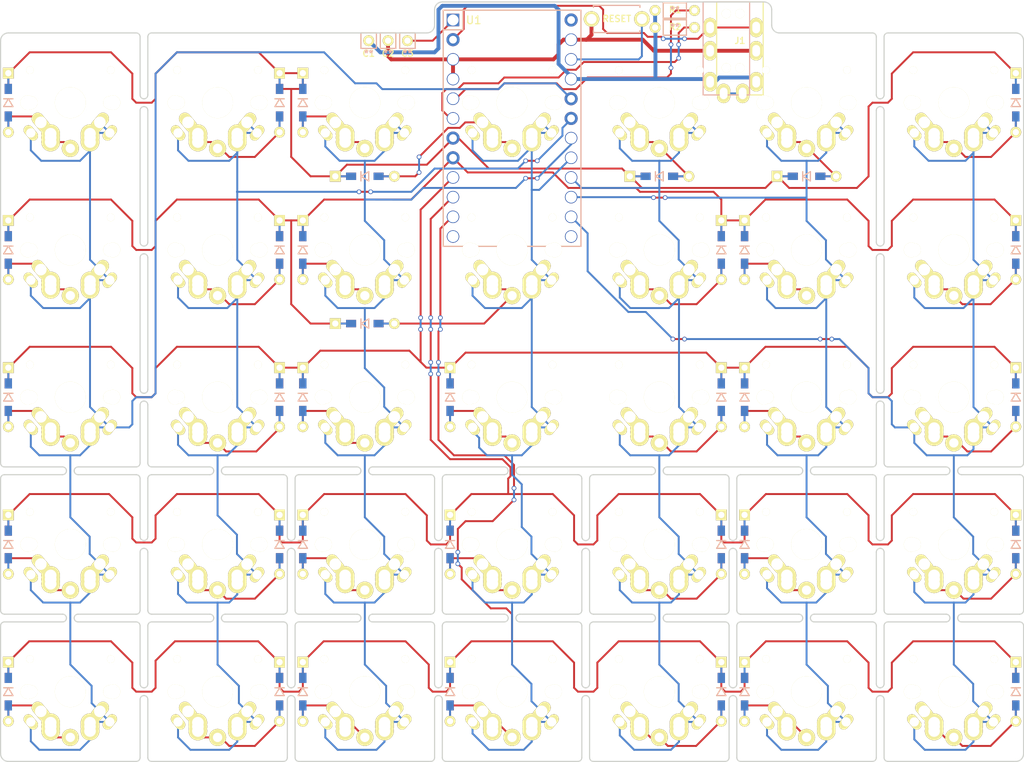
<source format=kicad_pcb>
(kicad_pcb (version 4) (host pcbnew 4.0.7)
  (layers (0 F.Cu signal) (31 B.Cu signal) (34 B.Paste user) (35 F.Paste user) (36 B.SilkS user) (37 F.SilkS user) (38 B.Mask user) (39 F.Mask user) (44 Edge.Cuts user))
  (net 0 "")
  (net 1 col0)
  (net 2 col1)
  (net 3 col2)
  (net 4 col3)
  (net 5 col4)
  (net 6 col5)
  (net 7 col6)
  (net 8 row0)
  (net 9 "Net-(D1-Pad2)")
  (net 10 "Net-(D2-Pad2)")
  (net 11 "Net-(D3-Pad2)")
  (net 12 "Net-(D4-Pad2)")
  (net 13 "Net-(D5-Pad2)")
  (net 14 "Net-(D6-Pad2)")
  (net 15 "Net-(D7-Pad2)")
  (net 16 row1)
  (net 17 "Net-(D8-Pad2)")
  (net 18 "Net-(D9-Pad2)")
  (net 19 "Net-(D10-Pad2)")
  (net 20 "Net-(D11-Pad2)")
  (net 21 "Net-(D12-Pad2)")
  (net 22 "Net-(D13-Pad2)")
  (net 23 "Net-(D14-Pad2)")
  (net 24 row2)
  (net 25 "Net-(D15-Pad2)")
  (net 26 "Net-(D16-Pad2)")
  (net 27 "Net-(D17-Pad2)")
  (net 28 "Net-(D18-Pad2)")
  (net 29 "Net-(D19-Pad2)")
  (net 30 "Net-(D20-Pad2)")
  (net 31 "Net-(D21-Pad2)")
  (net 32 row3)
  (net 33 "Net-(D22-Pad2)")
  (net 34 "Net-(D23-Pad2)")
  (net 35 "Net-(D24-Pad2)")
  (net 36 "Net-(D25-Pad2)")
  (net 37 "Net-(D26-Pad2)")
  (net 38 "Net-(D27-Pad2)")
  (net 39 "Net-(D28-Pad2)")
  (net 40 row4)
  (net 41 "Net-(D29-Pad2)")
  (net 42 "Net-(D30-Pad2)")
  (net 43 "Net-(D31-Pad2)")
  (net 44 "Net-(D32-Pad2)")
  (net 45 "Net-(D33-Pad2)")
  (net 46 "Net-(D34-Pad2)")
  (net 47 "Net-(D35-Pad2)")
  (net 48 VCC)
  (net 49 "Net-(J1-PadA)")
  (net 50 data)
  (net 51 GND)
  (net 52 led)
  (net 53 sda)
  (net 54 scl)
  (net 55 reset)
  (net 56 "Net-(U1-Pad24)")
  (net 57 "Net-(U1-Pad13)")
  (net 58 "Net-(U1-Pad12)")
  (module kbd:D3_TH_SMD (layer F.Cu) (at 42 50 270)
    (fp_text reference D1 hide)
    (fp_text value D hide)
    (pad 1 smd rect (at -1.775 0 270) (size 1.3 0.95) (layers F.Cu F.Paste F.Mask) (net 8 row0))
    (pad 2 smd rect (at 1.775 0 270) (size 1.3 0.95) (layers B.Cu B.Paste B.Mask) (net 9 "Net-(D1-Pad2)"))
    (pad 1 smd rect (at -1.775 0 270) (size 1.3 0.95) (layers B.Cu B.Paste B.Mask) (net 8 row0))
    (pad 1 thru_hole rect (at -3.81 0 270) (size 1.397 1.397) (drill 0.8128) (layers *.Cu *.Mask F.SilkS) (net 8 row0))
    (pad 2 thru_hole circle (at 3.81 0 270) (size 1.397 1.397) (drill 0.8128) (layers *.Cu *.Mask F.SilkS) (net 9 "Net-(D1-Pad2)"))
    (pad 2 smd rect (at 1.775 0 270) (size 1.3 0.95) (layers F.Cu F.Paste F.Mask) (net 9 "Net-(D1-Pad2)"))
  )
  (module kbd:D3_TH_SMD (layer F.Cu) (at 77 50 270)
    (fp_text reference D2 hide)
    (fp_text value D hide)
    (pad 1 smd rect (at -1.775 0 270) (size 1.3 0.95) (layers F.Cu F.Paste F.Mask) (net 8 row0))
    (pad 2 smd rect (at 1.775 0 270) (size 1.3 0.95) (layers B.Cu B.Paste B.Mask) (net 10 "Net-(D2-Pad2)"))
    (pad 1 smd rect (at -1.775 0 270) (size 1.3 0.95) (layers B.Cu B.Paste B.Mask) (net 8 row0))
    (pad 1 thru_hole rect (at -3.81 0 270) (size 1.397 1.397) (drill 0.8128) (layers *.Cu *.Mask F.SilkS) (net 8 row0))
    (pad 2 thru_hole circle (at 3.81 0 270) (size 1.397 1.397) (drill 0.8128) (layers *.Cu *.Mask F.SilkS) (net 10 "Net-(D2-Pad2)"))
    (pad 2 smd rect (at 1.775 0 270) (size 1.3 0.95) (layers F.Cu F.Paste F.Mask) (net 10 "Net-(D2-Pad2)"))
  )
  (module kbd:D3_TH_SMD (layer F.Cu) (at 80 50 270)
    (fp_text reference D3 hide)
    (fp_text value D hide)
    (pad 1 smd rect (at -1.775 0 270) (size 1.3 0.95) (layers F.Cu F.Paste F.Mask) (net 8 row0))
    (pad 2 smd rect (at 1.775 0 270) (size 1.3 0.95) (layers B.Cu B.Paste B.Mask) (net 11 "Net-(D3-Pad2)"))
    (pad 1 smd rect (at -1.775 0 270) (size 1.3 0.95) (layers B.Cu B.Paste B.Mask) (net 8 row0))
    (pad 1 thru_hole rect (at -3.81 0 270) (size 1.397 1.397) (drill 0.8128) (layers *.Cu *.Mask F.SilkS) (net 8 row0))
    (pad 2 thru_hole circle (at 3.81 0 270) (size 1.397 1.397) (drill 0.8128) (layers *.Cu *.Mask F.SilkS) (net 11 "Net-(D3-Pad2)"))
    (pad 2 smd rect (at 1.775 0 270) (size 1.3 0.95) (layers F.Cu F.Paste F.Mask) (net 11 "Net-(D3-Pad2)"))
  )
  (module kbd:D3_TH_SMD (layer F.Cu) (at 88 59.5)
    (fp_text reference D4 hide)
    (fp_text value D hide)
    (pad 1 smd rect (at -1.775 0) (size 1.3 0.95) (layers F.Cu F.Paste F.Mask) (net 8 row0))
    (pad 2 smd rect (at 1.775 0) (size 1.3 0.95) (layers B.Cu B.Paste B.Mask) (net 12 "Net-(D4-Pad2)"))
    (pad 1 smd rect (at -1.775 0) (size 1.3 0.95) (layers B.Cu B.Paste B.Mask) (net 8 row0))
    (pad 1 thru_hole rect (at -3.81 0) (size 1.397 1.397) (drill 0.8128) (layers *.Cu *.Mask F.SilkS) (net 8 row0))
    (pad 2 thru_hole circle (at 3.81 0) (size 1.397 1.397) (drill 0.8128) (layers *.Cu *.Mask F.SilkS) (net 12 "Net-(D4-Pad2)"))
    (pad 2 smd rect (at 1.775 0) (size 1.3 0.95) (layers F.Cu F.Paste F.Mask) (net 12 "Net-(D4-Pad2)"))
  )
  (module kbd:D3_TH_SMD (layer F.Cu) (at 126 59.5)
    (fp_text reference D5 hide)
    (fp_text value D hide)
    (pad 1 smd rect (at -1.775 0) (size 1.3 0.95) (layers F.Cu F.Paste F.Mask) (net 8 row0))
    (pad 2 smd rect (at 1.775 0) (size 1.3 0.95) (layers B.Cu B.Paste B.Mask) (net 13 "Net-(D5-Pad2)"))
    (pad 1 smd rect (at -1.775 0) (size 1.3 0.95) (layers B.Cu B.Paste B.Mask) (net 8 row0))
    (pad 1 thru_hole rect (at -3.81 0) (size 1.397 1.397) (drill 0.8128) (layers *.Cu *.Mask F.SilkS) (net 8 row0))
    (pad 2 thru_hole circle (at 3.81 0) (size 1.397 1.397) (drill 0.8128) (layers *.Cu *.Mask F.SilkS) (net 13 "Net-(D5-Pad2)"))
    (pad 2 smd rect (at 1.775 0) (size 1.3 0.95) (layers F.Cu F.Paste F.Mask) (net 13 "Net-(D5-Pad2)"))
  )
  (module kbd:D3_TH_SMD (layer F.Cu) (at 145 59.5)
    (fp_text reference D6 hide)
    (fp_text value D hide)
    (pad 1 smd rect (at -1.775 0) (size 1.3 0.95) (layers F.Cu F.Paste F.Mask) (net 8 row0))
    (pad 2 smd rect (at 1.775 0) (size 1.3 0.95) (layers B.Cu B.Paste B.Mask) (net 14 "Net-(D6-Pad2)"))
    (pad 1 smd rect (at -1.775 0) (size 1.3 0.95) (layers B.Cu B.Paste B.Mask) (net 8 row0))
    (pad 1 thru_hole rect (at -3.81 0) (size 1.397 1.397) (drill 0.8128) (layers *.Cu *.Mask F.SilkS) (net 8 row0))
    (pad 2 thru_hole circle (at 3.81 0) (size 1.397 1.397) (drill 0.8128) (layers *.Cu *.Mask F.SilkS) (net 14 "Net-(D6-Pad2)"))
    (pad 2 smd rect (at 1.775 0) (size 1.3 0.95) (layers F.Cu F.Paste F.Mask) (net 14 "Net-(D6-Pad2)"))
  )
  (module kbd:D3_TH_SMD (layer F.Cu) (at 172 50 270)
    (fp_text reference D7 hide)
    (fp_text value D hide)
    (pad 1 smd rect (at -1.775 0 270) (size 1.3 0.95) (layers F.Cu F.Paste F.Mask) (net 8 row0))
    (pad 2 smd rect (at 1.775 0 270) (size 1.3 0.95) (layers B.Cu B.Paste B.Mask) (net 15 "Net-(D7-Pad2)"))
    (pad 1 smd rect (at -1.775 0 270) (size 1.3 0.95) (layers B.Cu B.Paste B.Mask) (net 8 row0))
    (pad 1 thru_hole rect (at -3.81 0 270) (size 1.397 1.397) (drill 0.8128) (layers *.Cu *.Mask F.SilkS) (net 8 row0))
    (pad 2 thru_hole circle (at 3.81 0 270) (size 1.397 1.397) (drill 0.8128) (layers *.Cu *.Mask F.SilkS) (net 15 "Net-(D7-Pad2)"))
    (pad 2 smd rect (at 1.775 0 270) (size 1.3 0.95) (layers F.Cu F.Paste F.Mask) (net 15 "Net-(D7-Pad2)"))
  )
  (module kbd:D3_TH_SMD (layer F.Cu) (at 42 69 270)
    (fp_text reference D8 hide)
    (fp_text value D hide)
    (pad 1 smd rect (at -1.775 0 270) (size 1.3 0.95) (layers F.Cu F.Paste F.Mask) (net 16 row1))
    (pad 2 smd rect (at 1.775 0 270) (size 1.3 0.95) (layers B.Cu B.Paste B.Mask) (net 17 "Net-(D8-Pad2)"))
    (pad 1 smd rect (at -1.775 0 270) (size 1.3 0.95) (layers B.Cu B.Paste B.Mask) (net 16 row1))
    (pad 1 thru_hole rect (at -3.81 0 270) (size 1.397 1.397) (drill 0.8128) (layers *.Cu *.Mask F.SilkS) (net 16 row1))
    (pad 2 thru_hole circle (at 3.81 0 270) (size 1.397 1.397) (drill 0.8128) (layers *.Cu *.Mask F.SilkS) (net 17 "Net-(D8-Pad2)"))
    (pad 2 smd rect (at 1.775 0 270) (size 1.3 0.95) (layers F.Cu F.Paste F.Mask) (net 17 "Net-(D8-Pad2)"))
  )
  (module kbd:D3_TH_SMD (layer F.Cu) (at 77 69 270)
    (fp_text reference D9 hide)
    (fp_text value D hide)
    (pad 1 smd rect (at -1.775 0 270) (size 1.3 0.95) (layers F.Cu F.Paste F.Mask) (net 16 row1))
    (pad 2 smd rect (at 1.775 0 270) (size 1.3 0.95) (layers B.Cu B.Paste B.Mask) (net 18 "Net-(D9-Pad2)"))
    (pad 1 smd rect (at -1.775 0 270) (size 1.3 0.95) (layers B.Cu B.Paste B.Mask) (net 16 row1))
    (pad 1 thru_hole rect (at -3.81 0 270) (size 1.397 1.397) (drill 0.8128) (layers *.Cu *.Mask F.SilkS) (net 16 row1))
    (pad 2 thru_hole circle (at 3.81 0 270) (size 1.397 1.397) (drill 0.8128) (layers *.Cu *.Mask F.SilkS) (net 18 "Net-(D9-Pad2)"))
    (pad 2 smd rect (at 1.775 0 270) (size 1.3 0.95) (layers F.Cu F.Paste F.Mask) (net 18 "Net-(D9-Pad2)"))
  )
  (module kbd:D3_TH_SMD (layer F.Cu) (at 80 69 270)
    (fp_text reference D10 hide)
    (fp_text value D hide)
    (pad 1 smd rect (at -1.775 0 270) (size 1.3 0.95) (layers F.Cu F.Paste F.Mask) (net 16 row1))
    (pad 2 smd rect (at 1.775 0 270) (size 1.3 0.95) (layers B.Cu B.Paste B.Mask) (net 19 "Net-(D10-Pad2)"))
    (pad 1 smd rect (at -1.775 0 270) (size 1.3 0.95) (layers B.Cu B.Paste B.Mask) (net 16 row1))
    (pad 1 thru_hole rect (at -3.81 0 270) (size 1.397 1.397) (drill 0.8128) (layers *.Cu *.Mask F.SilkS) (net 16 row1))
    (pad 2 thru_hole circle (at 3.81 0 270) (size 1.397 1.397) (drill 0.8128) (layers *.Cu *.Mask F.SilkS) (net 19 "Net-(D10-Pad2)"))
    (pad 2 smd rect (at 1.775 0 270) (size 1.3 0.95) (layers F.Cu F.Paste F.Mask) (net 19 "Net-(D10-Pad2)"))
  )
  (module kbd:D3_TH_SMD (layer F.Cu) (at 88 78.5)
    (fp_text reference D11 hide)
    (fp_text value D hide)
    (pad 1 smd rect (at -1.775 0) (size 1.3 0.95) (layers F.Cu F.Paste F.Mask) (net 16 row1))
    (pad 2 smd rect (at 1.775 0) (size 1.3 0.95) (layers B.Cu B.Paste B.Mask) (net 20 "Net-(D11-Pad2)"))
    (pad 1 smd rect (at -1.775 0) (size 1.3 0.95) (layers B.Cu B.Paste B.Mask) (net 16 row1))
    (pad 1 thru_hole rect (at -3.81 0) (size 1.397 1.397) (drill 0.8128) (layers *.Cu *.Mask F.SilkS) (net 16 row1))
    (pad 2 thru_hole circle (at 3.81 0) (size 1.397 1.397) (drill 0.8128) (layers *.Cu *.Mask F.SilkS) (net 20 "Net-(D11-Pad2)"))
    (pad 2 smd rect (at 1.775 0) (size 1.3 0.95) (layers F.Cu F.Paste F.Mask) (net 20 "Net-(D11-Pad2)"))
  )
  (module kbd:D3_TH_SMD (layer F.Cu) (at 134 69 270)
    (fp_text reference D12 hide)
    (fp_text value D hide)
    (pad 1 smd rect (at -1.775 0 270) (size 1.3 0.95) (layers F.Cu F.Paste F.Mask) (net 16 row1))
    (pad 2 smd rect (at 1.775 0 270) (size 1.3 0.95) (layers B.Cu B.Paste B.Mask) (net 21 "Net-(D12-Pad2)"))
    (pad 1 smd rect (at -1.775 0 270) (size 1.3 0.95) (layers B.Cu B.Paste B.Mask) (net 16 row1))
    (pad 1 thru_hole rect (at -3.81 0 270) (size 1.397 1.397) (drill 0.8128) (layers *.Cu *.Mask F.SilkS) (net 16 row1))
    (pad 2 thru_hole circle (at 3.81 0 270) (size 1.397 1.397) (drill 0.8128) (layers *.Cu *.Mask F.SilkS) (net 21 "Net-(D12-Pad2)"))
    (pad 2 smd rect (at 1.775 0 270) (size 1.3 0.95) (layers F.Cu F.Paste F.Mask) (net 21 "Net-(D12-Pad2)"))
  )
  (module kbd:D3_TH_SMD (layer F.Cu) (at 137 69 270)
    (fp_text reference D13 hide)
    (fp_text value D hide)
    (pad 1 smd rect (at -1.775 0 270) (size 1.3 0.95) (layers F.Cu F.Paste F.Mask) (net 16 row1))
    (pad 2 smd rect (at 1.775 0 270) (size 1.3 0.95) (layers B.Cu B.Paste B.Mask) (net 22 "Net-(D13-Pad2)"))
    (pad 1 smd rect (at -1.775 0 270) (size 1.3 0.95) (layers B.Cu B.Paste B.Mask) (net 16 row1))
    (pad 1 thru_hole rect (at -3.81 0 270) (size 1.397 1.397) (drill 0.8128) (layers *.Cu *.Mask F.SilkS) (net 16 row1))
    (pad 2 thru_hole circle (at 3.81 0 270) (size 1.397 1.397) (drill 0.8128) (layers *.Cu *.Mask F.SilkS) (net 22 "Net-(D13-Pad2)"))
    (pad 2 smd rect (at 1.775 0 270) (size 1.3 0.95) (layers F.Cu F.Paste F.Mask) (net 22 "Net-(D13-Pad2)"))
  )
  (module kbd:D3_TH_SMD (layer F.Cu) (at 172 69 270)
    (fp_text reference D14 hide)
    (fp_text value D hide)
    (pad 1 smd rect (at -1.775 0 270) (size 1.3 0.95) (layers F.Cu F.Paste F.Mask) (net 16 row1))
    (pad 2 smd rect (at 1.775 0 270) (size 1.3 0.95) (layers B.Cu B.Paste B.Mask) (net 23 "Net-(D14-Pad2)"))
    (pad 1 smd rect (at -1.775 0 270) (size 1.3 0.95) (layers B.Cu B.Paste B.Mask) (net 16 row1))
    (pad 1 thru_hole rect (at -3.81 0 270) (size 1.397 1.397) (drill 0.8128) (layers *.Cu *.Mask F.SilkS) (net 16 row1))
    (pad 2 thru_hole circle (at 3.81 0 270) (size 1.397 1.397) (drill 0.8128) (layers *.Cu *.Mask F.SilkS) (net 23 "Net-(D14-Pad2)"))
    (pad 2 smd rect (at 1.775 0 270) (size 1.3 0.95) (layers F.Cu F.Paste F.Mask) (net 23 "Net-(D14-Pad2)"))
  )
  (module kbd:D3_TH_SMD (layer F.Cu) (at 42 88 270)
    (fp_text reference D15 hide)
    (fp_text value D hide)
    (pad 1 smd rect (at -1.775 0 270) (size 1.3 0.95) (layers F.Cu F.Paste F.Mask) (net 24 row2))
    (pad 2 smd rect (at 1.775 0 270) (size 1.3 0.95) (layers B.Cu B.Paste B.Mask) (net 25 "Net-(D15-Pad2)"))
    (pad 1 smd rect (at -1.775 0 270) (size 1.3 0.95) (layers B.Cu B.Paste B.Mask) (net 24 row2))
    (pad 1 thru_hole rect (at -3.81 0 270) (size 1.397 1.397) (drill 0.8128) (layers *.Cu *.Mask F.SilkS) (net 24 row2))
    (pad 2 thru_hole circle (at 3.81 0 270) (size 1.397 1.397) (drill 0.8128) (layers *.Cu *.Mask F.SilkS) (net 25 "Net-(D15-Pad2)"))
    (pad 2 smd rect (at 1.775 0 270) (size 1.3 0.95) (layers F.Cu F.Paste F.Mask) (net 25 "Net-(D15-Pad2)"))
  )
  (module kbd:D3_TH_SMD (layer F.Cu) (at 77 88 270)
    (fp_text reference D16 hide)
    (fp_text value D hide)
    (pad 1 smd rect (at -1.775 0 270) (size 1.3 0.95) (layers F.Cu F.Paste F.Mask) (net 24 row2))
    (pad 2 smd rect (at 1.775 0 270) (size 1.3 0.95) (layers B.Cu B.Paste B.Mask) (net 26 "Net-(D16-Pad2)"))
    (pad 1 smd rect (at -1.775 0 270) (size 1.3 0.95) (layers B.Cu B.Paste B.Mask) (net 24 row2))
    (pad 1 thru_hole rect (at -3.81 0 270) (size 1.397 1.397) (drill 0.8128) (layers *.Cu *.Mask F.SilkS) (net 24 row2))
    (pad 2 thru_hole circle (at 3.81 0 270) (size 1.397 1.397) (drill 0.8128) (layers *.Cu *.Mask F.SilkS) (net 26 "Net-(D16-Pad2)"))
    (pad 2 smd rect (at 1.775 0 270) (size 1.3 0.95) (layers F.Cu F.Paste F.Mask) (net 26 "Net-(D16-Pad2)"))
  )
  (module kbd:D3_TH_SMD (layer F.Cu) (at 80 88 270)
    (fp_text reference D17 hide)
    (fp_text value D hide)
    (pad 1 smd rect (at -1.775 0 270) (size 1.3 0.95) (layers F.Cu F.Paste F.Mask) (net 24 row2))
    (pad 2 smd rect (at 1.775 0 270) (size 1.3 0.95) (layers B.Cu B.Paste B.Mask) (net 27 "Net-(D17-Pad2)"))
    (pad 1 smd rect (at -1.775 0 270) (size 1.3 0.95) (layers B.Cu B.Paste B.Mask) (net 24 row2))
    (pad 1 thru_hole rect (at -3.81 0 270) (size 1.397 1.397) (drill 0.8128) (layers *.Cu *.Mask F.SilkS) (net 24 row2))
    (pad 2 thru_hole circle (at 3.81 0 270) (size 1.397 1.397) (drill 0.8128) (layers *.Cu *.Mask F.SilkS) (net 27 "Net-(D17-Pad2)"))
    (pad 2 smd rect (at 1.775 0 270) (size 1.3 0.95) (layers F.Cu F.Paste F.Mask) (net 27 "Net-(D17-Pad2)"))
  )
  (module kbd:D3_TH_SMD (layer F.Cu) (at 99 88 270)
    (fp_text reference D18 hide)
    (fp_text value D hide)
    (pad 1 smd rect (at -1.775 0 270) (size 1.3 0.95) (layers F.Cu F.Paste F.Mask) (net 24 row2))
    (pad 2 smd rect (at 1.775 0 270) (size 1.3 0.95) (layers B.Cu B.Paste B.Mask) (net 28 "Net-(D18-Pad2)"))
    (pad 1 smd rect (at -1.775 0 270) (size 1.3 0.95) (layers B.Cu B.Paste B.Mask) (net 24 row2))
    (pad 1 thru_hole rect (at -3.81 0 270) (size 1.397 1.397) (drill 0.8128) (layers *.Cu *.Mask F.SilkS) (net 24 row2))
    (pad 2 thru_hole circle (at 3.81 0 270) (size 1.397 1.397) (drill 0.8128) (layers *.Cu *.Mask F.SilkS) (net 28 "Net-(D18-Pad2)"))
    (pad 2 smd rect (at 1.775 0 270) (size 1.3 0.95) (layers F.Cu F.Paste F.Mask) (net 28 "Net-(D18-Pad2)"))
  )
  (module kbd:D3_TH_SMD (layer F.Cu) (at 134 88 270)
    (fp_text reference D19 hide)
    (fp_text value D hide)
    (pad 1 smd rect (at -1.775 0 270) (size 1.3 0.95) (layers F.Cu F.Paste F.Mask) (net 24 row2))
    (pad 2 smd rect (at 1.775 0 270) (size 1.3 0.95) (layers B.Cu B.Paste B.Mask) (net 29 "Net-(D19-Pad2)"))
    (pad 1 smd rect (at -1.775 0 270) (size 1.3 0.95) (layers B.Cu B.Paste B.Mask) (net 24 row2))
    (pad 1 thru_hole rect (at -3.81 0 270) (size 1.397 1.397) (drill 0.8128) (layers *.Cu *.Mask F.SilkS) (net 24 row2))
    (pad 2 thru_hole circle (at 3.81 0 270) (size 1.397 1.397) (drill 0.8128) (layers *.Cu *.Mask F.SilkS) (net 29 "Net-(D19-Pad2)"))
    (pad 2 smd rect (at 1.775 0 270) (size 1.3 0.95) (layers F.Cu F.Paste F.Mask) (net 29 "Net-(D19-Pad2)"))
  )
  (module kbd:D3_TH_SMD (layer F.Cu) (at 137 88 270)
    (fp_text reference D20 hide)
    (fp_text value D hide)
    (pad 1 smd rect (at -1.775 0 270) (size 1.3 0.95) (layers F.Cu F.Paste F.Mask) (net 24 row2))
    (pad 2 smd rect (at 1.775 0 270) (size 1.3 0.95) (layers B.Cu B.Paste B.Mask) (net 30 "Net-(D20-Pad2)"))
    (pad 1 smd rect (at -1.775 0 270) (size 1.3 0.95) (layers B.Cu B.Paste B.Mask) (net 24 row2))
    (pad 1 thru_hole rect (at -3.81 0 270) (size 1.397 1.397) (drill 0.8128) (layers *.Cu *.Mask F.SilkS) (net 24 row2))
    (pad 2 thru_hole circle (at 3.81 0 270) (size 1.397 1.397) (drill 0.8128) (layers *.Cu *.Mask F.SilkS) (net 30 "Net-(D20-Pad2)"))
    (pad 2 smd rect (at 1.775 0 270) (size 1.3 0.95) (layers F.Cu F.Paste F.Mask) (net 30 "Net-(D20-Pad2)"))
  )
  (module kbd:D3_TH_SMD (layer F.Cu) (at 172 88 270)
    (fp_text reference D21 hide)
    (fp_text value D hide)
    (pad 1 smd rect (at -1.775 0 270) (size 1.3 0.95) (layers F.Cu F.Paste F.Mask) (net 24 row2))
    (pad 2 smd rect (at 1.775 0 270) (size 1.3 0.95) (layers B.Cu B.Paste B.Mask) (net 31 "Net-(D21-Pad2)"))
    (pad 1 smd rect (at -1.775 0 270) (size 1.3 0.95) (layers B.Cu B.Paste B.Mask) (net 24 row2))
    (pad 1 thru_hole rect (at -3.81 0 270) (size 1.397 1.397) (drill 0.8128) (layers *.Cu *.Mask F.SilkS) (net 24 row2))
    (pad 2 thru_hole circle (at 3.81 0 270) (size 1.397 1.397) (drill 0.8128) (layers *.Cu *.Mask F.SilkS) (net 31 "Net-(D21-Pad2)"))
    (pad 2 smd rect (at 1.775 0 270) (size 1.3 0.95) (layers F.Cu F.Paste F.Mask) (net 31 "Net-(D21-Pad2)"))
  )
  (module kbd:D3_TH_SMD (layer F.Cu) (at 42 107 270)
    (fp_text reference D22 hide)
    (fp_text value D hide)
    (pad 1 smd rect (at -1.775 0 270) (size 1.3 0.95) (layers F.Cu F.Paste F.Mask) (net 32 row3))
    (pad 2 smd rect (at 1.775 0 270) (size 1.3 0.95) (layers B.Cu B.Paste B.Mask) (net 33 "Net-(D22-Pad2)"))
    (pad 1 smd rect (at -1.775 0 270) (size 1.3 0.95) (layers B.Cu B.Paste B.Mask) (net 32 row3))
    (pad 1 thru_hole rect (at -3.81 0 270) (size 1.397 1.397) (drill 0.8128) (layers *.Cu *.Mask F.SilkS) (net 32 row3))
    (pad 2 thru_hole circle (at 3.81 0 270) (size 1.397 1.397) (drill 0.8128) (layers *.Cu *.Mask F.SilkS) (net 33 "Net-(D22-Pad2)"))
    (pad 2 smd rect (at 1.775 0 270) (size 1.3 0.95) (layers F.Cu F.Paste F.Mask) (net 33 "Net-(D22-Pad2)"))
  )
  (module kbd:D3_TH_SMD (layer F.Cu) (at 77 107 270)
    (fp_text reference D23 hide)
    (fp_text value D hide)
    (pad 1 smd rect (at -1.775 0 270) (size 1.3 0.95) (layers F.Cu F.Paste F.Mask) (net 32 row3))
    (pad 2 smd rect (at 1.775 0 270) (size 1.3 0.95) (layers B.Cu B.Paste B.Mask) (net 34 "Net-(D23-Pad2)"))
    (pad 1 smd rect (at -1.775 0 270) (size 1.3 0.95) (layers B.Cu B.Paste B.Mask) (net 32 row3))
    (pad 1 thru_hole rect (at -3.81 0 270) (size 1.397 1.397) (drill 0.8128) (layers *.Cu *.Mask F.SilkS) (net 32 row3))
    (pad 2 thru_hole circle (at 3.81 0 270) (size 1.397 1.397) (drill 0.8128) (layers *.Cu *.Mask F.SilkS) (net 34 "Net-(D23-Pad2)"))
    (pad 2 smd rect (at 1.775 0 270) (size 1.3 0.95) (layers F.Cu F.Paste F.Mask) (net 34 "Net-(D23-Pad2)"))
  )
  (module kbd:D3_TH_SMD (layer F.Cu) (at 80 107 270)
    (fp_text reference D24 hide)
    (fp_text value D hide)
    (pad 1 smd rect (at -1.775 0 270) (size 1.3 0.95) (layers F.Cu F.Paste F.Mask) (net 32 row3))
    (pad 2 smd rect (at 1.775 0 270) (size 1.3 0.95) (layers B.Cu B.Paste B.Mask) (net 35 "Net-(D24-Pad2)"))
    (pad 1 smd rect (at -1.775 0 270) (size 1.3 0.95) (layers B.Cu B.Paste B.Mask) (net 32 row3))
    (pad 1 thru_hole rect (at -3.81 0 270) (size 1.397 1.397) (drill 0.8128) (layers *.Cu *.Mask F.SilkS) (net 32 row3))
    (pad 2 thru_hole circle (at 3.81 0 270) (size 1.397 1.397) (drill 0.8128) (layers *.Cu *.Mask F.SilkS) (net 35 "Net-(D24-Pad2)"))
    (pad 2 smd rect (at 1.775 0 270) (size 1.3 0.95) (layers F.Cu F.Paste F.Mask) (net 35 "Net-(D24-Pad2)"))
  )
  (module kbd:D3_TH_SMD (layer F.Cu) (at 99 107 270)
    (fp_text reference D25 hide)
    (fp_text value D hide)
    (pad 1 smd rect (at -1.775 0 270) (size 1.3 0.95) (layers F.Cu F.Paste F.Mask) (net 32 row3))
    (pad 2 smd rect (at 1.775 0 270) (size 1.3 0.95) (layers B.Cu B.Paste B.Mask) (net 36 "Net-(D25-Pad2)"))
    (pad 1 smd rect (at -1.775 0 270) (size 1.3 0.95) (layers B.Cu B.Paste B.Mask) (net 32 row3))
    (pad 1 thru_hole rect (at -3.81 0 270) (size 1.397 1.397) (drill 0.8128) (layers *.Cu *.Mask F.SilkS) (net 32 row3))
    (pad 2 thru_hole circle (at 3.81 0 270) (size 1.397 1.397) (drill 0.8128) (layers *.Cu *.Mask F.SilkS) (net 36 "Net-(D25-Pad2)"))
    (pad 2 smd rect (at 1.775 0 270) (size 1.3 0.95) (layers F.Cu F.Paste F.Mask) (net 36 "Net-(D25-Pad2)"))
  )
  (module kbd:D3_TH_SMD (layer F.Cu) (at 134 107 270)
    (fp_text reference D26 hide)
    (fp_text value D hide)
    (pad 1 smd rect (at -1.775 0 270) (size 1.3 0.95) (layers F.Cu F.Paste F.Mask) (net 32 row3))
    (pad 2 smd rect (at 1.775 0 270) (size 1.3 0.95) (layers B.Cu B.Paste B.Mask) (net 37 "Net-(D26-Pad2)"))
    (pad 1 smd rect (at -1.775 0 270) (size 1.3 0.95) (layers B.Cu B.Paste B.Mask) (net 32 row3))
    (pad 1 thru_hole rect (at -3.81 0 270) (size 1.397 1.397) (drill 0.8128) (layers *.Cu *.Mask F.SilkS) (net 32 row3))
    (pad 2 thru_hole circle (at 3.81 0 270) (size 1.397 1.397) (drill 0.8128) (layers *.Cu *.Mask F.SilkS) (net 37 "Net-(D26-Pad2)"))
    (pad 2 smd rect (at 1.775 0 270) (size 1.3 0.95) (layers F.Cu F.Paste F.Mask) (net 37 "Net-(D26-Pad2)"))
  )
  (module kbd:D3_TH_SMD (layer F.Cu) (at 137 107 270)
    (fp_text reference D27 hide)
    (fp_text value D hide)
    (pad 1 smd rect (at -1.775 0 270) (size 1.3 0.95) (layers F.Cu F.Paste F.Mask) (net 32 row3))
    (pad 2 smd rect (at 1.775 0 270) (size 1.3 0.95) (layers B.Cu B.Paste B.Mask) (net 38 "Net-(D27-Pad2)"))
    (pad 1 smd rect (at -1.775 0 270) (size 1.3 0.95) (layers B.Cu B.Paste B.Mask) (net 32 row3))
    (pad 1 thru_hole rect (at -3.81 0 270) (size 1.397 1.397) (drill 0.8128) (layers *.Cu *.Mask F.SilkS) (net 32 row3))
    (pad 2 thru_hole circle (at 3.81 0 270) (size 1.397 1.397) (drill 0.8128) (layers *.Cu *.Mask F.SilkS) (net 38 "Net-(D27-Pad2)"))
    (pad 2 smd rect (at 1.775 0 270) (size 1.3 0.95) (layers F.Cu F.Paste F.Mask) (net 38 "Net-(D27-Pad2)"))
  )
  (module kbd:D3_TH_SMD (layer F.Cu) (at 172 107 270)
    (fp_text reference D28 hide)
    (fp_text value D hide)
    (pad 1 smd rect (at -1.775 0 270) (size 1.3 0.95) (layers F.Cu F.Paste F.Mask) (net 32 row3))
    (pad 2 smd rect (at 1.775 0 270) (size 1.3 0.95) (layers B.Cu B.Paste B.Mask) (net 39 "Net-(D28-Pad2)"))
    (pad 1 smd rect (at -1.775 0 270) (size 1.3 0.95) (layers B.Cu B.Paste B.Mask) (net 32 row3))
    (pad 1 thru_hole rect (at -3.81 0 270) (size 1.397 1.397) (drill 0.8128) (layers *.Cu *.Mask F.SilkS) (net 32 row3))
    (pad 2 thru_hole circle (at 3.81 0 270) (size 1.397 1.397) (drill 0.8128) (layers *.Cu *.Mask F.SilkS) (net 39 "Net-(D28-Pad2)"))
    (pad 2 smd rect (at 1.775 0 270) (size 1.3 0.95) (layers F.Cu F.Paste F.Mask) (net 39 "Net-(D28-Pad2)"))
  )
  (module kbd:D3_TH_SMD (layer F.Cu) (at 42 126 270)
    (fp_text reference D29 hide)
    (fp_text value D hide)
    (pad 1 smd rect (at -1.775 0 270) (size 1.3 0.95) (layers F.Cu F.Paste F.Mask) (net 40 row4))
    (pad 2 smd rect (at 1.775 0 270) (size 1.3 0.95) (layers B.Cu B.Paste B.Mask) (net 41 "Net-(D29-Pad2)"))
    (pad 1 smd rect (at -1.775 0 270) (size 1.3 0.95) (layers B.Cu B.Paste B.Mask) (net 40 row4))
    (pad 1 thru_hole rect (at -3.81 0 270) (size 1.397 1.397) (drill 0.8128) (layers *.Cu *.Mask F.SilkS) (net 40 row4))
    (pad 2 thru_hole circle (at 3.81 0 270) (size 1.397 1.397) (drill 0.8128) (layers *.Cu *.Mask F.SilkS) (net 41 "Net-(D29-Pad2)"))
    (pad 2 smd rect (at 1.775 0 270) (size 1.3 0.95) (layers F.Cu F.Paste F.Mask) (net 41 "Net-(D29-Pad2)"))
  )
  (module kbd:D3_TH_SMD (layer F.Cu) (at 77 126 270)
    (fp_text reference D30 hide)
    (fp_text value D hide)
    (pad 1 smd rect (at -1.775 0 270) (size 1.3 0.95) (layers F.Cu F.Paste F.Mask) (net 40 row4))
    (pad 2 smd rect (at 1.775 0 270) (size 1.3 0.95) (layers B.Cu B.Paste B.Mask) (net 42 "Net-(D30-Pad2)"))
    (pad 1 smd rect (at -1.775 0 270) (size 1.3 0.95) (layers B.Cu B.Paste B.Mask) (net 40 row4))
    (pad 1 thru_hole rect (at -3.81 0 270) (size 1.397 1.397) (drill 0.8128) (layers *.Cu *.Mask F.SilkS) (net 40 row4))
    (pad 2 thru_hole circle (at 3.81 0 270) (size 1.397 1.397) (drill 0.8128) (layers *.Cu *.Mask F.SilkS) (net 42 "Net-(D30-Pad2)"))
    (pad 2 smd rect (at 1.775 0 270) (size 1.3 0.95) (layers F.Cu F.Paste F.Mask) (net 42 "Net-(D30-Pad2)"))
  )
  (module kbd:D3_TH_SMD (layer F.Cu) (at 80 126 270)
    (fp_text reference D31 hide)
    (fp_text value D hide)
    (pad 1 smd rect (at -1.775 0 270) (size 1.3 0.95) (layers F.Cu F.Paste F.Mask) (net 40 row4))
    (pad 2 smd rect (at 1.775 0 270) (size 1.3 0.95) (layers B.Cu B.Paste B.Mask) (net 43 "Net-(D31-Pad2)"))
    (pad 1 smd rect (at -1.775 0 270) (size 1.3 0.95) (layers B.Cu B.Paste B.Mask) (net 40 row4))
    (pad 1 thru_hole rect (at -3.81 0 270) (size 1.397 1.397) (drill 0.8128) (layers *.Cu *.Mask F.SilkS) (net 40 row4))
    (pad 2 thru_hole circle (at 3.81 0 270) (size 1.397 1.397) (drill 0.8128) (layers *.Cu *.Mask F.SilkS) (net 43 "Net-(D31-Pad2)"))
    (pad 2 smd rect (at 1.775 0 270) (size 1.3 0.95) (layers F.Cu F.Paste F.Mask) (net 43 "Net-(D31-Pad2)"))
  )
  (module kbd:D3_TH_SMD (layer F.Cu) (at 99 126 270)
    (fp_text reference D32 hide)
    (fp_text value D hide)
    (pad 1 smd rect (at -1.775 0 270) (size 1.3 0.95) (layers F.Cu F.Paste F.Mask) (net 40 row4))
    (pad 2 smd rect (at 1.775 0 270) (size 1.3 0.95) (layers B.Cu B.Paste B.Mask) (net 44 "Net-(D32-Pad2)"))
    (pad 1 smd rect (at -1.775 0 270) (size 1.3 0.95) (layers B.Cu B.Paste B.Mask) (net 40 row4))
    (pad 1 thru_hole rect (at -3.81 0 270) (size 1.397 1.397) (drill 0.8128) (layers *.Cu *.Mask F.SilkS) (net 40 row4))
    (pad 2 thru_hole circle (at 3.81 0 270) (size 1.397 1.397) (drill 0.8128) (layers *.Cu *.Mask F.SilkS) (net 44 "Net-(D32-Pad2)"))
    (pad 2 smd rect (at 1.775 0 270) (size 1.3 0.95) (layers F.Cu F.Paste F.Mask) (net 44 "Net-(D32-Pad2)"))
  )
  (module kbd:D3_TH_SMD (layer F.Cu) (at 134 126 270)
    (fp_text reference D33 hide)
    (fp_text value D hide)
    (pad 1 smd rect (at -1.775 0 270) (size 1.3 0.95) (layers F.Cu F.Paste F.Mask) (net 40 row4))
    (pad 2 smd rect (at 1.775 0 270) (size 1.3 0.95) (layers B.Cu B.Paste B.Mask) (net 45 "Net-(D33-Pad2)"))
    (pad 1 smd rect (at -1.775 0 270) (size 1.3 0.95) (layers B.Cu B.Paste B.Mask) (net 40 row4))
    (pad 1 thru_hole rect (at -3.81 0 270) (size 1.397 1.397) (drill 0.8128) (layers *.Cu *.Mask F.SilkS) (net 40 row4))
    (pad 2 thru_hole circle (at 3.81 0 270) (size 1.397 1.397) (drill 0.8128) (layers *.Cu *.Mask F.SilkS) (net 45 "Net-(D33-Pad2)"))
    (pad 2 smd rect (at 1.775 0 270) (size 1.3 0.95) (layers F.Cu F.Paste F.Mask) (net 45 "Net-(D33-Pad2)"))
  )
  (module kbd:D3_TH_SMD (layer F.Cu) (at 137 126 270)
    (fp_text reference D34 hide)
    (fp_text value D hide)
    (pad 1 smd rect (at -1.775 0 270) (size 1.3 0.95) (layers F.Cu F.Paste F.Mask) (net 40 row4))
    (pad 2 smd rect (at 1.775 0 270) (size 1.3 0.95) (layers B.Cu B.Paste B.Mask) (net 46 "Net-(D34-Pad2)"))
    (pad 1 smd rect (at -1.775 0 270) (size 1.3 0.95) (layers B.Cu B.Paste B.Mask) (net 40 row4))
    (pad 1 thru_hole rect (at -3.81 0 270) (size 1.397 1.397) (drill 0.8128) (layers *.Cu *.Mask F.SilkS) (net 40 row4))
    (pad 2 thru_hole circle (at 3.81 0 270) (size 1.397 1.397) (drill 0.8128) (layers *.Cu *.Mask F.SilkS) (net 46 "Net-(D34-Pad2)"))
    (pad 2 smd rect (at 1.775 0 270) (size 1.3 0.95) (layers F.Cu F.Paste F.Mask) (net 46 "Net-(D34-Pad2)"))
  )
  (module kbd:D3_TH_SMD (layer F.Cu) (at 172 126 270)
    (fp_text reference D35 hide)
    (fp_text value D hide)
    (pad 1 smd rect (at -1.775 0 270) (size 1.3 0.95) (layers F.Cu F.Paste F.Mask) (net 40 row4))
    (pad 2 smd rect (at 1.775 0 270) (size 1.3 0.95) (layers B.Cu B.Paste B.Mask) (net 47 "Net-(D35-Pad2)"))
    (pad 1 smd rect (at -1.775 0 270) (size 1.3 0.95) (layers B.Cu B.Paste B.Mask) (net 40 row4))
    (pad 1 thru_hole rect (at -3.81 0 270) (size 1.397 1.397) (drill 0.8128) (layers *.Cu *.Mask F.SilkS) (net 40 row4))
    (pad 2 thru_hole circle (at 3.81 0 270) (size 1.397 1.397) (drill 0.8128) (layers *.Cu *.Mask F.SilkS) (net 47 "Net-(D35-Pad2)"))
    (pad 2 smd rect (at 1.775 0 270) (size 1.3 0.95) (layers F.Cu F.Paste F.Mask) (net 47 "Net-(D35-Pad2)"))
  )
  (module kbd:MJ-4PP-9 (layer F.Cu) (at 136.4 37)
    (fp_text reference J1 (at 0 5) (layer F.SilkS) (effects (font (size 0.8 0.8))))
    (fp_text value MJ-4PP-9 hide)
    (pad "" np_thru_hole circle (at -1.75 8.5) (size 1.2 1.2) (drill 1.2) (layers *.Cu *.Mask F.SilkS))
    (pad "" np_thru_hole circle (at -1.75 1.5) (size 1.2 1.2) (drill 1.2) (layers *.Cu *.Mask F.SilkS))
    (pad D thru_hole oval (at -3.85 10.3) (size 1.7 2.5) (drill oval 1 1.5) (layers *.Cu *.Mask F.SilkS) (net 48 VCC) (clearance 0.15))
    (pad A thru_hole oval (at 0.35 11.8) (size 1.7 2.5) (drill oval 1 1.5) (layers *.Cu *.Mask F.SilkS) (net 49 "Net-(J1-PadA)") (clearance 0.15))
    (pad B thru_hole oval (at -3.85 3.3) (size 1.7 2.5) (drill oval 1 1.5) (layers *.Cu *.Mask F.SilkS) (net 50 data))
    (pad C thru_hole oval (at -3.85 6.3) (size 1.7 2.5) (drill oval 1 1.5) (layers *.Cu *.Mask F.SilkS) (net 51 GND))
    (pad "" np_thru_hole circle (at 0 1.5) (size 1.2 1.2) (drill 1.2) (layers *.Cu *.Mask F.SilkS))
    (pad "" np_thru_hole circle (at 0 8.5) (size 1.2 1.2) (drill 1.2) (layers *.Cu *.Mask F.SilkS))
    (pad B thru_hole oval (at 2.1 3.3) (size 1.7 2.5) (drill oval 1 1.5) (layers *.Cu *.Mask F.SilkS) (net 50 data))
    (pad C thru_hole oval (at 2.1 6.3) (size 1.7 2.5) (drill oval 1 1.5) (layers *.Cu *.Mask F.SilkS) (net 51 GND))
    (pad D thru_hole oval (at 2.1 10.3) (size 1.7 2.5) (drill oval 1 1.5) (layers *.Cu *.Mask F.SilkS) (net 48 VCC) (clearance 0.15))
    (pad A thru_hole oval (at -2.1 11.8) (size 1.7 2.5) (drill oval 1 1.5) (layers *.Cu *.Mask F.SilkS) (net 49 "Net-(J1-PadA)") (clearance 0.15))
  )
  (module kbd:R (layer F.Cu) (at 128 38.1)
    (fp_text reference R1 (at 0.05 -0.08) (layer F.SilkS) (effects (font (size 0.8128 0.8128))))
    (fp_text value R hide)
    (fp_text user ** (at 0 -0.0635) (layer B.SilkS) (effects (font (size 0.8128 0.8128)) (justify mirror)))
    (pad 1 thru_hole circle (at -2.54 0) (size 1.397 1.397) (drill 0.8128) (layers *.Cu *.Mask F.SilkS) (net 48 VCC))
    (pad 2 thru_hole circle (at 2.54 0) (size 1.397 1.397) (drill 0.8128) (layers *.Cu *.Mask F.SilkS) (net 53 sda))
  )
  (module kbd:R (layer F.Cu) (at 128 40.3)
    (fp_text reference R2 (at 0.05 -0.08) (layer F.SilkS) (effects (font (size 0.8128 0.8128))))
    (fp_text value R hide)
    (fp_text user ** (at 0 -0.0635) (layer B.SilkS) (effects (font (size 0.8128 0.8128)) (justify mirror)))
    (pad 1 thru_hole circle (at -2.54 0) (size 1.397 1.397) (drill 0.8128) (layers *.Cu *.Mask F.SilkS) (net 48 VCC))
    (pad 2 thru_hole circle (at 2.54 0) (size 1.397 1.397) (drill 0.8128) (layers *.Cu *.Mask F.SilkS) (net 54 scl))
  )
  (module kbd:SW_3.5x6.0_TH (layer F.Cu) (at 120.5 39.2)
    (fp_text reference RSW1 hide)
    (fp_text value RESET (at 0.011 -0.032) (layer F.SilkS) (effects (font (size 0.8128 0.8128))))
    (pad 1 thru_hole circle (at 3.25 0) (size 2 2) (drill 1.3) (layers *.Cu *.Mask F.SilkS) (net 55 reset))
    (pad 2 thru_hole circle (at -3.25 0) (size 2 2) (drill 1.3) (layers *.Cu *.Mask F.SilkS) (net 51 GND))
  )
  (module kbd:MX_ALPS_PG1350_noLed (layer F.Cu) (at 50 50 180)
    (fp_text reference SW1 hide)
    (fp_text value KEY hide)
    (pad 1 thru_hole oval (at 5.1 -3.9 130) (size 2.2 1.25) (drill 1.2) (layers *.Cu *.Mask F.SilkS) (net 1 col0))
    (pad "" np_thru_hole circle (at 0 0 270) (size 4 4) (drill 4) (layers *.Cu *.Mask F.SilkS))
    (pad "" np_thru_hole circle (at -5.5 0 270) (size 1.9 1.9) (drill 1.9) (layers *.Cu *.Mask F.SilkS))
    (pad "" np_thru_hole circle (at 5.5 0 270) (size 1.9 1.9) (drill 1.9) (layers *.Cu *.Mask F.SilkS))
    (pad 1 thru_hole oval (at -5.1 -3.9 230) (size 2.2 1.25) (drill 1.2) (layers *.Cu *.Mask F.SilkS) (net 1 col0))
    (pad 2 thru_hole circle (at 0 -5.9 270) (size 2.2 2.2) (drill 1.2) (layers *.Cu *.Mask F.SilkS) (net 9 "Net-(D1-Pad2)"))
    (pad 2 thru_hole circle (at 2.54 -5.08 180) (size 2.4 2.4) (drill 1.5) (layers *.Cu *.Mask F.SilkS) (net 9 "Net-(D1-Pad2)"))
    (pad 1 thru_hole oval (at -3.81 -2.54 230) (size 2.8 1.55) (drill 1.5) (layers *.Cu *.Mask F.SilkS) (net 1 col0))
    (pad 1 thru_hole circle (at -2.54 -5.08 180) (size 2.4 2.4) (drill 1.5) (layers *.Cu *.Mask F.SilkS) (net 1 col0))
    (pad 2 thru_hole oval (at 3.81 -2.54 130) (size 2.8 1.55) (drill 1.5) (layers *.Cu *.Mask F.SilkS) (net 9 "Net-(D1-Pad2)"))
    (pad 2 thru_hole circle (at 2.54 -4.5 180) (size 2.4 2.4) (drill 1.5) (layers *.Cu *.Mask F.SilkS) (net 9 "Net-(D1-Pad2)"))
    (pad 2 thru_hole circle (at 2.54 -4 180) (size 2.4 2.4) (drill 1.5) (layers *.Cu *.Mask F.SilkS) (net 9 "Net-(D1-Pad2)"))
    (pad 1 thru_hole circle (at -2.54 -4 180) (size 2.4 2.4) (drill 1.5) (layers *.Cu *.Mask F.SilkS) (net 1 col0))
    (pad 1 thru_hole circle (at -2.54 -4.5 180) (size 2.4 2.4) (drill 1.5) (layers *.Cu *.Mask F.SilkS) (net 1 col0))
    (pad "" np_thru_hole circle (at 5.08 0 180) (size 1.7 1.7) (drill 1.7) (layers *.Cu *.Mask F.SilkS))
    (pad "" np_thru_hole circle (at -5.08 0 180) (size 1.7 1.7) (drill 1.7) (layers *.Cu *.Mask F.SilkS))
    (pad "" np_thru_hole circle (at 5.22 4.2 180) (size 1 1) (drill 1) (layers *.Cu *.Mask F.SilkS))
    (pad "" np_thru_hole circle (at -5.22 4.2 180) (size 1 1) (drill 1) (layers *.Cu *.Mask F.SilkS))
  )
  (module kbd:MX_ALPS_PG1350_noLed (layer F.Cu) (at 69 50 180)
    (fp_text reference SW2 hide)
    (fp_text value KEY hide)
    (pad 1 thru_hole oval (at 5.1 -3.9 130) (size 2.2 1.25) (drill 1.2) (layers *.Cu *.Mask F.SilkS) (net 2 col1))
    (pad "" np_thru_hole circle (at 0 0 270) (size 4 4) (drill 4) (layers *.Cu *.Mask F.SilkS))
    (pad "" np_thru_hole circle (at -5.5 0 270) (size 1.9 1.9) (drill 1.9) (layers *.Cu *.Mask F.SilkS))
    (pad "" np_thru_hole circle (at 5.5 0 270) (size 1.9 1.9) (drill 1.9) (layers *.Cu *.Mask F.SilkS))
    (pad 1 thru_hole oval (at -5.1 -3.9 230) (size 2.2 1.25) (drill 1.2) (layers *.Cu *.Mask F.SilkS) (net 2 col1))
    (pad 2 thru_hole circle (at 0 -5.9 270) (size 2.2 2.2) (drill 1.2) (layers *.Cu *.Mask F.SilkS) (net 10 "Net-(D2-Pad2)"))
    (pad 2 thru_hole circle (at 2.54 -5.08 180) (size 2.4 2.4) (drill 1.5) (layers *.Cu *.Mask F.SilkS) (net 10 "Net-(D2-Pad2)"))
    (pad 1 thru_hole oval (at -3.81 -2.54 230) (size 2.8 1.55) (drill 1.5) (layers *.Cu *.Mask F.SilkS) (net 2 col1))
    (pad 1 thru_hole circle (at -2.54 -5.08 180) (size 2.4 2.4) (drill 1.5) (layers *.Cu *.Mask F.SilkS) (net 2 col1))
    (pad 2 thru_hole oval (at 3.81 -2.54 130) (size 2.8 1.55) (drill 1.5) (layers *.Cu *.Mask F.SilkS) (net 10 "Net-(D2-Pad2)"))
    (pad 2 thru_hole circle (at 2.54 -4.5 180) (size 2.4 2.4) (drill 1.5) (layers *.Cu *.Mask F.SilkS) (net 10 "Net-(D2-Pad2)"))
    (pad 2 thru_hole circle (at 2.54 -4 180) (size 2.4 2.4) (drill 1.5) (layers *.Cu *.Mask F.SilkS) (net 10 "Net-(D2-Pad2)"))
    (pad 1 thru_hole circle (at -2.54 -4 180) (size 2.4 2.4) (drill 1.5) (layers *.Cu *.Mask F.SilkS) (net 2 col1))
    (pad 1 thru_hole circle (at -2.54 -4.5 180) (size 2.4 2.4) (drill 1.5) (layers *.Cu *.Mask F.SilkS) (net 2 col1))
    (pad "" np_thru_hole circle (at 5.08 0 180) (size 1.7 1.7) (drill 1.7) (layers *.Cu *.Mask F.SilkS))
    (pad "" np_thru_hole circle (at -5.08 0 180) (size 1.7 1.7) (drill 1.7) (layers *.Cu *.Mask F.SilkS))
    (pad "" np_thru_hole circle (at 5.22 4.2 180) (size 1 1) (drill 1) (layers *.Cu *.Mask F.SilkS))
    (pad "" np_thru_hole circle (at -5.22 4.2 180) (size 1 1) (drill 1) (layers *.Cu *.Mask F.SilkS))
  )
  (module kbd:MX_ALPS_PG1350_noLed (layer F.Cu) (at 88 50 180)
    (fp_text reference SW3 hide)
    (fp_text value KEY hide)
    (pad 1 thru_hole oval (at 5.1 -3.9 130) (size 2.2 1.25) (drill 1.2) (layers *.Cu *.Mask F.SilkS) (net 3 col2))
    (pad "" np_thru_hole circle (at 0 0 270) (size 4 4) (drill 4) (layers *.Cu *.Mask F.SilkS))
    (pad "" np_thru_hole circle (at -5.5 0 270) (size 1.9 1.9) (drill 1.9) (layers *.Cu *.Mask F.SilkS))
    (pad "" np_thru_hole circle (at 5.5 0 270) (size 1.9 1.9) (drill 1.9) (layers *.Cu *.Mask F.SilkS))
    (pad 1 thru_hole oval (at -5.1 -3.9 230) (size 2.2 1.25) (drill 1.2) (layers *.Cu *.Mask F.SilkS) (net 3 col2))
    (pad 2 thru_hole circle (at 0 -5.9 270) (size 2.2 2.2) (drill 1.2) (layers *.Cu *.Mask F.SilkS) (net 11 "Net-(D3-Pad2)"))
    (pad 2 thru_hole circle (at 2.54 -5.08 180) (size 2.4 2.4) (drill 1.5) (layers *.Cu *.Mask F.SilkS) (net 11 "Net-(D3-Pad2)"))
    (pad 1 thru_hole oval (at -3.81 -2.54 230) (size 2.8 1.55) (drill 1.5) (layers *.Cu *.Mask F.SilkS) (net 3 col2))
    (pad 1 thru_hole circle (at -2.54 -5.08 180) (size 2.4 2.4) (drill 1.5) (layers *.Cu *.Mask F.SilkS) (net 3 col2))
    (pad 2 thru_hole oval (at 3.81 -2.54 130) (size 2.8 1.55) (drill 1.5) (layers *.Cu *.Mask F.SilkS) (net 11 "Net-(D3-Pad2)"))
    (pad 2 thru_hole circle (at 2.54 -4.5 180) (size 2.4 2.4) (drill 1.5) (layers *.Cu *.Mask F.SilkS) (net 11 "Net-(D3-Pad2)"))
    (pad 2 thru_hole circle (at 2.54 -4 180) (size 2.4 2.4) (drill 1.5) (layers *.Cu *.Mask F.SilkS) (net 11 "Net-(D3-Pad2)"))
    (pad 1 thru_hole circle (at -2.54 -4 180) (size 2.4 2.4) (drill 1.5) (layers *.Cu *.Mask F.SilkS) (net 3 col2))
    (pad 1 thru_hole circle (at -2.54 -4.5 180) (size 2.4 2.4) (drill 1.5) (layers *.Cu *.Mask F.SilkS) (net 3 col2))
    (pad "" np_thru_hole circle (at 5.08 0 180) (size 1.7 1.7) (drill 1.7) (layers *.Cu *.Mask F.SilkS))
    (pad "" np_thru_hole circle (at -5.08 0 180) (size 1.7 1.7) (drill 1.7) (layers *.Cu *.Mask F.SilkS))
    (pad "" np_thru_hole circle (at 5.22 4.2 180) (size 1 1) (drill 1) (layers *.Cu *.Mask F.SilkS))
    (pad "" np_thru_hole circle (at -5.22 4.2 180) (size 1 1) (drill 1) (layers *.Cu *.Mask F.SilkS))
  )
  (module kbd:MX_ALPS_PG1350_noLed (layer F.Cu) (at 107 50 180)
    (fp_text reference SW4 hide)
    (fp_text value KEY hide)
    (pad 1 thru_hole oval (at 5.1 -3.9 130) (size 2.2 1.25) (drill 1.2) (layers *.Cu *.Mask F.SilkS) (net 4 col3))
    (pad "" np_thru_hole circle (at 0 0 270) (size 4 4) (drill 4) (layers *.Cu *.Mask F.SilkS))
    (pad "" np_thru_hole circle (at -5.5 0 270) (size 1.9 1.9) (drill 1.9) (layers *.Cu *.Mask F.SilkS))
    (pad "" np_thru_hole circle (at 5.5 0 270) (size 1.9 1.9) (drill 1.9) (layers *.Cu *.Mask F.SilkS))
    (pad 1 thru_hole oval (at -5.1 -3.9 230) (size 2.2 1.25) (drill 1.2) (layers *.Cu *.Mask F.SilkS) (net 4 col3))
    (pad 2 thru_hole circle (at 0 -5.9 270) (size 2.2 2.2) (drill 1.2) (layers *.Cu *.Mask F.SilkS) (net 12 "Net-(D4-Pad2)"))
    (pad 2 thru_hole circle (at 2.54 -5.08 180) (size 2.4 2.4) (drill 1.5) (layers *.Cu *.Mask F.SilkS) (net 12 "Net-(D4-Pad2)"))
    (pad 1 thru_hole oval (at -3.81 -2.54 230) (size 2.8 1.55) (drill 1.5) (layers *.Cu *.Mask F.SilkS) (net 4 col3))
    (pad 1 thru_hole circle (at -2.54 -5.08 180) (size 2.4 2.4) (drill 1.5) (layers *.Cu *.Mask F.SilkS) (net 4 col3))
    (pad 2 thru_hole oval (at 3.81 -2.54 130) (size 2.8 1.55) (drill 1.5) (layers *.Cu *.Mask F.SilkS) (net 12 "Net-(D4-Pad2)"))
    (pad 2 thru_hole circle (at 2.54 -4.5 180) (size 2.4 2.4) (drill 1.5) (layers *.Cu *.Mask F.SilkS) (net 12 "Net-(D4-Pad2)"))
    (pad 2 thru_hole circle (at 2.54 -4 180) (size 2.4 2.4) (drill 1.5) (layers *.Cu *.Mask F.SilkS) (net 12 "Net-(D4-Pad2)"))
    (pad 1 thru_hole circle (at -2.54 -4 180) (size 2.4 2.4) (drill 1.5) (layers *.Cu *.Mask F.SilkS) (net 4 col3))
    (pad 1 thru_hole circle (at -2.54 -4.5 180) (size 2.4 2.4) (drill 1.5) (layers *.Cu *.Mask F.SilkS) (net 4 col3))
    (pad "" np_thru_hole circle (at 5.08 0 180) (size 1.7 1.7) (drill 1.7) (layers *.Cu *.Mask F.SilkS))
    (pad "" np_thru_hole circle (at -5.08 0 180) (size 1.7 1.7) (drill 1.7) (layers *.Cu *.Mask F.SilkS))
    (pad "" np_thru_hole circle (at 5.22 4.2 180) (size 1 1) (drill 1) (layers *.Cu *.Mask F.SilkS))
    (pad "" np_thru_hole circle (at -5.22 4.2 180) (size 1 1) (drill 1) (layers *.Cu *.Mask F.SilkS))
  )
  (module kbd:MX_ALPS_PG1350_noLed (layer F.Cu) (at 126 50 180)
    (fp_text reference SW5 hide)
    (fp_text value KEY hide)
    (pad 1 thru_hole oval (at 5.1 -3.9 130) (size 2.2 1.25) (drill 1.2) (layers *.Cu *.Mask F.SilkS) (net 5 col4))
    (pad "" np_thru_hole circle (at 0 0 270) (size 4 4) (drill 4) (layers *.Cu *.Mask F.SilkS))
    (pad "" np_thru_hole circle (at -5.5 0 270) (size 1.9 1.9) (drill 1.9) (layers *.Cu *.Mask F.SilkS))
    (pad "" np_thru_hole circle (at 5.5 0 270) (size 1.9 1.9) (drill 1.9) (layers *.Cu *.Mask F.SilkS))
    (pad 1 thru_hole oval (at -5.1 -3.9 230) (size 2.2 1.25) (drill 1.2) (layers *.Cu *.Mask F.SilkS) (net 5 col4))
    (pad 2 thru_hole circle (at 0 -5.9 270) (size 2.2 2.2) (drill 1.2) (layers *.Cu *.Mask F.SilkS) (net 13 "Net-(D5-Pad2)"))
    (pad 2 thru_hole circle (at 2.54 -5.08 180) (size 2.4 2.4) (drill 1.5) (layers *.Cu *.Mask F.SilkS) (net 13 "Net-(D5-Pad2)"))
    (pad 1 thru_hole oval (at -3.81 -2.54 230) (size 2.8 1.55) (drill 1.5) (layers *.Cu *.Mask F.SilkS) (net 5 col4))
    (pad 1 thru_hole circle (at -2.54 -5.08 180) (size 2.4 2.4) (drill 1.5) (layers *.Cu *.Mask F.SilkS) (net 5 col4))
    (pad 2 thru_hole oval (at 3.81 -2.54 130) (size 2.8 1.55) (drill 1.5) (layers *.Cu *.Mask F.SilkS) (net 13 "Net-(D5-Pad2)"))
    (pad 2 thru_hole circle (at 2.54 -4.5 180) (size 2.4 2.4) (drill 1.5) (layers *.Cu *.Mask F.SilkS) (net 13 "Net-(D5-Pad2)"))
    (pad 2 thru_hole circle (at 2.54 -4 180) (size 2.4 2.4) (drill 1.5) (layers *.Cu *.Mask F.SilkS) (net 13 "Net-(D5-Pad2)"))
    (pad 1 thru_hole circle (at -2.54 -4 180) (size 2.4 2.4) (drill 1.5) (layers *.Cu *.Mask F.SilkS) (net 5 col4))
    (pad 1 thru_hole circle (at -2.54 -4.5 180) (size 2.4 2.4) (drill 1.5) (layers *.Cu *.Mask F.SilkS) (net 5 col4))
    (pad "" np_thru_hole circle (at 5.08 0 180) (size 1.7 1.7) (drill 1.7) (layers *.Cu *.Mask F.SilkS))
    (pad "" np_thru_hole circle (at -5.08 0 180) (size 1.7 1.7) (drill 1.7) (layers *.Cu *.Mask F.SilkS))
    (pad "" np_thru_hole circle (at 5.22 4.2 180) (size 1 1) (drill 1) (layers *.Cu *.Mask F.SilkS))
    (pad "" np_thru_hole circle (at -5.22 4.2 180) (size 1 1) (drill 1) (layers *.Cu *.Mask F.SilkS))
  )
  (module kbd:MX_ALPS_PG1350_noLed (layer F.Cu) (at 145 50 180)
    (fp_text reference SW6 hide)
    (fp_text value KEY hide)
    (pad 1 thru_hole oval (at 5.1 -3.9 130) (size 2.2 1.25) (drill 1.2) (layers *.Cu *.Mask F.SilkS) (net 6 col5))
    (pad "" np_thru_hole circle (at 0 0 270) (size 4 4) (drill 4) (layers *.Cu *.Mask F.SilkS))
    (pad "" np_thru_hole circle (at -5.5 0 270) (size 1.9 1.9) (drill 1.9) (layers *.Cu *.Mask F.SilkS))
    (pad "" np_thru_hole circle (at 5.5 0 270) (size 1.9 1.9) (drill 1.9) (layers *.Cu *.Mask F.SilkS))
    (pad 1 thru_hole oval (at -5.1 -3.9 230) (size 2.2 1.25) (drill 1.2) (layers *.Cu *.Mask F.SilkS) (net 6 col5))
    (pad 2 thru_hole circle (at 0 -5.9 270) (size 2.2 2.2) (drill 1.2) (layers *.Cu *.Mask F.SilkS) (net 14 "Net-(D6-Pad2)"))
    (pad 2 thru_hole circle (at 2.54 -5.08 180) (size 2.4 2.4) (drill 1.5) (layers *.Cu *.Mask F.SilkS) (net 14 "Net-(D6-Pad2)"))
    (pad 1 thru_hole oval (at -3.81 -2.54 230) (size 2.8 1.55) (drill 1.5) (layers *.Cu *.Mask F.SilkS) (net 6 col5))
    (pad 1 thru_hole circle (at -2.54 -5.08 180) (size 2.4 2.4) (drill 1.5) (layers *.Cu *.Mask F.SilkS) (net 6 col5))
    (pad 2 thru_hole oval (at 3.81 -2.54 130) (size 2.8 1.55) (drill 1.5) (layers *.Cu *.Mask F.SilkS) (net 14 "Net-(D6-Pad2)"))
    (pad 2 thru_hole circle (at 2.54 -4.5 180) (size 2.4 2.4) (drill 1.5) (layers *.Cu *.Mask F.SilkS) (net 14 "Net-(D6-Pad2)"))
    (pad 2 thru_hole circle (at 2.54 -4 180) (size 2.4 2.4) (drill 1.5) (layers *.Cu *.Mask F.SilkS) (net 14 "Net-(D6-Pad2)"))
    (pad 1 thru_hole circle (at -2.54 -4 180) (size 2.4 2.4) (drill 1.5) (layers *.Cu *.Mask F.SilkS) (net 6 col5))
    (pad 1 thru_hole circle (at -2.54 -4.5 180) (size 2.4 2.4) (drill 1.5) (layers *.Cu *.Mask F.SilkS) (net 6 col5))
    (pad "" np_thru_hole circle (at 5.08 0 180) (size 1.7 1.7) (drill 1.7) (layers *.Cu *.Mask F.SilkS))
    (pad "" np_thru_hole circle (at -5.08 0 180) (size 1.7 1.7) (drill 1.7) (layers *.Cu *.Mask F.SilkS))
    (pad "" np_thru_hole circle (at 5.22 4.2 180) (size 1 1) (drill 1) (layers *.Cu *.Mask F.SilkS))
    (pad "" np_thru_hole circle (at -5.22 4.2 180) (size 1 1) (drill 1) (layers *.Cu *.Mask F.SilkS))
  )
  (module kbd:MX_ALPS_PG1350_noLed (layer F.Cu) (at 164 50 180)
    (fp_text reference SW7 hide)
    (fp_text value KEY hide)
    (pad 1 thru_hole oval (at 5.1 -3.9 130) (size 2.2 1.25) (drill 1.2) (layers *.Cu *.Mask F.SilkS) (net 7 col6))
    (pad "" np_thru_hole circle (at 0 0 270) (size 4 4) (drill 4) (layers *.Cu *.Mask F.SilkS))
    (pad "" np_thru_hole circle (at -5.5 0 270) (size 1.9 1.9) (drill 1.9) (layers *.Cu *.Mask F.SilkS))
    (pad "" np_thru_hole circle (at 5.5 0 270) (size 1.9 1.9) (drill 1.9) (layers *.Cu *.Mask F.SilkS))
    (pad 1 thru_hole oval (at -5.1 -3.9 230) (size 2.2 1.25) (drill 1.2) (layers *.Cu *.Mask F.SilkS) (net 7 col6))
    (pad 2 thru_hole circle (at 0 -5.9 270) (size 2.2 2.2) (drill 1.2) (layers *.Cu *.Mask F.SilkS) (net 15 "Net-(D7-Pad2)"))
    (pad 2 thru_hole circle (at 2.54 -5.08 180) (size 2.4 2.4) (drill 1.5) (layers *.Cu *.Mask F.SilkS) (net 15 "Net-(D7-Pad2)"))
    (pad 1 thru_hole oval (at -3.81 -2.54 230) (size 2.8 1.55) (drill 1.5) (layers *.Cu *.Mask F.SilkS) (net 7 col6))
    (pad 1 thru_hole circle (at -2.54 -5.08 180) (size 2.4 2.4) (drill 1.5) (layers *.Cu *.Mask F.SilkS) (net 7 col6))
    (pad 2 thru_hole oval (at 3.81 -2.54 130) (size 2.8 1.55) (drill 1.5) (layers *.Cu *.Mask F.SilkS) (net 15 "Net-(D7-Pad2)"))
    (pad 2 thru_hole circle (at 2.54 -4.5 180) (size 2.4 2.4) (drill 1.5) (layers *.Cu *.Mask F.SilkS) (net 15 "Net-(D7-Pad2)"))
    (pad 2 thru_hole circle (at 2.54 -4 180) (size 2.4 2.4) (drill 1.5) (layers *.Cu *.Mask F.SilkS) (net 15 "Net-(D7-Pad2)"))
    (pad 1 thru_hole circle (at -2.54 -4 180) (size 2.4 2.4) (drill 1.5) (layers *.Cu *.Mask F.SilkS) (net 7 col6))
    (pad 1 thru_hole circle (at -2.54 -4.5 180) (size 2.4 2.4) (drill 1.5) (layers *.Cu *.Mask F.SilkS) (net 7 col6))
    (pad "" np_thru_hole circle (at 5.08 0 180) (size 1.7 1.7) (drill 1.7) (layers *.Cu *.Mask F.SilkS))
    (pad "" np_thru_hole circle (at -5.08 0 180) (size 1.7 1.7) (drill 1.7) (layers *.Cu *.Mask F.SilkS))
    (pad "" np_thru_hole circle (at 5.22 4.2 180) (size 1 1) (drill 1) (layers *.Cu *.Mask F.SilkS))
    (pad "" np_thru_hole circle (at -5.22 4.2 180) (size 1 1) (drill 1) (layers *.Cu *.Mask F.SilkS))
  )
  (module kbd:MX_ALPS_PG1350_noLed (layer F.Cu) (at 50 69 180)
    (fp_text reference SW8 hide)
    (fp_text value KEY hide)
    (pad 1 thru_hole oval (at 5.1 -3.9 130) (size 2.2 1.25) (drill 1.2) (layers *.Cu *.Mask F.SilkS) (net 1 col0))
    (pad "" np_thru_hole circle (at 0 0 270) (size 4 4) (drill 4) (layers *.Cu *.Mask F.SilkS))
    (pad "" np_thru_hole circle (at -5.5 0 270) (size 1.9 1.9) (drill 1.9) (layers *.Cu *.Mask F.SilkS))
    (pad "" np_thru_hole circle (at 5.5 0 270) (size 1.9 1.9) (drill 1.9) (layers *.Cu *.Mask F.SilkS))
    (pad 1 thru_hole oval (at -5.1 -3.9 230) (size 2.2 1.25) (drill 1.2) (layers *.Cu *.Mask F.SilkS) (net 1 col0))
    (pad 2 thru_hole circle (at 0 -5.9 270) (size 2.2 2.2) (drill 1.2) (layers *.Cu *.Mask F.SilkS) (net 17 "Net-(D8-Pad2)"))
    (pad 2 thru_hole circle (at 2.54 -5.08 180) (size 2.4 2.4) (drill 1.5) (layers *.Cu *.Mask F.SilkS) (net 17 "Net-(D8-Pad2)"))
    (pad 1 thru_hole oval (at -3.81 -2.54 230) (size 2.8 1.55) (drill 1.5) (layers *.Cu *.Mask F.SilkS) (net 1 col0))
    (pad 1 thru_hole circle (at -2.54 -5.08 180) (size 2.4 2.4) (drill 1.5) (layers *.Cu *.Mask F.SilkS) (net 1 col0))
    (pad 2 thru_hole oval (at 3.81 -2.54 130) (size 2.8 1.55) (drill 1.5) (layers *.Cu *.Mask F.SilkS) (net 17 "Net-(D8-Pad2)"))
    (pad 2 thru_hole circle (at 2.54 -4.5 180) (size 2.4 2.4) (drill 1.5) (layers *.Cu *.Mask F.SilkS) (net 17 "Net-(D8-Pad2)"))
    (pad 2 thru_hole circle (at 2.54 -4 180) (size 2.4 2.4) (drill 1.5) (layers *.Cu *.Mask F.SilkS) (net 17 "Net-(D8-Pad2)"))
    (pad 1 thru_hole circle (at -2.54 -4 180) (size 2.4 2.4) (drill 1.5) (layers *.Cu *.Mask F.SilkS) (net 1 col0))
    (pad 1 thru_hole circle (at -2.54 -4.5 180) (size 2.4 2.4) (drill 1.5) (layers *.Cu *.Mask F.SilkS) (net 1 col0))
    (pad "" np_thru_hole circle (at 5.08 0 180) (size 1.7 1.7) (drill 1.7) (layers *.Cu *.Mask F.SilkS))
    (pad "" np_thru_hole circle (at -5.08 0 180) (size 1.7 1.7) (drill 1.7) (layers *.Cu *.Mask F.SilkS))
    (pad "" np_thru_hole circle (at 5.22 4.2 180) (size 1 1) (drill 1) (layers *.Cu *.Mask F.SilkS))
    (pad "" np_thru_hole circle (at -5.22 4.2 180) (size 1 1) (drill 1) (layers *.Cu *.Mask F.SilkS))
  )
  (module kbd:MX_ALPS_PG1350_noLed (layer F.Cu) (at 69 69 180)
    (fp_text reference SW9 hide)
    (fp_text value KEY hide)
    (pad 1 thru_hole oval (at 5.1 -3.9 130) (size 2.2 1.25) (drill 1.2) (layers *.Cu *.Mask F.SilkS) (net 2 col1))
    (pad "" np_thru_hole circle (at 0 0 270) (size 4 4) (drill 4) (layers *.Cu *.Mask F.SilkS))
    (pad "" np_thru_hole circle (at -5.5 0 270) (size 1.9 1.9) (drill 1.9) (layers *.Cu *.Mask F.SilkS))
    (pad "" np_thru_hole circle (at 5.5 0 270) (size 1.9 1.9) (drill 1.9) (layers *.Cu *.Mask F.SilkS))
    (pad 1 thru_hole oval (at -5.1 -3.9 230) (size 2.2 1.25) (drill 1.2) (layers *.Cu *.Mask F.SilkS) (net 2 col1))
    (pad 2 thru_hole circle (at 0 -5.9 270) (size 2.2 2.2) (drill 1.2) (layers *.Cu *.Mask F.SilkS) (net 18 "Net-(D9-Pad2)"))
    (pad 2 thru_hole circle (at 2.54 -5.08 180) (size 2.4 2.4) (drill 1.5) (layers *.Cu *.Mask F.SilkS) (net 18 "Net-(D9-Pad2)"))
    (pad 1 thru_hole oval (at -3.81 -2.54 230) (size 2.8 1.55) (drill 1.5) (layers *.Cu *.Mask F.SilkS) (net 2 col1))
    (pad 1 thru_hole circle (at -2.54 -5.08 180) (size 2.4 2.4) (drill 1.5) (layers *.Cu *.Mask F.SilkS) (net 2 col1))
    (pad 2 thru_hole oval (at 3.81 -2.54 130) (size 2.8 1.55) (drill 1.5) (layers *.Cu *.Mask F.SilkS) (net 18 "Net-(D9-Pad2)"))
    (pad 2 thru_hole circle (at 2.54 -4.5 180) (size 2.4 2.4) (drill 1.5) (layers *.Cu *.Mask F.SilkS) (net 18 "Net-(D9-Pad2)"))
    (pad 2 thru_hole circle (at 2.54 -4 180) (size 2.4 2.4) (drill 1.5) (layers *.Cu *.Mask F.SilkS) (net 18 "Net-(D9-Pad2)"))
    (pad 1 thru_hole circle (at -2.54 -4 180) (size 2.4 2.4) (drill 1.5) (layers *.Cu *.Mask F.SilkS) (net 2 col1))
    (pad 1 thru_hole circle (at -2.54 -4.5 180) (size 2.4 2.4) (drill 1.5) (layers *.Cu *.Mask F.SilkS) (net 2 col1))
    (pad "" np_thru_hole circle (at 5.08 0 180) (size 1.7 1.7) (drill 1.7) (layers *.Cu *.Mask F.SilkS))
    (pad "" np_thru_hole circle (at -5.08 0 180) (size 1.7 1.7) (drill 1.7) (layers *.Cu *.Mask F.SilkS))
    (pad "" np_thru_hole circle (at 5.22 4.2 180) (size 1 1) (drill 1) (layers *.Cu *.Mask F.SilkS))
    (pad "" np_thru_hole circle (at -5.22 4.2 180) (size 1 1) (drill 1) (layers *.Cu *.Mask F.SilkS))
  )
  (module kbd:MX_ALPS_PG1350_noLed (layer F.Cu) (at 88 69 180)
    (fp_text reference SW10 hide)
    (fp_text value KEY hide)
    (pad 1 thru_hole oval (at 5.1 -3.9 130) (size 2.2 1.25) (drill 1.2) (layers *.Cu *.Mask F.SilkS) (net 3 col2))
    (pad "" np_thru_hole circle (at 0 0 270) (size 4 4) (drill 4) (layers *.Cu *.Mask F.SilkS))
    (pad "" np_thru_hole circle (at -5.5 0 270) (size 1.9 1.9) (drill 1.9) (layers *.Cu *.Mask F.SilkS))
    (pad "" np_thru_hole circle (at 5.5 0 270) (size 1.9 1.9) (drill 1.9) (layers *.Cu *.Mask F.SilkS))
    (pad 1 thru_hole oval (at -5.1 -3.9 230) (size 2.2 1.25) (drill 1.2) (layers *.Cu *.Mask F.SilkS) (net 3 col2))
    (pad 2 thru_hole circle (at 0 -5.9 270) (size 2.2 2.2) (drill 1.2) (layers *.Cu *.Mask F.SilkS) (net 19 "Net-(D10-Pad2)"))
    (pad 2 thru_hole circle (at 2.54 -5.08 180) (size 2.4 2.4) (drill 1.5) (layers *.Cu *.Mask F.SilkS) (net 19 "Net-(D10-Pad2)"))
    (pad 1 thru_hole oval (at -3.81 -2.54 230) (size 2.8 1.55) (drill 1.5) (layers *.Cu *.Mask F.SilkS) (net 3 col2))
    (pad 1 thru_hole circle (at -2.54 -5.08 180) (size 2.4 2.4) (drill 1.5) (layers *.Cu *.Mask F.SilkS) (net 3 col2))
    (pad 2 thru_hole oval (at 3.81 -2.54 130) (size 2.8 1.55) (drill 1.5) (layers *.Cu *.Mask F.SilkS) (net 19 "Net-(D10-Pad2)"))
    (pad 2 thru_hole circle (at 2.54 -4.5 180) (size 2.4 2.4) (drill 1.5) (layers *.Cu *.Mask F.SilkS) (net 19 "Net-(D10-Pad2)"))
    (pad 2 thru_hole circle (at 2.54 -4 180) (size 2.4 2.4) (drill 1.5) (layers *.Cu *.Mask F.SilkS) (net 19 "Net-(D10-Pad2)"))
    (pad 1 thru_hole circle (at -2.54 -4 180) (size 2.4 2.4) (drill 1.5) (layers *.Cu *.Mask F.SilkS) (net 3 col2))
    (pad 1 thru_hole circle (at -2.54 -4.5 180) (size 2.4 2.4) (drill 1.5) (layers *.Cu *.Mask F.SilkS) (net 3 col2))
    (pad "" np_thru_hole circle (at 5.08 0 180) (size 1.7 1.7) (drill 1.7) (layers *.Cu *.Mask F.SilkS))
    (pad "" np_thru_hole circle (at -5.08 0 180) (size 1.7 1.7) (drill 1.7) (layers *.Cu *.Mask F.SilkS))
    (pad "" np_thru_hole circle (at 5.22 4.2 180) (size 1 1) (drill 1) (layers *.Cu *.Mask F.SilkS))
    (pad "" np_thru_hole circle (at -5.22 4.2 180) (size 1 1) (drill 1) (layers *.Cu *.Mask F.SilkS))
  )
  (module kbd:MX_ALPS_PG1350_noLed (layer F.Cu) (at 107 69 180)
    (fp_text reference SW11 hide)
    (fp_text value KEY hide)
    (pad 1 thru_hole oval (at 5.1 -3.9 130) (size 2.2 1.25) (drill 1.2) (layers *.Cu *.Mask F.SilkS) (net 4 col3))
    (pad "" np_thru_hole circle (at 0 0 270) (size 4 4) (drill 4) (layers *.Cu *.Mask F.SilkS))
    (pad "" np_thru_hole circle (at -5.5 0 270) (size 1.9 1.9) (drill 1.9) (layers *.Cu *.Mask F.SilkS))
    (pad "" np_thru_hole circle (at 5.5 0 270) (size 1.9 1.9) (drill 1.9) (layers *.Cu *.Mask F.SilkS))
    (pad 1 thru_hole oval (at -5.1 -3.9 230) (size 2.2 1.25) (drill 1.2) (layers *.Cu *.Mask F.SilkS) (net 4 col3))
    (pad 2 thru_hole circle (at 0 -5.9 270) (size 2.2 2.2) (drill 1.2) (layers *.Cu *.Mask F.SilkS) (net 20 "Net-(D11-Pad2)"))
    (pad 2 thru_hole circle (at 2.54 -5.08 180) (size 2.4 2.4) (drill 1.5) (layers *.Cu *.Mask F.SilkS) (net 20 "Net-(D11-Pad2)"))
    (pad 1 thru_hole oval (at -3.81 -2.54 230) (size 2.8 1.55) (drill 1.5) (layers *.Cu *.Mask F.SilkS) (net 4 col3))
    (pad 1 thru_hole circle (at -2.54 -5.08 180) (size 2.4 2.4) (drill 1.5) (layers *.Cu *.Mask F.SilkS) (net 4 col3))
    (pad 2 thru_hole oval (at 3.81 -2.54 130) (size 2.8 1.55) (drill 1.5) (layers *.Cu *.Mask F.SilkS) (net 20 "Net-(D11-Pad2)"))
    (pad 2 thru_hole circle (at 2.54 -4.5 180) (size 2.4 2.4) (drill 1.5) (layers *.Cu *.Mask F.SilkS) (net 20 "Net-(D11-Pad2)"))
    (pad 2 thru_hole circle (at 2.54 -4 180) (size 2.4 2.4) (drill 1.5) (layers *.Cu *.Mask F.SilkS) (net 20 "Net-(D11-Pad2)"))
    (pad 1 thru_hole circle (at -2.54 -4 180) (size 2.4 2.4) (drill 1.5) (layers *.Cu *.Mask F.SilkS) (net 4 col3))
    (pad 1 thru_hole circle (at -2.54 -4.5 180) (size 2.4 2.4) (drill 1.5) (layers *.Cu *.Mask F.SilkS) (net 4 col3))
    (pad "" np_thru_hole circle (at 5.08 0 180) (size 1.7 1.7) (drill 1.7) (layers *.Cu *.Mask F.SilkS))
    (pad "" np_thru_hole circle (at -5.08 0 180) (size 1.7 1.7) (drill 1.7) (layers *.Cu *.Mask F.SilkS))
    (pad "" np_thru_hole circle (at 5.22 4.2 180) (size 1 1) (drill 1) (layers *.Cu *.Mask F.SilkS))
    (pad "" np_thru_hole circle (at -5.22 4.2 180) (size 1 1) (drill 1) (layers *.Cu *.Mask F.SilkS))
  )
  (module kbd:MX_ALPS_PG1350_noLed (layer F.Cu) (at 126 69 180)
    (fp_text reference SW12 hide)
    (fp_text value KEY hide)
    (pad 1 thru_hole oval (at 5.1 -3.9 130) (size 2.2 1.25) (drill 1.2) (layers *.Cu *.Mask F.SilkS) (net 5 col4))
    (pad "" np_thru_hole circle (at 0 0 270) (size 4 4) (drill 4) (layers *.Cu *.Mask F.SilkS))
    (pad "" np_thru_hole circle (at -5.5 0 270) (size 1.9 1.9) (drill 1.9) (layers *.Cu *.Mask F.SilkS))
    (pad "" np_thru_hole circle (at 5.5 0 270) (size 1.9 1.9) (drill 1.9) (layers *.Cu *.Mask F.SilkS))
    (pad 1 thru_hole oval (at -5.1 -3.9 230) (size 2.2 1.25) (drill 1.2) (layers *.Cu *.Mask F.SilkS) (net 5 col4))
    (pad 2 thru_hole circle (at 0 -5.9 270) (size 2.2 2.2) (drill 1.2) (layers *.Cu *.Mask F.SilkS) (net 21 "Net-(D12-Pad2)"))
    (pad 2 thru_hole circle (at 2.54 -5.08 180) (size 2.4 2.4) (drill 1.5) (layers *.Cu *.Mask F.SilkS) (net 21 "Net-(D12-Pad2)"))
    (pad 1 thru_hole oval (at -3.81 -2.54 230) (size 2.8 1.55) (drill 1.5) (layers *.Cu *.Mask F.SilkS) (net 5 col4))
    (pad 1 thru_hole circle (at -2.54 -5.08 180) (size 2.4 2.4) (drill 1.5) (layers *.Cu *.Mask F.SilkS) (net 5 col4))
    (pad 2 thru_hole oval (at 3.81 -2.54 130) (size 2.8 1.55) (drill 1.5) (layers *.Cu *.Mask F.SilkS) (net 21 "Net-(D12-Pad2)"))
    (pad 2 thru_hole circle (at 2.54 -4.5 180) (size 2.4 2.4) (drill 1.5) (layers *.Cu *.Mask F.SilkS) (net 21 "Net-(D12-Pad2)"))
    (pad 2 thru_hole circle (at 2.54 -4 180) (size 2.4 2.4) (drill 1.5) (layers *.Cu *.Mask F.SilkS) (net 21 "Net-(D12-Pad2)"))
    (pad 1 thru_hole circle (at -2.54 -4 180) (size 2.4 2.4) (drill 1.5) (layers *.Cu *.Mask F.SilkS) (net 5 col4))
    (pad 1 thru_hole circle (at -2.54 -4.5 180) (size 2.4 2.4) (drill 1.5) (layers *.Cu *.Mask F.SilkS) (net 5 col4))
    (pad "" np_thru_hole circle (at 5.08 0 180) (size 1.7 1.7) (drill 1.7) (layers *.Cu *.Mask F.SilkS))
    (pad "" np_thru_hole circle (at -5.08 0 180) (size 1.7 1.7) (drill 1.7) (layers *.Cu *.Mask F.SilkS))
    (pad "" np_thru_hole circle (at 5.22 4.2 180) (size 1 1) (drill 1) (layers *.Cu *.Mask F.SilkS))
    (pad "" np_thru_hole circle (at -5.22 4.2 180) (size 1 1) (drill 1) (layers *.Cu *.Mask F.SilkS))
  )
  (module kbd:MX_ALPS_PG1350_noLed (layer F.Cu) (at 145 69 180)
    (fp_text reference SW13 hide)
    (fp_text value KEY hide)
    (pad 1 thru_hole oval (at 5.1 -3.9 130) (size 2.2 1.25) (drill 1.2) (layers *.Cu *.Mask F.SilkS) (net 6 col5))
    (pad "" np_thru_hole circle (at 0 0 270) (size 4 4) (drill 4) (layers *.Cu *.Mask F.SilkS))
    (pad "" np_thru_hole circle (at -5.5 0 270) (size 1.9 1.9) (drill 1.9) (layers *.Cu *.Mask F.SilkS))
    (pad "" np_thru_hole circle (at 5.5 0 270) (size 1.9 1.9) (drill 1.9) (layers *.Cu *.Mask F.SilkS))
    (pad 1 thru_hole oval (at -5.1 -3.9 230) (size 2.2 1.25) (drill 1.2) (layers *.Cu *.Mask F.SilkS) (net 6 col5))
    (pad 2 thru_hole circle (at 0 -5.9 270) (size 2.2 2.2) (drill 1.2) (layers *.Cu *.Mask F.SilkS) (net 22 "Net-(D13-Pad2)"))
    (pad 2 thru_hole circle (at 2.54 -5.08 180) (size 2.4 2.4) (drill 1.5) (layers *.Cu *.Mask F.SilkS) (net 22 "Net-(D13-Pad2)"))
    (pad 1 thru_hole oval (at -3.81 -2.54 230) (size 2.8 1.55) (drill 1.5) (layers *.Cu *.Mask F.SilkS) (net 6 col5))
    (pad 1 thru_hole circle (at -2.54 -5.08 180) (size 2.4 2.4) (drill 1.5) (layers *.Cu *.Mask F.SilkS) (net 6 col5))
    (pad 2 thru_hole oval (at 3.81 -2.54 130) (size 2.8 1.55) (drill 1.5) (layers *.Cu *.Mask F.SilkS) (net 22 "Net-(D13-Pad2)"))
    (pad 2 thru_hole circle (at 2.54 -4.5 180) (size 2.4 2.4) (drill 1.5) (layers *.Cu *.Mask F.SilkS) (net 22 "Net-(D13-Pad2)"))
    (pad 2 thru_hole circle (at 2.54 -4 180) (size 2.4 2.4) (drill 1.5) (layers *.Cu *.Mask F.SilkS) (net 22 "Net-(D13-Pad2)"))
    (pad 1 thru_hole circle (at -2.54 -4 180) (size 2.4 2.4) (drill 1.5) (layers *.Cu *.Mask F.SilkS) (net 6 col5))
    (pad 1 thru_hole circle (at -2.54 -4.5 180) (size 2.4 2.4) (drill 1.5) (layers *.Cu *.Mask F.SilkS) (net 6 col5))
    (pad "" np_thru_hole circle (at 5.08 0 180) (size 1.7 1.7) (drill 1.7) (layers *.Cu *.Mask F.SilkS))
    (pad "" np_thru_hole circle (at -5.08 0 180) (size 1.7 1.7) (drill 1.7) (layers *.Cu *.Mask F.SilkS))
    (pad "" np_thru_hole circle (at 5.22 4.2 180) (size 1 1) (drill 1) (layers *.Cu *.Mask F.SilkS))
    (pad "" np_thru_hole circle (at -5.22 4.2 180) (size 1 1) (drill 1) (layers *.Cu *.Mask F.SilkS))
  )
  (module kbd:MX_ALPS_PG1350_noLed (layer F.Cu) (at 164 69 180)
    (fp_text reference SW14 hide)
    (fp_text value KEY hide)
    (pad 1 thru_hole oval (at 5.1 -3.9 130) (size 2.2 1.25) (drill 1.2) (layers *.Cu *.Mask F.SilkS) (net 7 col6))
    (pad "" np_thru_hole circle (at 0 0 270) (size 4 4) (drill 4) (layers *.Cu *.Mask F.SilkS))
    (pad "" np_thru_hole circle (at -5.5 0 270) (size 1.9 1.9) (drill 1.9) (layers *.Cu *.Mask F.SilkS))
    (pad "" np_thru_hole circle (at 5.5 0 270) (size 1.9 1.9) (drill 1.9) (layers *.Cu *.Mask F.SilkS))
    (pad 1 thru_hole oval (at -5.1 -3.9 230) (size 2.2 1.25) (drill 1.2) (layers *.Cu *.Mask F.SilkS) (net 7 col6))
    (pad 2 thru_hole circle (at 0 -5.9 270) (size 2.2 2.2) (drill 1.2) (layers *.Cu *.Mask F.SilkS) (net 23 "Net-(D14-Pad2)"))
    (pad 2 thru_hole circle (at 2.54 -5.08 180) (size 2.4 2.4) (drill 1.5) (layers *.Cu *.Mask F.SilkS) (net 23 "Net-(D14-Pad2)"))
    (pad 1 thru_hole oval (at -3.81 -2.54 230) (size 2.8 1.55) (drill 1.5) (layers *.Cu *.Mask F.SilkS) (net 7 col6))
    (pad 1 thru_hole circle (at -2.54 -5.08 180) (size 2.4 2.4) (drill 1.5) (layers *.Cu *.Mask F.SilkS) (net 7 col6))
    (pad 2 thru_hole oval (at 3.81 -2.54 130) (size 2.8 1.55) (drill 1.5) (layers *.Cu *.Mask F.SilkS) (net 23 "Net-(D14-Pad2)"))
    (pad 2 thru_hole circle (at 2.54 -4.5 180) (size 2.4 2.4) (drill 1.5) (layers *.Cu *.Mask F.SilkS) (net 23 "Net-(D14-Pad2)"))
    (pad 2 thru_hole circle (at 2.54 -4 180) (size 2.4 2.4) (drill 1.5) (layers *.Cu *.Mask F.SilkS) (net 23 "Net-(D14-Pad2)"))
    (pad 1 thru_hole circle (at -2.54 -4 180) (size 2.4 2.4) (drill 1.5) (layers *.Cu *.Mask F.SilkS) (net 7 col6))
    (pad 1 thru_hole circle (at -2.54 -4.5 180) (size 2.4 2.4) (drill 1.5) (layers *.Cu *.Mask F.SilkS) (net 7 col6))
    (pad "" np_thru_hole circle (at 5.08 0 180) (size 1.7 1.7) (drill 1.7) (layers *.Cu *.Mask F.SilkS))
    (pad "" np_thru_hole circle (at -5.08 0 180) (size 1.7 1.7) (drill 1.7) (layers *.Cu *.Mask F.SilkS))
    (pad "" np_thru_hole circle (at 5.22 4.2 180) (size 1 1) (drill 1) (layers *.Cu *.Mask F.SilkS))
    (pad "" np_thru_hole circle (at -5.22 4.2 180) (size 1 1) (drill 1) (layers *.Cu *.Mask F.SilkS))
  )
  (module kbd:MX_ALPS_PG1350_noLed (layer F.Cu) (at 50 88 180)
    (fp_text reference SW15 hide)
    (fp_text value KEY hide)
    (pad 1 thru_hole oval (at 5.1 -3.9 130) (size 2.2 1.25) (drill 1.2) (layers *.Cu *.Mask F.SilkS) (net 1 col0))
    (pad "" np_thru_hole circle (at 0 0 270) (size 4 4) (drill 4) (layers *.Cu *.Mask F.SilkS))
    (pad "" np_thru_hole circle (at -5.5 0 270) (size 1.9 1.9) (drill 1.9) (layers *.Cu *.Mask F.SilkS))
    (pad "" np_thru_hole circle (at 5.5 0 270) (size 1.9 1.9) (drill 1.9) (layers *.Cu *.Mask F.SilkS))
    (pad 1 thru_hole oval (at -5.1 -3.9 230) (size 2.2 1.25) (drill 1.2) (layers *.Cu *.Mask F.SilkS) (net 1 col0))
    (pad 2 thru_hole circle (at 0 -5.9 270) (size 2.2 2.2) (drill 1.2) (layers *.Cu *.Mask F.SilkS) (net 25 "Net-(D15-Pad2)"))
    (pad 2 thru_hole circle (at 2.54 -5.08 180) (size 2.4 2.4) (drill 1.5) (layers *.Cu *.Mask F.SilkS) (net 25 "Net-(D15-Pad2)"))
    (pad 1 thru_hole oval (at -3.81 -2.54 230) (size 2.8 1.55) (drill 1.5) (layers *.Cu *.Mask F.SilkS) (net 1 col0))
    (pad 1 thru_hole circle (at -2.54 -5.08 180) (size 2.4 2.4) (drill 1.5) (layers *.Cu *.Mask F.SilkS) (net 1 col0))
    (pad 2 thru_hole oval (at 3.81 -2.54 130) (size 2.8 1.55) (drill 1.5) (layers *.Cu *.Mask F.SilkS) (net 25 "Net-(D15-Pad2)"))
    (pad 2 thru_hole circle (at 2.54 -4.5 180) (size 2.4 2.4) (drill 1.5) (layers *.Cu *.Mask F.SilkS) (net 25 "Net-(D15-Pad2)"))
    (pad 2 thru_hole circle (at 2.54 -4 180) (size 2.4 2.4) (drill 1.5) (layers *.Cu *.Mask F.SilkS) (net 25 "Net-(D15-Pad2)"))
    (pad 1 thru_hole circle (at -2.54 -4 180) (size 2.4 2.4) (drill 1.5) (layers *.Cu *.Mask F.SilkS) (net 1 col0))
    (pad 1 thru_hole circle (at -2.54 -4.5 180) (size 2.4 2.4) (drill 1.5) (layers *.Cu *.Mask F.SilkS) (net 1 col0))
    (pad "" np_thru_hole circle (at 5.08 0 180) (size 1.7 1.7) (drill 1.7) (layers *.Cu *.Mask F.SilkS))
    (pad "" np_thru_hole circle (at -5.08 0 180) (size 1.7 1.7) (drill 1.7) (layers *.Cu *.Mask F.SilkS))
    (pad "" np_thru_hole circle (at 5.22 4.2 180) (size 1 1) (drill 1) (layers *.Cu *.Mask F.SilkS))
    (pad "" np_thru_hole circle (at -5.22 4.2 180) (size 1 1) (drill 1) (layers *.Cu *.Mask F.SilkS))
  )
  (module kbd:MX_ALPS_PG1350_noLed (layer F.Cu) (at 69 88 180)
    (fp_text reference SW16 hide)
    (fp_text value KEY hide)
    (pad 1 thru_hole oval (at 5.1 -3.9 130) (size 2.2 1.25) (drill 1.2) (layers *.Cu *.Mask F.SilkS) (net 2 col1))
    (pad "" np_thru_hole circle (at 0 0 270) (size 4 4) (drill 4) (layers *.Cu *.Mask F.SilkS))
    (pad "" np_thru_hole circle (at -5.5 0 270) (size 1.9 1.9) (drill 1.9) (layers *.Cu *.Mask F.SilkS))
    (pad "" np_thru_hole circle (at 5.5 0 270) (size 1.9 1.9) (drill 1.9) (layers *.Cu *.Mask F.SilkS))
    (pad 1 thru_hole oval (at -5.1 -3.9 230) (size 2.2 1.25) (drill 1.2) (layers *.Cu *.Mask F.SilkS) (net 2 col1))
    (pad 2 thru_hole circle (at 0 -5.9 270) (size 2.2 2.2) (drill 1.2) (layers *.Cu *.Mask F.SilkS) (net 26 "Net-(D16-Pad2)"))
    (pad 2 thru_hole circle (at 2.54 -5.08 180) (size 2.4 2.4) (drill 1.5) (layers *.Cu *.Mask F.SilkS) (net 26 "Net-(D16-Pad2)"))
    (pad 1 thru_hole oval (at -3.81 -2.54 230) (size 2.8 1.55) (drill 1.5) (layers *.Cu *.Mask F.SilkS) (net 2 col1))
    (pad 1 thru_hole circle (at -2.54 -5.08 180) (size 2.4 2.4) (drill 1.5) (layers *.Cu *.Mask F.SilkS) (net 2 col1))
    (pad 2 thru_hole oval (at 3.81 -2.54 130) (size 2.8 1.55) (drill 1.5) (layers *.Cu *.Mask F.SilkS) (net 26 "Net-(D16-Pad2)"))
    (pad 2 thru_hole circle (at 2.54 -4.5 180) (size 2.4 2.4) (drill 1.5) (layers *.Cu *.Mask F.SilkS) (net 26 "Net-(D16-Pad2)"))
    (pad 2 thru_hole circle (at 2.54 -4 180) (size 2.4 2.4) (drill 1.5) (layers *.Cu *.Mask F.SilkS) (net 26 "Net-(D16-Pad2)"))
    (pad 1 thru_hole circle (at -2.54 -4 180) (size 2.4 2.4) (drill 1.5) (layers *.Cu *.Mask F.SilkS) (net 2 col1))
    (pad 1 thru_hole circle (at -2.54 -4.5 180) (size 2.4 2.4) (drill 1.5) (layers *.Cu *.Mask F.SilkS) (net 2 col1))
    (pad "" np_thru_hole circle (at 5.08 0 180) (size 1.7 1.7) (drill 1.7) (layers *.Cu *.Mask F.SilkS))
    (pad "" np_thru_hole circle (at -5.08 0 180) (size 1.7 1.7) (drill 1.7) (layers *.Cu *.Mask F.SilkS))
    (pad "" np_thru_hole circle (at 5.22 4.2 180) (size 1 1) (drill 1) (layers *.Cu *.Mask F.SilkS))
    (pad "" np_thru_hole circle (at -5.22 4.2 180) (size 1 1) (drill 1) (layers *.Cu *.Mask F.SilkS))
  )
  (module kbd:MX_ALPS_PG1350_noLed (layer F.Cu) (at 88 88 180)
    (fp_text reference SW17 hide)
    (fp_text value KEY hide)
    (pad 1 thru_hole oval (at 5.1 -3.9 130) (size 2.2 1.25) (drill 1.2) (layers *.Cu *.Mask F.SilkS) (net 3 col2))
    (pad "" np_thru_hole circle (at 0 0 270) (size 4 4) (drill 4) (layers *.Cu *.Mask F.SilkS))
    (pad "" np_thru_hole circle (at -5.5 0 270) (size 1.9 1.9) (drill 1.9) (layers *.Cu *.Mask F.SilkS))
    (pad "" np_thru_hole circle (at 5.5 0 270) (size 1.9 1.9) (drill 1.9) (layers *.Cu *.Mask F.SilkS))
    (pad 1 thru_hole oval (at -5.1 -3.9 230) (size 2.2 1.25) (drill 1.2) (layers *.Cu *.Mask F.SilkS) (net 3 col2))
    (pad 2 thru_hole circle (at 0 -5.9 270) (size 2.2 2.2) (drill 1.2) (layers *.Cu *.Mask F.SilkS) (net 27 "Net-(D17-Pad2)"))
    (pad 2 thru_hole circle (at 2.54 -5.08 180) (size 2.4 2.4) (drill 1.5) (layers *.Cu *.Mask F.SilkS) (net 27 "Net-(D17-Pad2)"))
    (pad 1 thru_hole oval (at -3.81 -2.54 230) (size 2.8 1.55) (drill 1.5) (layers *.Cu *.Mask F.SilkS) (net 3 col2))
    (pad 1 thru_hole circle (at -2.54 -5.08 180) (size 2.4 2.4) (drill 1.5) (layers *.Cu *.Mask F.SilkS) (net 3 col2))
    (pad 2 thru_hole oval (at 3.81 -2.54 130) (size 2.8 1.55) (drill 1.5) (layers *.Cu *.Mask F.SilkS) (net 27 "Net-(D17-Pad2)"))
    (pad 2 thru_hole circle (at 2.54 -4.5 180) (size 2.4 2.4) (drill 1.5) (layers *.Cu *.Mask F.SilkS) (net 27 "Net-(D17-Pad2)"))
    (pad 2 thru_hole circle (at 2.54 -4 180) (size 2.4 2.4) (drill 1.5) (layers *.Cu *.Mask F.SilkS) (net 27 "Net-(D17-Pad2)"))
    (pad 1 thru_hole circle (at -2.54 -4 180) (size 2.4 2.4) (drill 1.5) (layers *.Cu *.Mask F.SilkS) (net 3 col2))
    (pad 1 thru_hole circle (at -2.54 -4.5 180) (size 2.4 2.4) (drill 1.5) (layers *.Cu *.Mask F.SilkS) (net 3 col2))
    (pad "" np_thru_hole circle (at 5.08 0 180) (size 1.7 1.7) (drill 1.7) (layers *.Cu *.Mask F.SilkS))
    (pad "" np_thru_hole circle (at -5.08 0 180) (size 1.7 1.7) (drill 1.7) (layers *.Cu *.Mask F.SilkS))
    (pad "" np_thru_hole circle (at 5.22 4.2 180) (size 1 1) (drill 1) (layers *.Cu *.Mask F.SilkS))
    (pad "" np_thru_hole circle (at -5.22 4.2 180) (size 1 1) (drill 1) (layers *.Cu *.Mask F.SilkS))
  )
  (module kbd:MX_ALPS_PG1350_noLed (layer F.Cu) (at 107 88 180)
    (fp_text reference SW18 hide)
    (fp_text value KEY hide)
    (pad 1 thru_hole oval (at 5.1 -3.9 130) (size 2.2 1.25) (drill 1.2) (layers *.Cu *.Mask F.SilkS) (net 4 col3))
    (pad "" np_thru_hole circle (at 0 0 270) (size 4 4) (drill 4) (layers *.Cu *.Mask F.SilkS))
    (pad "" np_thru_hole circle (at -5.5 0 270) (size 1.9 1.9) (drill 1.9) (layers *.Cu *.Mask F.SilkS))
    (pad "" np_thru_hole circle (at 5.5 0 270) (size 1.9 1.9) (drill 1.9) (layers *.Cu *.Mask F.SilkS))
    (pad 1 thru_hole oval (at -5.1 -3.9 230) (size 2.2 1.25) (drill 1.2) (layers *.Cu *.Mask F.SilkS) (net 4 col3))
    (pad 2 thru_hole circle (at 0 -5.9 270) (size 2.2 2.2) (drill 1.2) (layers *.Cu *.Mask F.SilkS) (net 28 "Net-(D18-Pad2)"))
    (pad 2 thru_hole circle (at 2.54 -5.08 180) (size 2.4 2.4) (drill 1.5) (layers *.Cu *.Mask F.SilkS) (net 28 "Net-(D18-Pad2)"))
    (pad 1 thru_hole oval (at -3.81 -2.54 230) (size 2.8 1.55) (drill 1.5) (layers *.Cu *.Mask F.SilkS) (net 4 col3))
    (pad 1 thru_hole circle (at -2.54 -5.08 180) (size 2.4 2.4) (drill 1.5) (layers *.Cu *.Mask F.SilkS) (net 4 col3))
    (pad 2 thru_hole oval (at 3.81 -2.54 130) (size 2.8 1.55) (drill 1.5) (layers *.Cu *.Mask F.SilkS) (net 28 "Net-(D18-Pad2)"))
    (pad 2 thru_hole circle (at 2.54 -4.5 180) (size 2.4 2.4) (drill 1.5) (layers *.Cu *.Mask F.SilkS) (net 28 "Net-(D18-Pad2)"))
    (pad 2 thru_hole circle (at 2.54 -4 180) (size 2.4 2.4) (drill 1.5) (layers *.Cu *.Mask F.SilkS) (net 28 "Net-(D18-Pad2)"))
    (pad 1 thru_hole circle (at -2.54 -4 180) (size 2.4 2.4) (drill 1.5) (layers *.Cu *.Mask F.SilkS) (net 4 col3))
    (pad 1 thru_hole circle (at -2.54 -4.5 180) (size 2.4 2.4) (drill 1.5) (layers *.Cu *.Mask F.SilkS) (net 4 col3))
    (pad "" np_thru_hole circle (at 5.08 0 180) (size 1.7 1.7) (drill 1.7) (layers *.Cu *.Mask F.SilkS))
    (pad "" np_thru_hole circle (at -5.08 0 180) (size 1.7 1.7) (drill 1.7) (layers *.Cu *.Mask F.SilkS))
    (pad "" np_thru_hole circle (at 5.22 4.2 180) (size 1 1) (drill 1) (layers *.Cu *.Mask F.SilkS))
    (pad "" np_thru_hole circle (at -5.22 4.2 180) (size 1 1) (drill 1) (layers *.Cu *.Mask F.SilkS))
  )
  (module kbd:MX_ALPS_PG1350_noLed (layer F.Cu) (at 126 88 180)
    (fp_text reference SW19 hide)
    (fp_text value KEY hide)
    (pad 1 thru_hole oval (at 5.1 -3.9 130) (size 2.2 1.25) (drill 1.2) (layers *.Cu *.Mask F.SilkS) (net 5 col4))
    (pad "" np_thru_hole circle (at 0 0 270) (size 4 4) (drill 4) (layers *.Cu *.Mask F.SilkS))
    (pad "" np_thru_hole circle (at -5.5 0 270) (size 1.9 1.9) (drill 1.9) (layers *.Cu *.Mask F.SilkS))
    (pad "" np_thru_hole circle (at 5.5 0 270) (size 1.9 1.9) (drill 1.9) (layers *.Cu *.Mask F.SilkS))
    (pad 1 thru_hole oval (at -5.1 -3.9 230) (size 2.2 1.25) (drill 1.2) (layers *.Cu *.Mask F.SilkS) (net 5 col4))
    (pad 2 thru_hole circle (at 0 -5.9 270) (size 2.2 2.2) (drill 1.2) (layers *.Cu *.Mask F.SilkS) (net 29 "Net-(D19-Pad2)"))
    (pad 2 thru_hole circle (at 2.54 -5.08 180) (size 2.4 2.4) (drill 1.5) (layers *.Cu *.Mask F.SilkS) (net 29 "Net-(D19-Pad2)"))
    (pad 1 thru_hole oval (at -3.81 -2.54 230) (size 2.8 1.55) (drill 1.5) (layers *.Cu *.Mask F.SilkS) (net 5 col4))
    (pad 1 thru_hole circle (at -2.54 -5.08 180) (size 2.4 2.4) (drill 1.5) (layers *.Cu *.Mask F.SilkS) (net 5 col4))
    (pad 2 thru_hole oval (at 3.81 -2.54 130) (size 2.8 1.55) (drill 1.5) (layers *.Cu *.Mask F.SilkS) (net 29 "Net-(D19-Pad2)"))
    (pad 2 thru_hole circle (at 2.54 -4.5 180) (size 2.4 2.4) (drill 1.5) (layers *.Cu *.Mask F.SilkS) (net 29 "Net-(D19-Pad2)"))
    (pad 2 thru_hole circle (at 2.54 -4 180) (size 2.4 2.4) (drill 1.5) (layers *.Cu *.Mask F.SilkS) (net 29 "Net-(D19-Pad2)"))
    (pad 1 thru_hole circle (at -2.54 -4 180) (size 2.4 2.4) (drill 1.5) (layers *.Cu *.Mask F.SilkS) (net 5 col4))
    (pad 1 thru_hole circle (at -2.54 -4.5 180) (size 2.4 2.4) (drill 1.5) (layers *.Cu *.Mask F.SilkS) (net 5 col4))
    (pad "" np_thru_hole circle (at 5.08 0 180) (size 1.7 1.7) (drill 1.7) (layers *.Cu *.Mask F.SilkS))
    (pad "" np_thru_hole circle (at -5.08 0 180) (size 1.7 1.7) (drill 1.7) (layers *.Cu *.Mask F.SilkS))
    (pad "" np_thru_hole circle (at 5.22 4.2 180) (size 1 1) (drill 1) (layers *.Cu *.Mask F.SilkS))
    (pad "" np_thru_hole circle (at -5.22 4.2 180) (size 1 1) (drill 1) (layers *.Cu *.Mask F.SilkS))
  )
  (module kbd:MX_ALPS_PG1350_noLed (layer F.Cu) (at 145 88 180)
    (fp_text reference SW20 hide)
    (fp_text value KEY hide)
    (pad 1 thru_hole oval (at 5.1 -3.9 130) (size 2.2 1.25) (drill 1.2) (layers *.Cu *.Mask F.SilkS) (net 6 col5))
    (pad "" np_thru_hole circle (at 0 0 270) (size 4 4) (drill 4) (layers *.Cu *.Mask F.SilkS))
    (pad "" np_thru_hole circle (at -5.5 0 270) (size 1.9 1.9) (drill 1.9) (layers *.Cu *.Mask F.SilkS))
    (pad "" np_thru_hole circle (at 5.5 0 270) (size 1.9 1.9) (drill 1.9) (layers *.Cu *.Mask F.SilkS))
    (pad 1 thru_hole oval (at -5.1 -3.9 230) (size 2.2 1.25) (drill 1.2) (layers *.Cu *.Mask F.SilkS) (net 6 col5))
    (pad 2 thru_hole circle (at 0 -5.9 270) (size 2.2 2.2) (drill 1.2) (layers *.Cu *.Mask F.SilkS) (net 30 "Net-(D20-Pad2)"))
    (pad 2 thru_hole circle (at 2.54 -5.08 180) (size 2.4 2.4) (drill 1.5) (layers *.Cu *.Mask F.SilkS) (net 30 "Net-(D20-Pad2)"))
    (pad 1 thru_hole oval (at -3.81 -2.54 230) (size 2.8 1.55) (drill 1.5) (layers *.Cu *.Mask F.SilkS) (net 6 col5))
    (pad 1 thru_hole circle (at -2.54 -5.08 180) (size 2.4 2.4) (drill 1.5) (layers *.Cu *.Mask F.SilkS) (net 6 col5))
    (pad 2 thru_hole oval (at 3.81 -2.54 130) (size 2.8 1.55) (drill 1.5) (layers *.Cu *.Mask F.SilkS) (net 30 "Net-(D20-Pad2)"))
    (pad 2 thru_hole circle (at 2.54 -4.5 180) (size 2.4 2.4) (drill 1.5) (layers *.Cu *.Mask F.SilkS) (net 30 "Net-(D20-Pad2)"))
    (pad 2 thru_hole circle (at 2.54 -4 180) (size 2.4 2.4) (drill 1.5) (layers *.Cu *.Mask F.SilkS) (net 30 "Net-(D20-Pad2)"))
    (pad 1 thru_hole circle (at -2.54 -4 180) (size 2.4 2.4) (drill 1.5) (layers *.Cu *.Mask F.SilkS) (net 6 col5))
    (pad 1 thru_hole circle (at -2.54 -4.5 180) (size 2.4 2.4) (drill 1.5) (layers *.Cu *.Mask F.SilkS) (net 6 col5))
    (pad "" np_thru_hole circle (at 5.08 0 180) (size 1.7 1.7) (drill 1.7) (layers *.Cu *.Mask F.SilkS))
    (pad "" np_thru_hole circle (at -5.08 0 180) (size 1.7 1.7) (drill 1.7) (layers *.Cu *.Mask F.SilkS))
    (pad "" np_thru_hole circle (at 5.22 4.2 180) (size 1 1) (drill 1) (layers *.Cu *.Mask F.SilkS))
    (pad "" np_thru_hole circle (at -5.22 4.2 180) (size 1 1) (drill 1) (layers *.Cu *.Mask F.SilkS))
  )
  (module kbd:MX_ALPS_PG1350_noLed (layer F.Cu) (at 164 88 180)
    (fp_text reference SW21 hide)
    (fp_text value KEY hide)
    (pad 1 thru_hole oval (at 5.1 -3.9 130) (size 2.2 1.25) (drill 1.2) (layers *.Cu *.Mask F.SilkS) (net 7 col6))
    (pad "" np_thru_hole circle (at 0 0 270) (size 4 4) (drill 4) (layers *.Cu *.Mask F.SilkS))
    (pad "" np_thru_hole circle (at -5.5 0 270) (size 1.9 1.9) (drill 1.9) (layers *.Cu *.Mask F.SilkS))
    (pad "" np_thru_hole circle (at 5.5 0 270) (size 1.9 1.9) (drill 1.9) (layers *.Cu *.Mask F.SilkS))
    (pad 1 thru_hole oval (at -5.1 -3.9 230) (size 2.2 1.25) (drill 1.2) (layers *.Cu *.Mask F.SilkS) (net 7 col6))
    (pad 2 thru_hole circle (at 0 -5.9 270) (size 2.2 2.2) (drill 1.2) (layers *.Cu *.Mask F.SilkS) (net 31 "Net-(D21-Pad2)"))
    (pad 2 thru_hole circle (at 2.54 -5.08 180) (size 2.4 2.4) (drill 1.5) (layers *.Cu *.Mask F.SilkS) (net 31 "Net-(D21-Pad2)"))
    (pad 1 thru_hole oval (at -3.81 -2.54 230) (size 2.8 1.55) (drill 1.5) (layers *.Cu *.Mask F.SilkS) (net 7 col6))
    (pad 1 thru_hole circle (at -2.54 -5.08 180) (size 2.4 2.4) (drill 1.5) (layers *.Cu *.Mask F.SilkS) (net 7 col6))
    (pad 2 thru_hole oval (at 3.81 -2.54 130) (size 2.8 1.55) (drill 1.5) (layers *.Cu *.Mask F.SilkS) (net 31 "Net-(D21-Pad2)"))
    (pad 2 thru_hole circle (at 2.54 -4.5 180) (size 2.4 2.4) (drill 1.5) (layers *.Cu *.Mask F.SilkS) (net 31 "Net-(D21-Pad2)"))
    (pad 2 thru_hole circle (at 2.54 -4 180) (size 2.4 2.4) (drill 1.5) (layers *.Cu *.Mask F.SilkS) (net 31 "Net-(D21-Pad2)"))
    (pad 1 thru_hole circle (at -2.54 -4 180) (size 2.4 2.4) (drill 1.5) (layers *.Cu *.Mask F.SilkS) (net 7 col6))
    (pad 1 thru_hole circle (at -2.54 -4.5 180) (size 2.4 2.4) (drill 1.5) (layers *.Cu *.Mask F.SilkS) (net 7 col6))
    (pad "" np_thru_hole circle (at 5.08 0 180) (size 1.7 1.7) (drill 1.7) (layers *.Cu *.Mask F.SilkS))
    (pad "" np_thru_hole circle (at -5.08 0 180) (size 1.7 1.7) (drill 1.7) (layers *.Cu *.Mask F.SilkS))
    (pad "" np_thru_hole circle (at 5.22 4.2 180) (size 1 1) (drill 1) (layers *.Cu *.Mask F.SilkS))
    (pad "" np_thru_hole circle (at -5.22 4.2 180) (size 1 1) (drill 1) (layers *.Cu *.Mask F.SilkS))
  )
  (module kbd:MX_ALPS_PG1350_noLed (layer F.Cu) (at 50 107 180)
    (fp_text reference SW22 hide)
    (fp_text value KEY hide)
    (pad 1 thru_hole oval (at 5.1 -3.9 130) (size 2.2 1.25) (drill 1.2) (layers *.Cu *.Mask F.SilkS) (net 1 col0))
    (pad "" np_thru_hole circle (at 0 0 270) (size 4 4) (drill 4) (layers *.Cu *.Mask F.SilkS))
    (pad "" np_thru_hole circle (at -5.5 0 270) (size 1.9 1.9) (drill 1.9) (layers *.Cu *.Mask F.SilkS))
    (pad "" np_thru_hole circle (at 5.5 0 270) (size 1.9 1.9) (drill 1.9) (layers *.Cu *.Mask F.SilkS))
    (pad 1 thru_hole oval (at -5.1 -3.9 230) (size 2.2 1.25) (drill 1.2) (layers *.Cu *.Mask F.SilkS) (net 1 col0))
    (pad 2 thru_hole circle (at 0 -5.9 270) (size 2.2 2.2) (drill 1.2) (layers *.Cu *.Mask F.SilkS) (net 33 "Net-(D22-Pad2)"))
    (pad 2 thru_hole circle (at 2.54 -5.08 180) (size 2.4 2.4) (drill 1.5) (layers *.Cu *.Mask F.SilkS) (net 33 "Net-(D22-Pad2)"))
    (pad 1 thru_hole oval (at -3.81 -2.54 230) (size 2.8 1.55) (drill 1.5) (layers *.Cu *.Mask F.SilkS) (net 1 col0))
    (pad 1 thru_hole circle (at -2.54 -5.08 180) (size 2.4 2.4) (drill 1.5) (layers *.Cu *.Mask F.SilkS) (net 1 col0))
    (pad 2 thru_hole oval (at 3.81 -2.54 130) (size 2.8 1.55) (drill 1.5) (layers *.Cu *.Mask F.SilkS) (net 33 "Net-(D22-Pad2)"))
    (pad 2 thru_hole circle (at 2.54 -4.5 180) (size 2.4 2.4) (drill 1.5) (layers *.Cu *.Mask F.SilkS) (net 33 "Net-(D22-Pad2)"))
    (pad 2 thru_hole circle (at 2.54 -4 180) (size 2.4 2.4) (drill 1.5) (layers *.Cu *.Mask F.SilkS) (net 33 "Net-(D22-Pad2)"))
    (pad 1 thru_hole circle (at -2.54 -4 180) (size 2.4 2.4) (drill 1.5) (layers *.Cu *.Mask F.SilkS) (net 1 col0))
    (pad 1 thru_hole circle (at -2.54 -4.5 180) (size 2.4 2.4) (drill 1.5) (layers *.Cu *.Mask F.SilkS) (net 1 col0))
    (pad "" np_thru_hole circle (at 5.08 0 180) (size 1.7 1.7) (drill 1.7) (layers *.Cu *.Mask F.SilkS))
    (pad "" np_thru_hole circle (at -5.08 0 180) (size 1.7 1.7) (drill 1.7) (layers *.Cu *.Mask F.SilkS))
    (pad "" np_thru_hole circle (at 5.22 4.2 180) (size 1 1) (drill 1) (layers *.Cu *.Mask F.SilkS))
    (pad "" np_thru_hole circle (at -5.22 4.2 180) (size 1 1) (drill 1) (layers *.Cu *.Mask F.SilkS))
  )
  (module kbd:MX_ALPS_PG1350_noLed (layer F.Cu) (at 69 107 180)
    (fp_text reference SW23 hide)
    (fp_text value KEY hide)
    (pad 1 thru_hole oval (at 5.1 -3.9 130) (size 2.2 1.25) (drill 1.2) (layers *.Cu *.Mask F.SilkS) (net 2 col1))
    (pad "" np_thru_hole circle (at 0 0 270) (size 4 4) (drill 4) (layers *.Cu *.Mask F.SilkS))
    (pad "" np_thru_hole circle (at -5.5 0 270) (size 1.9 1.9) (drill 1.9) (layers *.Cu *.Mask F.SilkS))
    (pad "" np_thru_hole circle (at 5.5 0 270) (size 1.9 1.9) (drill 1.9) (layers *.Cu *.Mask F.SilkS))
    (pad 1 thru_hole oval (at -5.1 -3.9 230) (size 2.2 1.25) (drill 1.2) (layers *.Cu *.Mask F.SilkS) (net 2 col1))
    (pad 2 thru_hole circle (at 0 -5.9 270) (size 2.2 2.2) (drill 1.2) (layers *.Cu *.Mask F.SilkS) (net 34 "Net-(D23-Pad2)"))
    (pad 2 thru_hole circle (at 2.54 -5.08 180) (size 2.4 2.4) (drill 1.5) (layers *.Cu *.Mask F.SilkS) (net 34 "Net-(D23-Pad2)"))
    (pad 1 thru_hole oval (at -3.81 -2.54 230) (size 2.8 1.55) (drill 1.5) (layers *.Cu *.Mask F.SilkS) (net 2 col1))
    (pad 1 thru_hole circle (at -2.54 -5.08 180) (size 2.4 2.4) (drill 1.5) (layers *.Cu *.Mask F.SilkS) (net 2 col1))
    (pad 2 thru_hole oval (at 3.81 -2.54 130) (size 2.8 1.55) (drill 1.5) (layers *.Cu *.Mask F.SilkS) (net 34 "Net-(D23-Pad2)"))
    (pad 2 thru_hole circle (at 2.54 -4.5 180) (size 2.4 2.4) (drill 1.5) (layers *.Cu *.Mask F.SilkS) (net 34 "Net-(D23-Pad2)"))
    (pad 2 thru_hole circle (at 2.54 -4 180) (size 2.4 2.4) (drill 1.5) (layers *.Cu *.Mask F.SilkS) (net 34 "Net-(D23-Pad2)"))
    (pad 1 thru_hole circle (at -2.54 -4 180) (size 2.4 2.4) (drill 1.5) (layers *.Cu *.Mask F.SilkS) (net 2 col1))
    (pad 1 thru_hole circle (at -2.54 -4.5 180) (size 2.4 2.4) (drill 1.5) (layers *.Cu *.Mask F.SilkS) (net 2 col1))
    (pad "" np_thru_hole circle (at 5.08 0 180) (size 1.7 1.7) (drill 1.7) (layers *.Cu *.Mask F.SilkS))
    (pad "" np_thru_hole circle (at -5.08 0 180) (size 1.7 1.7) (drill 1.7) (layers *.Cu *.Mask F.SilkS))
    (pad "" np_thru_hole circle (at 5.22 4.2 180) (size 1 1) (drill 1) (layers *.Cu *.Mask F.SilkS))
    (pad "" np_thru_hole circle (at -5.22 4.2 180) (size 1 1) (drill 1) (layers *.Cu *.Mask F.SilkS))
  )
  (module kbd:MX_ALPS_PG1350_noLed (layer F.Cu) (at 88 107 180)
    (fp_text reference SW24 hide)
    (fp_text value KEY hide)
    (pad 1 thru_hole oval (at 5.1 -3.9 130) (size 2.2 1.25) (drill 1.2) (layers *.Cu *.Mask F.SilkS) (net 3 col2))
    (pad "" np_thru_hole circle (at 0 0 270) (size 4 4) (drill 4) (layers *.Cu *.Mask F.SilkS))
    (pad "" np_thru_hole circle (at -5.5 0 270) (size 1.9 1.9) (drill 1.9) (layers *.Cu *.Mask F.SilkS))
    (pad "" np_thru_hole circle (at 5.5 0 270) (size 1.9 1.9) (drill 1.9) (layers *.Cu *.Mask F.SilkS))
    (pad 1 thru_hole oval (at -5.1 -3.9 230) (size 2.2 1.25) (drill 1.2) (layers *.Cu *.Mask F.SilkS) (net 3 col2))
    (pad 2 thru_hole circle (at 0 -5.9 270) (size 2.2 2.2) (drill 1.2) (layers *.Cu *.Mask F.SilkS) (net 35 "Net-(D24-Pad2)"))
    (pad 2 thru_hole circle (at 2.54 -5.08 180) (size 2.4 2.4) (drill 1.5) (layers *.Cu *.Mask F.SilkS) (net 35 "Net-(D24-Pad2)"))
    (pad 1 thru_hole oval (at -3.81 -2.54 230) (size 2.8 1.55) (drill 1.5) (layers *.Cu *.Mask F.SilkS) (net 3 col2))
    (pad 1 thru_hole circle (at -2.54 -5.08 180) (size 2.4 2.4) (drill 1.5) (layers *.Cu *.Mask F.SilkS) (net 3 col2))
    (pad 2 thru_hole oval (at 3.81 -2.54 130) (size 2.8 1.55) (drill 1.5) (layers *.Cu *.Mask F.SilkS) (net 35 "Net-(D24-Pad2)"))
    (pad 2 thru_hole circle (at 2.54 -4.5 180) (size 2.4 2.4) (drill 1.5) (layers *.Cu *.Mask F.SilkS) (net 35 "Net-(D24-Pad2)"))
    (pad 2 thru_hole circle (at 2.54 -4 180) (size 2.4 2.4) (drill 1.5) (layers *.Cu *.Mask F.SilkS) (net 35 "Net-(D24-Pad2)"))
    (pad 1 thru_hole circle (at -2.54 -4 180) (size 2.4 2.4) (drill 1.5) (layers *.Cu *.Mask F.SilkS) (net 3 col2))
    (pad 1 thru_hole circle (at -2.54 -4.5 180) (size 2.4 2.4) (drill 1.5) (layers *.Cu *.Mask F.SilkS) (net 3 col2))
    (pad "" np_thru_hole circle (at 5.08 0 180) (size 1.7 1.7) (drill 1.7) (layers *.Cu *.Mask F.SilkS))
    (pad "" np_thru_hole circle (at -5.08 0 180) (size 1.7 1.7) (drill 1.7) (layers *.Cu *.Mask F.SilkS))
    (pad "" np_thru_hole circle (at 5.22 4.2 180) (size 1 1) (drill 1) (layers *.Cu *.Mask F.SilkS))
    (pad "" np_thru_hole circle (at -5.22 4.2 180) (size 1 1) (drill 1) (layers *.Cu *.Mask F.SilkS))
  )
  (module kbd:MX_ALPS_PG1350_noLed (layer F.Cu) (at 107 107 180)
    (fp_text reference SW25 hide)
    (fp_text value KEY hide)
    (pad 1 thru_hole oval (at 5.1 -3.9 130) (size 2.2 1.25) (drill 1.2) (layers *.Cu *.Mask F.SilkS) (net 4 col3))
    (pad "" np_thru_hole circle (at 0 0 270) (size 4 4) (drill 4) (layers *.Cu *.Mask F.SilkS))
    (pad "" np_thru_hole circle (at -5.5 0 270) (size 1.9 1.9) (drill 1.9) (layers *.Cu *.Mask F.SilkS))
    (pad "" np_thru_hole circle (at 5.5 0 270) (size 1.9 1.9) (drill 1.9) (layers *.Cu *.Mask F.SilkS))
    (pad 1 thru_hole oval (at -5.1 -3.9 230) (size 2.2 1.25) (drill 1.2) (layers *.Cu *.Mask F.SilkS) (net 4 col3))
    (pad 2 thru_hole circle (at 0 -5.9 270) (size 2.2 2.2) (drill 1.2) (layers *.Cu *.Mask F.SilkS) (net 36 "Net-(D25-Pad2)"))
    (pad 2 thru_hole circle (at 2.54 -5.08 180) (size 2.4 2.4) (drill 1.5) (layers *.Cu *.Mask F.SilkS) (net 36 "Net-(D25-Pad2)"))
    (pad 1 thru_hole oval (at -3.81 -2.54 230) (size 2.8 1.55) (drill 1.5) (layers *.Cu *.Mask F.SilkS) (net 4 col3))
    (pad 1 thru_hole circle (at -2.54 -5.08 180) (size 2.4 2.4) (drill 1.5) (layers *.Cu *.Mask F.SilkS) (net 4 col3))
    (pad 2 thru_hole oval (at 3.81 -2.54 130) (size 2.8 1.55) (drill 1.5) (layers *.Cu *.Mask F.SilkS) (net 36 "Net-(D25-Pad2)"))
    (pad 2 thru_hole circle (at 2.54 -4.5 180) (size 2.4 2.4) (drill 1.5) (layers *.Cu *.Mask F.SilkS) (net 36 "Net-(D25-Pad2)"))
    (pad 2 thru_hole circle (at 2.54 -4 180) (size 2.4 2.4) (drill 1.5) (layers *.Cu *.Mask F.SilkS) (net 36 "Net-(D25-Pad2)"))
    (pad 1 thru_hole circle (at -2.54 -4 180) (size 2.4 2.4) (drill 1.5) (layers *.Cu *.Mask F.SilkS) (net 4 col3))
    (pad 1 thru_hole circle (at -2.54 -4.5 180) (size 2.4 2.4) (drill 1.5) (layers *.Cu *.Mask F.SilkS) (net 4 col3))
    (pad "" np_thru_hole circle (at 5.08 0 180) (size 1.7 1.7) (drill 1.7) (layers *.Cu *.Mask F.SilkS))
    (pad "" np_thru_hole circle (at -5.08 0 180) (size 1.7 1.7) (drill 1.7) (layers *.Cu *.Mask F.SilkS))
    (pad "" np_thru_hole circle (at 5.22 4.2 180) (size 1 1) (drill 1) (layers *.Cu *.Mask F.SilkS))
    (pad "" np_thru_hole circle (at -5.22 4.2 180) (size 1 1) (drill 1) (layers *.Cu *.Mask F.SilkS))
  )
  (module kbd:MX_ALPS_PG1350_noLed (layer F.Cu) (at 126 107 180)
    (fp_text reference SW26 hide)
    (fp_text value KEY hide)
    (pad 1 thru_hole oval (at 5.1 -3.9 130) (size 2.2 1.25) (drill 1.2) (layers *.Cu *.Mask F.SilkS) (net 5 col4))
    (pad "" np_thru_hole circle (at 0 0 270) (size 4 4) (drill 4) (layers *.Cu *.Mask F.SilkS))
    (pad "" np_thru_hole circle (at -5.5 0 270) (size 1.9 1.9) (drill 1.9) (layers *.Cu *.Mask F.SilkS))
    (pad "" np_thru_hole circle (at 5.5 0 270) (size 1.9 1.9) (drill 1.9) (layers *.Cu *.Mask F.SilkS))
    (pad 1 thru_hole oval (at -5.1 -3.9 230) (size 2.2 1.25) (drill 1.2) (layers *.Cu *.Mask F.SilkS) (net 5 col4))
    (pad 2 thru_hole circle (at 0 -5.9 270) (size 2.2 2.2) (drill 1.2) (layers *.Cu *.Mask F.SilkS) (net 37 "Net-(D26-Pad2)"))
    (pad 2 thru_hole circle (at 2.54 -5.08 180) (size 2.4 2.4) (drill 1.5) (layers *.Cu *.Mask F.SilkS) (net 37 "Net-(D26-Pad2)"))
    (pad 1 thru_hole oval (at -3.81 -2.54 230) (size 2.8 1.55) (drill 1.5) (layers *.Cu *.Mask F.SilkS) (net 5 col4))
    (pad 1 thru_hole circle (at -2.54 -5.08 180) (size 2.4 2.4) (drill 1.5) (layers *.Cu *.Mask F.SilkS) (net 5 col4))
    (pad 2 thru_hole oval (at 3.81 -2.54 130) (size 2.8 1.55) (drill 1.5) (layers *.Cu *.Mask F.SilkS) (net 37 "Net-(D26-Pad2)"))
    (pad 2 thru_hole circle (at 2.54 -4.5 180) (size 2.4 2.4) (drill 1.5) (layers *.Cu *.Mask F.SilkS) (net 37 "Net-(D26-Pad2)"))
    (pad 2 thru_hole circle (at 2.54 -4 180) (size 2.4 2.4) (drill 1.5) (layers *.Cu *.Mask F.SilkS) (net 37 "Net-(D26-Pad2)"))
    (pad 1 thru_hole circle (at -2.54 -4 180) (size 2.4 2.4) (drill 1.5) (layers *.Cu *.Mask F.SilkS) (net 5 col4))
    (pad 1 thru_hole circle (at -2.54 -4.5 180) (size 2.4 2.4) (drill 1.5) (layers *.Cu *.Mask F.SilkS) (net 5 col4))
    (pad "" np_thru_hole circle (at 5.08 0 180) (size 1.7 1.7) (drill 1.7) (layers *.Cu *.Mask F.SilkS))
    (pad "" np_thru_hole circle (at -5.08 0 180) (size 1.7 1.7) (drill 1.7) (layers *.Cu *.Mask F.SilkS))
    (pad "" np_thru_hole circle (at 5.22 4.2 180) (size 1 1) (drill 1) (layers *.Cu *.Mask F.SilkS))
    (pad "" np_thru_hole circle (at -5.22 4.2 180) (size 1 1) (drill 1) (layers *.Cu *.Mask F.SilkS))
  )
  (module kbd:MX_ALPS_PG1350_noLed (layer F.Cu) (at 145 107 180)
    (fp_text reference SW27 hide)
    (fp_text value KEY hide)
    (pad 1 thru_hole oval (at 5.1 -3.9 130) (size 2.2 1.25) (drill 1.2) (layers *.Cu *.Mask F.SilkS) (net 6 col5))
    (pad "" np_thru_hole circle (at 0 0 270) (size 4 4) (drill 4) (layers *.Cu *.Mask F.SilkS))
    (pad "" np_thru_hole circle (at -5.5 0 270) (size 1.9 1.9) (drill 1.9) (layers *.Cu *.Mask F.SilkS))
    (pad "" np_thru_hole circle (at 5.5 0 270) (size 1.9 1.9) (drill 1.9) (layers *.Cu *.Mask F.SilkS))
    (pad 1 thru_hole oval (at -5.1 -3.9 230) (size 2.2 1.25) (drill 1.2) (layers *.Cu *.Mask F.SilkS) (net 6 col5))
    (pad 2 thru_hole circle (at 0 -5.9 270) (size 2.2 2.2) (drill 1.2) (layers *.Cu *.Mask F.SilkS) (net 38 "Net-(D27-Pad2)"))
    (pad 2 thru_hole circle (at 2.54 -5.08 180) (size 2.4 2.4) (drill 1.5) (layers *.Cu *.Mask F.SilkS) (net 38 "Net-(D27-Pad2)"))
    (pad 1 thru_hole oval (at -3.81 -2.54 230) (size 2.8 1.55) (drill 1.5) (layers *.Cu *.Mask F.SilkS) (net 6 col5))
    (pad 1 thru_hole circle (at -2.54 -5.08 180) (size 2.4 2.4) (drill 1.5) (layers *.Cu *.Mask F.SilkS) (net 6 col5))
    (pad 2 thru_hole oval (at 3.81 -2.54 130) (size 2.8 1.55) (drill 1.5) (layers *.Cu *.Mask F.SilkS) (net 38 "Net-(D27-Pad2)"))
    (pad 2 thru_hole circle (at 2.54 -4.5 180) (size 2.4 2.4) (drill 1.5) (layers *.Cu *.Mask F.SilkS) (net 38 "Net-(D27-Pad2)"))
    (pad 2 thru_hole circle (at 2.54 -4 180) (size 2.4 2.4) (drill 1.5) (layers *.Cu *.Mask F.SilkS) (net 38 "Net-(D27-Pad2)"))
    (pad 1 thru_hole circle (at -2.54 -4 180) (size 2.4 2.4) (drill 1.5) (layers *.Cu *.Mask F.SilkS) (net 6 col5))
    (pad 1 thru_hole circle (at -2.54 -4.5 180) (size 2.4 2.4) (drill 1.5) (layers *.Cu *.Mask F.SilkS) (net 6 col5))
    (pad "" np_thru_hole circle (at 5.08 0 180) (size 1.7 1.7) (drill 1.7) (layers *.Cu *.Mask F.SilkS))
    (pad "" np_thru_hole circle (at -5.08 0 180) (size 1.7 1.7) (drill 1.7) (layers *.Cu *.Mask F.SilkS))
    (pad "" np_thru_hole circle (at 5.22 4.2 180) (size 1 1) (drill 1) (layers *.Cu *.Mask F.SilkS))
    (pad "" np_thru_hole circle (at -5.22 4.2 180) (size 1 1) (drill 1) (layers *.Cu *.Mask F.SilkS))
  )
  (module kbd:MX_ALPS_PG1350_noLed (layer F.Cu) (at 164 107 180)
    (fp_text reference SW28 hide)
    (fp_text value KEY hide)
    (pad 1 thru_hole oval (at 5.1 -3.9 130) (size 2.2 1.25) (drill 1.2) (layers *.Cu *.Mask F.SilkS) (net 7 col6))
    (pad "" np_thru_hole circle (at 0 0 270) (size 4 4) (drill 4) (layers *.Cu *.Mask F.SilkS))
    (pad "" np_thru_hole circle (at -5.5 0 270) (size 1.9 1.9) (drill 1.9) (layers *.Cu *.Mask F.SilkS))
    (pad "" np_thru_hole circle (at 5.5 0 270) (size 1.9 1.9) (drill 1.9) (layers *.Cu *.Mask F.SilkS))
    (pad 1 thru_hole oval (at -5.1 -3.9 230) (size 2.2 1.25) (drill 1.2) (layers *.Cu *.Mask F.SilkS) (net 7 col6))
    (pad 2 thru_hole circle (at 0 -5.9 270) (size 2.2 2.2) (drill 1.2) (layers *.Cu *.Mask F.SilkS) (net 39 "Net-(D28-Pad2)"))
    (pad 2 thru_hole circle (at 2.54 -5.08 180) (size 2.4 2.4) (drill 1.5) (layers *.Cu *.Mask F.SilkS) (net 39 "Net-(D28-Pad2)"))
    (pad 1 thru_hole oval (at -3.81 -2.54 230) (size 2.8 1.55) (drill 1.5) (layers *.Cu *.Mask F.SilkS) (net 7 col6))
    (pad 1 thru_hole circle (at -2.54 -5.08 180) (size 2.4 2.4) (drill 1.5) (layers *.Cu *.Mask F.SilkS) (net 7 col6))
    (pad 2 thru_hole oval (at 3.81 -2.54 130) (size 2.8 1.55) (drill 1.5) (layers *.Cu *.Mask F.SilkS) (net 39 "Net-(D28-Pad2)"))
    (pad 2 thru_hole circle (at 2.54 -4.5 180) (size 2.4 2.4) (drill 1.5) (layers *.Cu *.Mask F.SilkS) (net 39 "Net-(D28-Pad2)"))
    (pad 2 thru_hole circle (at 2.54 -4 180) (size 2.4 2.4) (drill 1.5) (layers *.Cu *.Mask F.SilkS) (net 39 "Net-(D28-Pad2)"))
    (pad 1 thru_hole circle (at -2.54 -4 180) (size 2.4 2.4) (drill 1.5) (layers *.Cu *.Mask F.SilkS) (net 7 col6))
    (pad 1 thru_hole circle (at -2.54 -4.5 180) (size 2.4 2.4) (drill 1.5) (layers *.Cu *.Mask F.SilkS) (net 7 col6))
    (pad "" np_thru_hole circle (at 5.08 0 180) (size 1.7 1.7) (drill 1.7) (layers *.Cu *.Mask F.SilkS))
    (pad "" np_thru_hole circle (at -5.08 0 180) (size 1.7 1.7) (drill 1.7) (layers *.Cu *.Mask F.SilkS))
    (pad "" np_thru_hole circle (at 5.22 4.2 180) (size 1 1) (drill 1) (layers *.Cu *.Mask F.SilkS))
    (pad "" np_thru_hole circle (at -5.22 4.2 180) (size 1 1) (drill 1) (layers *.Cu *.Mask F.SilkS))
  )
  (module kbd:MX_ALPS_PG1350_noLed (layer F.Cu) (at 50 126 180)
    (fp_text reference SW29 hide)
    (fp_text value KEY hide)
    (pad 1 thru_hole oval (at 5.1 -3.9 130) (size 2.2 1.25) (drill 1.2) (layers *.Cu *.Mask F.SilkS) (net 1 col0))
    (pad "" np_thru_hole circle (at 0 0 270) (size 4 4) (drill 4) (layers *.Cu *.Mask F.SilkS))
    (pad "" np_thru_hole circle (at -5.5 0 270) (size 1.9 1.9) (drill 1.9) (layers *.Cu *.Mask F.SilkS))
    (pad "" np_thru_hole circle (at 5.5 0 270) (size 1.9 1.9) (drill 1.9) (layers *.Cu *.Mask F.SilkS))
    (pad 1 thru_hole oval (at -5.1 -3.9 230) (size 2.2 1.25) (drill 1.2) (layers *.Cu *.Mask F.SilkS) (net 1 col0))
    (pad 2 thru_hole circle (at 0 -5.9 270) (size 2.2 2.2) (drill 1.2) (layers *.Cu *.Mask F.SilkS) (net 41 "Net-(D29-Pad2)"))
    (pad 2 thru_hole circle (at 2.54 -5.08 180) (size 2.4 2.4) (drill 1.5) (layers *.Cu *.Mask F.SilkS) (net 41 "Net-(D29-Pad2)"))
    (pad 1 thru_hole oval (at -3.81 -2.54 230) (size 2.8 1.55) (drill 1.5) (layers *.Cu *.Mask F.SilkS) (net 1 col0))
    (pad 1 thru_hole circle (at -2.54 -5.08 180) (size 2.4 2.4) (drill 1.5) (layers *.Cu *.Mask F.SilkS) (net 1 col0))
    (pad 2 thru_hole oval (at 3.81 -2.54 130) (size 2.8 1.55) (drill 1.5) (layers *.Cu *.Mask F.SilkS) (net 41 "Net-(D29-Pad2)"))
    (pad 2 thru_hole circle (at 2.54 -4.5 180) (size 2.4 2.4) (drill 1.5) (layers *.Cu *.Mask F.SilkS) (net 41 "Net-(D29-Pad2)"))
    (pad 2 thru_hole circle (at 2.54 -4 180) (size 2.4 2.4) (drill 1.5) (layers *.Cu *.Mask F.SilkS) (net 41 "Net-(D29-Pad2)"))
    (pad 1 thru_hole circle (at -2.54 -4 180) (size 2.4 2.4) (drill 1.5) (layers *.Cu *.Mask F.SilkS) (net 1 col0))
    (pad 1 thru_hole circle (at -2.54 -4.5 180) (size 2.4 2.4) (drill 1.5) (layers *.Cu *.Mask F.SilkS) (net 1 col0))
    (pad "" np_thru_hole circle (at 5.08 0 180) (size 1.7 1.7) (drill 1.7) (layers *.Cu *.Mask F.SilkS))
    (pad "" np_thru_hole circle (at -5.08 0 180) (size 1.7 1.7) (drill 1.7) (layers *.Cu *.Mask F.SilkS))
    (pad "" np_thru_hole circle (at 5.22 4.2 180) (size 1 1) (drill 1) (layers *.Cu *.Mask F.SilkS))
    (pad "" np_thru_hole circle (at -5.22 4.2 180) (size 1 1) (drill 1) (layers *.Cu *.Mask F.SilkS))
  )
  (module kbd:MX_ALPS_PG1350_noLed (layer F.Cu) (at 69 126 180)
    (fp_text reference SW30 hide)
    (fp_text value KEY hide)
    (pad 1 thru_hole oval (at 5.1 -3.9 130) (size 2.2 1.25) (drill 1.2) (layers *.Cu *.Mask F.SilkS) (net 2 col1))
    (pad "" np_thru_hole circle (at 0 0 270) (size 4 4) (drill 4) (layers *.Cu *.Mask F.SilkS))
    (pad "" np_thru_hole circle (at -5.5 0 270) (size 1.9 1.9) (drill 1.9) (layers *.Cu *.Mask F.SilkS))
    (pad "" np_thru_hole circle (at 5.5 0 270) (size 1.9 1.9) (drill 1.9) (layers *.Cu *.Mask F.SilkS))
    (pad 1 thru_hole oval (at -5.1 -3.9 230) (size 2.2 1.25) (drill 1.2) (layers *.Cu *.Mask F.SilkS) (net 2 col1))
    (pad 2 thru_hole circle (at 0 -5.9 270) (size 2.2 2.2) (drill 1.2) (layers *.Cu *.Mask F.SilkS) (net 42 "Net-(D30-Pad2)"))
    (pad 2 thru_hole circle (at 2.54 -5.08 180) (size 2.4 2.4) (drill 1.5) (layers *.Cu *.Mask F.SilkS) (net 42 "Net-(D30-Pad2)"))
    (pad 1 thru_hole oval (at -3.81 -2.54 230) (size 2.8 1.55) (drill 1.5) (layers *.Cu *.Mask F.SilkS) (net 2 col1))
    (pad 1 thru_hole circle (at -2.54 -5.08 180) (size 2.4 2.4) (drill 1.5) (layers *.Cu *.Mask F.SilkS) (net 2 col1))
    (pad 2 thru_hole oval (at 3.81 -2.54 130) (size 2.8 1.55) (drill 1.5) (layers *.Cu *.Mask F.SilkS) (net 42 "Net-(D30-Pad2)"))
    (pad 2 thru_hole circle (at 2.54 -4.5 180) (size 2.4 2.4) (drill 1.5) (layers *.Cu *.Mask F.SilkS) (net 42 "Net-(D30-Pad2)"))
    (pad 2 thru_hole circle (at 2.54 -4 180) (size 2.4 2.4) (drill 1.5) (layers *.Cu *.Mask F.SilkS) (net 42 "Net-(D30-Pad2)"))
    (pad 1 thru_hole circle (at -2.54 -4 180) (size 2.4 2.4) (drill 1.5) (layers *.Cu *.Mask F.SilkS) (net 2 col1))
    (pad 1 thru_hole circle (at -2.54 -4.5 180) (size 2.4 2.4) (drill 1.5) (layers *.Cu *.Mask F.SilkS) (net 2 col1))
    (pad "" np_thru_hole circle (at 5.08 0 180) (size 1.7 1.7) (drill 1.7) (layers *.Cu *.Mask F.SilkS))
    (pad "" np_thru_hole circle (at -5.08 0 180) (size 1.7 1.7) (drill 1.7) (layers *.Cu *.Mask F.SilkS))
    (pad "" np_thru_hole circle (at 5.22 4.2 180) (size 1 1) (drill 1) (layers *.Cu *.Mask F.SilkS))
    (pad "" np_thru_hole circle (at -5.22 4.2 180) (size 1 1) (drill 1) (layers *.Cu *.Mask F.SilkS))
  )
  (module kbd:MX_ALPS_PG1350_noLed (layer F.Cu) (at 88 126 180)
    (fp_text reference SW31 hide)
    (fp_text value KEY hide)
    (pad 1 thru_hole oval (at 5.1 -3.9 130) (size 2.2 1.25) (drill 1.2) (layers *.Cu *.Mask F.SilkS) (net 3 col2))
    (pad "" np_thru_hole circle (at 0 0 270) (size 4 4) (drill 4) (layers *.Cu *.Mask F.SilkS))
    (pad "" np_thru_hole circle (at -5.5 0 270) (size 1.9 1.9) (drill 1.9) (layers *.Cu *.Mask F.SilkS))
    (pad "" np_thru_hole circle (at 5.5 0 270) (size 1.9 1.9) (drill 1.9) (layers *.Cu *.Mask F.SilkS))
    (pad 1 thru_hole oval (at -5.1 -3.9 230) (size 2.2 1.25) (drill 1.2) (layers *.Cu *.Mask F.SilkS) (net 3 col2))
    (pad 2 thru_hole circle (at 0 -5.9 270) (size 2.2 2.2) (drill 1.2) (layers *.Cu *.Mask F.SilkS) (net 43 "Net-(D31-Pad2)"))
    (pad 2 thru_hole circle (at 2.54 -5.08 180) (size 2.4 2.4) (drill 1.5) (layers *.Cu *.Mask F.SilkS) (net 43 "Net-(D31-Pad2)"))
    (pad 1 thru_hole oval (at -3.81 -2.54 230) (size 2.8 1.55) (drill 1.5) (layers *.Cu *.Mask F.SilkS) (net 3 col2))
    (pad 1 thru_hole circle (at -2.54 -5.08 180) (size 2.4 2.4) (drill 1.5) (layers *.Cu *.Mask F.SilkS) (net 3 col2))
    (pad 2 thru_hole oval (at 3.81 -2.54 130) (size 2.8 1.55) (drill 1.5) (layers *.Cu *.Mask F.SilkS) (net 43 "Net-(D31-Pad2)"))
    (pad 2 thru_hole circle (at 2.54 -4.5 180) (size 2.4 2.4) (drill 1.5) (layers *.Cu *.Mask F.SilkS) (net 43 "Net-(D31-Pad2)"))
    (pad 2 thru_hole circle (at 2.54 -4 180) (size 2.4 2.4) (drill 1.5) (layers *.Cu *.Mask F.SilkS) (net 43 "Net-(D31-Pad2)"))
    (pad 1 thru_hole circle (at -2.54 -4 180) (size 2.4 2.4) (drill 1.5) (layers *.Cu *.Mask F.SilkS) (net 3 col2))
    (pad 1 thru_hole circle (at -2.54 -4.5 180) (size 2.4 2.4) (drill 1.5) (layers *.Cu *.Mask F.SilkS) (net 3 col2))
    (pad "" np_thru_hole circle (at 5.08 0 180) (size 1.7 1.7) (drill 1.7) (layers *.Cu *.Mask F.SilkS))
    (pad "" np_thru_hole circle (at -5.08 0 180) (size 1.7 1.7) (drill 1.7) (layers *.Cu *.Mask F.SilkS))
    (pad "" np_thru_hole circle (at 5.22 4.2 180) (size 1 1) (drill 1) (layers *.Cu *.Mask F.SilkS))
    (pad "" np_thru_hole circle (at -5.22 4.2 180) (size 1 1) (drill 1) (layers *.Cu *.Mask F.SilkS))
  )
  (module kbd:MX_ALPS_PG1350_noLed (layer F.Cu) (at 107 126 180)
    (fp_text reference SW32 hide)
    (fp_text value KEY hide)
    (pad 1 thru_hole oval (at 5.1 -3.9 130) (size 2.2 1.25) (drill 1.2) (layers *.Cu *.Mask F.SilkS) (net 4 col3))
    (pad "" np_thru_hole circle (at 0 0 270) (size 4 4) (drill 4) (layers *.Cu *.Mask F.SilkS))
    (pad "" np_thru_hole circle (at -5.5 0 270) (size 1.9 1.9) (drill 1.9) (layers *.Cu *.Mask F.SilkS))
    (pad "" np_thru_hole circle (at 5.5 0 270) (size 1.9 1.9) (drill 1.9) (layers *.Cu *.Mask F.SilkS))
    (pad 1 thru_hole oval (at -5.1 -3.9 230) (size 2.2 1.25) (drill 1.2) (layers *.Cu *.Mask F.SilkS) (net 4 col3))
    (pad 2 thru_hole circle (at 0 -5.9 270) (size 2.2 2.2) (drill 1.2) (layers *.Cu *.Mask F.SilkS) (net 44 "Net-(D32-Pad2)"))
    (pad 2 thru_hole circle (at 2.54 -5.08 180) (size 2.4 2.4) (drill 1.5) (layers *.Cu *.Mask F.SilkS) (net 44 "Net-(D32-Pad2)"))
    (pad 1 thru_hole oval (at -3.81 -2.54 230) (size 2.8 1.55) (drill 1.5) (layers *.Cu *.Mask F.SilkS) (net 4 col3))
    (pad 1 thru_hole circle (at -2.54 -5.08 180) (size 2.4 2.4) (drill 1.5) (layers *.Cu *.Mask F.SilkS) (net 4 col3))
    (pad 2 thru_hole oval (at 3.81 -2.54 130) (size 2.8 1.55) (drill 1.5) (layers *.Cu *.Mask F.SilkS) (net 44 "Net-(D32-Pad2)"))
    (pad 2 thru_hole circle (at 2.54 -4.5 180) (size 2.4 2.4) (drill 1.5) (layers *.Cu *.Mask F.SilkS) (net 44 "Net-(D32-Pad2)"))
    (pad 2 thru_hole circle (at 2.54 -4 180) (size 2.4 2.4) (drill 1.5) (layers *.Cu *.Mask F.SilkS) (net 44 "Net-(D32-Pad2)"))
    (pad 1 thru_hole circle (at -2.54 -4 180) (size 2.4 2.4) (drill 1.5) (layers *.Cu *.Mask F.SilkS) (net 4 col3))
    (pad 1 thru_hole circle (at -2.54 -4.5 180) (size 2.4 2.4) (drill 1.5) (layers *.Cu *.Mask F.SilkS) (net 4 col3))
    (pad "" np_thru_hole circle (at 5.08 0 180) (size 1.7 1.7) (drill 1.7) (layers *.Cu *.Mask F.SilkS))
    (pad "" np_thru_hole circle (at -5.08 0 180) (size 1.7 1.7) (drill 1.7) (layers *.Cu *.Mask F.SilkS))
    (pad "" np_thru_hole circle (at 5.22 4.2 180) (size 1 1) (drill 1) (layers *.Cu *.Mask F.SilkS))
    (pad "" np_thru_hole circle (at -5.22 4.2 180) (size 1 1) (drill 1) (layers *.Cu *.Mask F.SilkS))
  )
  (module kbd:MX_ALPS_PG1350_noLed (layer F.Cu) (at 126 126 180)
    (fp_text reference SW33 hide)
    (fp_text value KEY hide)
    (pad 1 thru_hole oval (at 5.1 -3.9 130) (size 2.2 1.25) (drill 1.2) (layers *.Cu *.Mask F.SilkS) (net 5 col4))
    (pad "" np_thru_hole circle (at 0 0 270) (size 4 4) (drill 4) (layers *.Cu *.Mask F.SilkS))
    (pad "" np_thru_hole circle (at -5.5 0 270) (size 1.9 1.9) (drill 1.9) (layers *.Cu *.Mask F.SilkS))
    (pad "" np_thru_hole circle (at 5.5 0 270) (size 1.9 1.9) (drill 1.9) (layers *.Cu *.Mask F.SilkS))
    (pad 1 thru_hole oval (at -5.1 -3.9 230) (size 2.2 1.25) (drill 1.2) (layers *.Cu *.Mask F.SilkS) (net 5 col4))
    (pad 2 thru_hole circle (at 0 -5.9 270) (size 2.2 2.2) (drill 1.2) (layers *.Cu *.Mask F.SilkS) (net 45 "Net-(D33-Pad2)"))
    (pad 2 thru_hole circle (at 2.54 -5.08 180) (size 2.4 2.4) (drill 1.5) (layers *.Cu *.Mask F.SilkS) (net 45 "Net-(D33-Pad2)"))
    (pad 1 thru_hole oval (at -3.81 -2.54 230) (size 2.8 1.55) (drill 1.5) (layers *.Cu *.Mask F.SilkS) (net 5 col4))
    (pad 1 thru_hole circle (at -2.54 -5.08 180) (size 2.4 2.4) (drill 1.5) (layers *.Cu *.Mask F.SilkS) (net 5 col4))
    (pad 2 thru_hole oval (at 3.81 -2.54 130) (size 2.8 1.55) (drill 1.5) (layers *.Cu *.Mask F.SilkS) (net 45 "Net-(D33-Pad2)"))
    (pad 2 thru_hole circle (at 2.54 -4.5 180) (size 2.4 2.4) (drill 1.5) (layers *.Cu *.Mask F.SilkS) (net 45 "Net-(D33-Pad2)"))
    (pad 2 thru_hole circle (at 2.54 -4 180) (size 2.4 2.4) (drill 1.5) (layers *.Cu *.Mask F.SilkS) (net 45 "Net-(D33-Pad2)"))
    (pad 1 thru_hole circle (at -2.54 -4 180) (size 2.4 2.4) (drill 1.5) (layers *.Cu *.Mask F.SilkS) (net 5 col4))
    (pad 1 thru_hole circle (at -2.54 -4.5 180) (size 2.4 2.4) (drill 1.5) (layers *.Cu *.Mask F.SilkS) (net 5 col4))
    (pad "" np_thru_hole circle (at 5.08 0 180) (size 1.7 1.7) (drill 1.7) (layers *.Cu *.Mask F.SilkS))
    (pad "" np_thru_hole circle (at -5.08 0 180) (size 1.7 1.7) (drill 1.7) (layers *.Cu *.Mask F.SilkS))
    (pad "" np_thru_hole circle (at 5.22 4.2 180) (size 1 1) (drill 1) (layers *.Cu *.Mask F.SilkS))
    (pad "" np_thru_hole circle (at -5.22 4.2 180) (size 1 1) (drill 1) (layers *.Cu *.Mask F.SilkS))
  )
  (module kbd:MX_ALPS_PG1350_noLed (layer F.Cu) (at 145 126 180)
    (fp_text reference SW34 hide)
    (fp_text value KEY hide)
    (pad 1 thru_hole oval (at 5.1 -3.9 130) (size 2.2 1.25) (drill 1.2) (layers *.Cu *.Mask F.SilkS) (net 6 col5))
    (pad "" np_thru_hole circle (at 0 0 270) (size 4 4) (drill 4) (layers *.Cu *.Mask F.SilkS))
    (pad "" np_thru_hole circle (at -5.5 0 270) (size 1.9 1.9) (drill 1.9) (layers *.Cu *.Mask F.SilkS))
    (pad "" np_thru_hole circle (at 5.5 0 270) (size 1.9 1.9) (drill 1.9) (layers *.Cu *.Mask F.SilkS))
    (pad 1 thru_hole oval (at -5.1 -3.9 230) (size 2.2 1.25) (drill 1.2) (layers *.Cu *.Mask F.SilkS) (net 6 col5))
    (pad 2 thru_hole circle (at 0 -5.9 270) (size 2.2 2.2) (drill 1.2) (layers *.Cu *.Mask F.SilkS) (net 46 "Net-(D34-Pad2)"))
    (pad 2 thru_hole circle (at 2.54 -5.08 180) (size 2.4 2.4) (drill 1.5) (layers *.Cu *.Mask F.SilkS) (net 46 "Net-(D34-Pad2)"))
    (pad 1 thru_hole oval (at -3.81 -2.54 230) (size 2.8 1.55) (drill 1.5) (layers *.Cu *.Mask F.SilkS) (net 6 col5))
    (pad 1 thru_hole circle (at -2.54 -5.08 180) (size 2.4 2.4) (drill 1.5) (layers *.Cu *.Mask F.SilkS) (net 6 col5))
    (pad 2 thru_hole oval (at 3.81 -2.54 130) (size 2.8 1.55) (drill 1.5) (layers *.Cu *.Mask F.SilkS) (net 46 "Net-(D34-Pad2)"))
    (pad 2 thru_hole circle (at 2.54 -4.5 180) (size 2.4 2.4) (drill 1.5) (layers *.Cu *.Mask F.SilkS) (net 46 "Net-(D34-Pad2)"))
    (pad 2 thru_hole circle (at 2.54 -4 180) (size 2.4 2.4) (drill 1.5) (layers *.Cu *.Mask F.SilkS) (net 46 "Net-(D34-Pad2)"))
    (pad 1 thru_hole circle (at -2.54 -4 180) (size 2.4 2.4) (drill 1.5) (layers *.Cu *.Mask F.SilkS) (net 6 col5))
    (pad 1 thru_hole circle (at -2.54 -4.5 180) (size 2.4 2.4) (drill 1.5) (layers *.Cu *.Mask F.SilkS) (net 6 col5))
    (pad "" np_thru_hole circle (at 5.08 0 180) (size 1.7 1.7) (drill 1.7) (layers *.Cu *.Mask F.SilkS))
    (pad "" np_thru_hole circle (at -5.08 0 180) (size 1.7 1.7) (drill 1.7) (layers *.Cu *.Mask F.SilkS))
    (pad "" np_thru_hole circle (at 5.22 4.2 180) (size 1 1) (drill 1) (layers *.Cu *.Mask F.SilkS))
    (pad "" np_thru_hole circle (at -5.22 4.2 180) (size 1 1) (drill 1) (layers *.Cu *.Mask F.SilkS))
  )
  (module kbd:MX_ALPS_PG1350_noLed (layer F.Cu) (at 164 126 180)
    (fp_text reference SW35 hide)
    (fp_text value KEY hide)
    (pad 1 thru_hole oval (at 5.1 -3.9 130) (size 2.2 1.25) (drill 1.2) (layers *.Cu *.Mask F.SilkS) (net 7 col6))
    (pad "" np_thru_hole circle (at 0 0 270) (size 4 4) (drill 4) (layers *.Cu *.Mask F.SilkS))
    (pad "" np_thru_hole circle (at -5.5 0 270) (size 1.9 1.9) (drill 1.9) (layers *.Cu *.Mask F.SilkS))
    (pad "" np_thru_hole circle (at 5.5 0 270) (size 1.9 1.9) (drill 1.9) (layers *.Cu *.Mask F.SilkS))
    (pad 1 thru_hole oval (at -5.1 -3.9 230) (size 2.2 1.25) (drill 1.2) (layers *.Cu *.Mask F.SilkS) (net 7 col6))
    (pad 2 thru_hole circle (at 0 -5.9 270) (size 2.2 2.2) (drill 1.2) (layers *.Cu *.Mask F.SilkS) (net 47 "Net-(D35-Pad2)"))
    (pad 2 thru_hole circle (at 2.54 -5.08 180) (size 2.4 2.4) (drill 1.5) (layers *.Cu *.Mask F.SilkS) (net 47 "Net-(D35-Pad2)"))
    (pad 1 thru_hole oval (at -3.81 -2.54 230) (size 2.8 1.55) (drill 1.5) (layers *.Cu *.Mask F.SilkS) (net 7 col6))
    (pad 1 thru_hole circle (at -2.54 -5.08 180) (size 2.4 2.4) (drill 1.5) (layers *.Cu *.Mask F.SilkS) (net 7 col6))
    (pad 2 thru_hole oval (at 3.81 -2.54 130) (size 2.8 1.55) (drill 1.5) (layers *.Cu *.Mask F.SilkS) (net 47 "Net-(D35-Pad2)"))
    (pad 2 thru_hole circle (at 2.54 -4.5 180) (size 2.4 2.4) (drill 1.5) (layers *.Cu *.Mask F.SilkS) (net 47 "Net-(D35-Pad2)"))
    (pad 2 thru_hole circle (at 2.54 -4 180) (size 2.4 2.4) (drill 1.5) (layers *.Cu *.Mask F.SilkS) (net 47 "Net-(D35-Pad2)"))
    (pad 1 thru_hole circle (at -2.54 -4 180) (size 2.4 2.4) (drill 1.5) (layers *.Cu *.Mask F.SilkS) (net 7 col6))
    (pad 1 thru_hole circle (at -2.54 -4.5 180) (size 2.4 2.4) (drill 1.5) (layers *.Cu *.Mask F.SilkS) (net 7 col6))
    (pad "" np_thru_hole circle (at 5.08 0 180) (size 1.7 1.7) (drill 1.7) (layers *.Cu *.Mask F.SilkS))
    (pad "" np_thru_hole circle (at -5.08 0 180) (size 1.7 1.7) (drill 1.7) (layers *.Cu *.Mask F.SilkS))
    (pad "" np_thru_hole circle (at 5.22 4.2 180) (size 1 1) (drill 1) (layers *.Cu *.Mask F.SilkS))
    (pad "" np_thru_hole circle (at -5.22 4.2 180) (size 1 1) (drill 1) (layers *.Cu *.Mask F.SilkS))
  )
  (module kbd:ProMicro (layer F.Cu) (at 107 53.3 270)
    (fp_text reference U1 (at -13.95 4.95 360) (layer F.SilkS))
    (fp_text value ProMicro hide)
    (pad 24 thru_hole circle (at -13.97 -7.62 270) (size 1.7 1.7) (drill 1) (layers *.Cu *.Mask) (net 56 "Net-(U1-Pad24)"))
    (pad 23 thru_hole circle (at -11.43 -7.62 270) (size 1.61 1.61) (drill 1.42) (layers *.Cu *.Mask) (net 51 GND))
    (pad 22 thru_hole circle (at -8.89 -7.62 270) (size 1.61 1.61) (drill 1.42) (layers *.Cu *.Mask) (net 55 reset))
    (pad 21 thru_hole circle (at -6.35 -7.62 270) (size 1.61 1.61) (drill 1.42) (layers *.Cu *.Mask) (net 48 VCC))
    (pad 20 thru_hole circle (at -3.81 -7.62 270) (size 1.7 1.7) (drill 1) (layers *.Cu *.Mask) (net 1 col0))
    (pad 19 thru_hole circle (at -1.27 -7.62 270) (size 1.7 1.7) (drill 1) (layers *.Cu *.Mask) (net 2 col1))
    (pad 18 thru_hole circle (at 1.27 -7.62 270) (size 1.61 1.61) (drill 1.42) (layers *.Cu *.Mask) (net 3 col2))
    (pad 17 thru_hole circle (at 3.81 -7.62 270) (size 1.61 1.61) (drill 1.42) (layers *.Cu *.Mask) (net 4 col3))
    (pad 16 thru_hole circle (at 6.35 -7.62 270) (size 1.61 1.61) (drill 1.42) (layers *.Cu *.Mask) (net 5 col4))
    (pad 15 thru_hole circle (at 8.89 -7.62 270) (size 1.61 1.61) (drill 1.42) (layers *.Cu *.Mask) (net 6 col5))
    (pad 14 thru_hole circle (at 11.43 -7.62 270) (size 1.61 1.61) (drill 1.42) (layers *.Cu *.Mask) (net 7 col6))
    (pad 13 thru_hole circle (at 13.97 -7.62 270) (size 1.61 1.61) (drill 1.42) (layers *.Cu *.Mask) (net 57 "Net-(U1-Pad13)"))
    (pad 12 thru_hole circle (at 13.97 7.62 270) (size 1.61 1.61) (drill 1.42) (layers *.Cu *.Mask) (net 58 "Net-(U1-Pad12)"))
    (pad 11 thru_hole circle (at 11.43 7.62 270) (size 1.61 1.61) (drill 1.42) (layers *.Cu *.Mask) (net 40 row4))
    (pad 10 thru_hole circle (at 8.89 7.62 270) (size 1.61 1.61) (drill 1.42) (layers *.Cu *.Mask) (net 32 row3))
    (pad 9 thru_hole circle (at 6.35 7.62 270) (size 1.61 1.61) (drill 1.42) (layers *.Cu *.Mask) (net 24 row2))
    (pad 8 thru_hole circle (at 3.81 7.62 270) (size 1.7 1.7) (drill 1) (layers *.Cu *.Mask) (net 16 row1))
    (pad 7 thru_hole circle (at 1.27 7.62 270) (size 1.7 1.7) (drill 1) (layers *.Cu *.Mask) (net 8 row0))
    (pad 6 thru_hole circle (at -1.27 7.62 270) (size 1.61 1.61) (drill 1.42) (layers *.Cu *.Mask) (net 54 scl))
    (pad 5 thru_hole circle (at -3.81 7.62 270) (size 1.61 1.61) (drill 1.42) (layers *.Cu *.Mask) (net 53 sda))
    (pad 4 thru_hole circle (at -6.35 7.62 270) (size 1.61 1.61) (drill 1.42) (layers *.Cu *.Mask) (net 51 GND))
    (pad 3 thru_hole circle (at -8.89 7.62 270) (size 1.61 1.61) (drill 1.42) (layers *.Cu *.Mask) (net 51 GND))
    (pad 2 thru_hole circle (at -11.43 7.62 270) (size 1.7 1.7) (drill 1) (layers *.Cu *.Mask) (net 50 data))
    (pad 1 thru_hole rect (at -13.97 7.62 270) (size 1.61 1.61) (drill 1.42) (layers *.Cu *.Mask) (net 52 led))
  )
  (module kbd:1pin_conn (layer F.Cu) (at 88.5 42)
    (fp_text reference C1 (at 0 1.651) (layer F.SilkS) (effects (font (size 0.8128 0.8128))))
    (fp_text value VCC hide)
    (fp_text user ** (at 0 1.651) (layer B.SilkS) (effects (font (size 0.8128 0.8128)) (justify mirror)))
    (pad 1 thru_hole circle (at 0 0) (size 1.397 1.397) (drill 0.8128) (layers *.Cu *.Mask F.SilkS) (net 48 VCC))
  )
  (module kbd:1pin_conn (layer F.Cu) (at 91 42)
    (fp_text reference C2 (at 0 1.651) (layer F.SilkS) (effects (font (size 0.8128 0.8128))))
    (fp_text value GND hide)
    (fp_text user ** (at 0 1.651) (layer B.SilkS) (effects (font (size 0.8128 0.8128)) (justify mirror)))
    (pad 1 thru_hole circle (at 0 0) (size 1.397 1.397) (drill 0.8128) (layers *.Cu *.Mask F.SilkS) (net 51 GND))
  )
  (module kbd:1pin_conn (layer F.Cu) (at 93.5 42)
    (fp_text reference C3 (at 0 1.651) (layer F.SilkS) (effects (font (size 0.8128 0.8128))))
    (fp_text value LED hide)
    (fp_text user ** (at 0 1.651) (layer B.SilkS) (effects (font (size 0.8128 0.8128)) (justify mirror)))
    (pad 1 thru_hole circle (at 0 0) (size 1.397 1.397) (drill 0.8128) (layers *.Cu *.Mask F.SilkS) (net 52 led))
  )
  (gr_arc (start 141.5 40) (end 141.5 41) (angle 90) (layer Edge.Cuts) (width 0.15))
  (gr_arc (start 139.5 38) (end 139.5 37) (angle 90) (layer Edge.Cuts) (width 0.15))
  (gr_arc (start 98 38) (end 97 38) (angle 90) (layer Edge.Cuts) (width 0.15))
  (gr_arc (start 96 40) (end 97 40) (angle 90) (layer Edge.Cuts) (width 0.15))
  (gr_arc (start 42 42) (end 41 42) (angle 90) (layer Edge.Cuts) (width 0.15))
  (gr_arc (start 42 134) (end 42 135) (angle 90) (layer Edge.Cuts) (width 0.15))
  (gr_arc (start 172 134) (end 173 134) (angle 90) (layer Edge.Cuts) (width 0.15))
  (gr_arc (start 172 42) (end 172 41) (angle 90) (layer Edge.Cuts) (width 0.15))
  (gr_line (start 135 108) (end 135 115.5) (angle 90) (layer Edge.Cuts) (width 0.15))
  (gr_line (start 136 115.5) (end 136 108) (angle 90) (layer Edge.Cuts) (width 0.15))
  (gr_line (start 144 116) (end 136.5 116) (angle 90) (layer Edge.Cuts) (width 0.15))
  (gr_line (start 136.5 117) (end 144 117) (angle 90) (layer Edge.Cuts) (width 0.15))
  (gr_line (start 136 125) (end 136 117.5) (angle 90) (layer Edge.Cuts) (width 0.15))
  (gr_line (start 135 117.5) (end 135 125) (angle 90) (layer Edge.Cuts) (width 0.15))
  (gr_line (start 127 117) (end 134.5 117) (angle 90) (layer Edge.Cuts) (width 0.15))
  (gr_line (start 127 116) (end 134.5 116) (angle 90) (layer Edge.Cuts) (width 0.15))
  (gr_line (start 117.5 117) (end 125 117) (angle 90) (layer Edge.Cuts) (width 0.15))
  (gr_line (start 117.5 116) (end 125 116) (angle 90) (layer Edge.Cuts) (width 0.15))
  (gr_line (start 117 108) (end 117 115.5) (angle 90) (layer Edge.Cuts) (width 0.15))
  (gr_line (start 116 115.5) (end 116 108) (angle 90) (layer Edge.Cuts) (width 0.15))
  (gr_line (start 117 117.5) (end 117 125) (angle 90) (layer Edge.Cuts) (width 0.15))
  (gr_line (start 116 125) (end 116 117.5) (angle 90) (layer Edge.Cuts) (width 0.15))
  (gr_line (start 108 117) (end 115.5 117) (angle 90) (layer Edge.Cuts) (width 0.15))
  (gr_line (start 108 116) (end 115.5 116) (angle 90) (layer Edge.Cuts) (width 0.15))
  (gr_line (start 98.5 116) (end 106 116) (angle 90) (layer Edge.Cuts) (width 0.15))
  (gr_line (start 98.5 117) (end 106 117) (angle 90) (layer Edge.Cuts) (width 0.15))
  (gr_line (start 98 125) (end 98 117.5) (angle 90) (layer Edge.Cuts) (width 0.15))
  (gr_line (start 97 117.5) (end 97 125) (angle 90) (layer Edge.Cuts) (width 0.15))
  (gr_line (start 89 117) (end 96.5 117) (angle 90) (layer Edge.Cuts) (width 0.15))
  (gr_line (start 98 108) (end 98 115.5) (angle 90) (layer Edge.Cuts) (width 0.15))
  (gr_line (start 97 115.5) (end 97 108) (angle 90) (layer Edge.Cuts) (width 0.15))
  (gr_line (start 89 116) (end 96.5 116) (angle 90) (layer Edge.Cuts) (width 0.15))
  (gr_line (start 77.5 116) (end 70 116) (angle 90) (layer Edge.Cuts) (width 0.15))
  (gr_line (start 78 108) (end 78 115.5) (angle 90) (layer Edge.Cuts) (width 0.15))
  (gr_line (start 79 115.5) (end 79 108) (angle 90) (layer Edge.Cuts) (width 0.15))
  (gr_line (start 87 116) (end 79.5 116) (angle 90) (layer Edge.Cuts) (width 0.15))
  (gr_line (start 79.5 117) (end 87 117) (angle 90) (layer Edge.Cuts) (width 0.15))
  (gr_line (start 79 125) (end 79 117.5) (angle 90) (layer Edge.Cuts) (width 0.15))
  (gr_line (start 78 117.5) (end 78 125) (angle 90) (layer Edge.Cuts) (width 0.15))
  (gr_line (start 70 117) (end 77.5 117) (angle 90) (layer Edge.Cuts) (width 0.15))
  (gr_arc (start 79.5 115.5) (end 79.5 116) (angle 90) (layer Edge.Cuts) (width 0.15))
  (gr_arc (start 77.5 115.5) (end 78 115.5) (angle 90) (layer Edge.Cuts) (width 0.15))
  (gr_arc (start 77.5 117.5) (end 77.5 117) (angle 90) (layer Edge.Cuts) (width 0.15))
  (gr_arc (start 79.5 117.5) (end 79 117.5) (angle 90) (layer Edge.Cuts) (width 0.15))
  (gr_arc (start 98.5 115.5) (end 98.5 116) (angle 90) (layer Edge.Cuts) (width 0.15))
  (gr_arc (start 96.5 115.5) (end 97 115.5) (angle 90) (layer Edge.Cuts) (width 0.15))
  (gr_arc (start 96.5 117.5) (end 96.5 117) (angle 90) (layer Edge.Cuts) (width 0.15))
  (gr_arc (start 98.5 117.5) (end 98 117.5) (angle 90) (layer Edge.Cuts) (width 0.15))
  (gr_arc (start 117.5 115.5) (end 117.5 116) (angle 90) (layer Edge.Cuts) (width 0.15))
  (gr_arc (start 115.5 115.5) (end 116 115.5) (angle 90) (layer Edge.Cuts) (width 0.15))
  (gr_arc (start 115.5 117.5) (end 115.5 117) (angle 90) (layer Edge.Cuts) (width 0.15))
  (gr_arc (start 117.5 117.5) (end 117 117.5) (angle 90) (layer Edge.Cuts) (width 0.15))
  (gr_arc (start 136.5 115.5) (end 136.5 116) (angle 90) (layer Edge.Cuts) (width 0.15))
  (gr_arc (start 134.5 115.5) (end 135 115.5) (angle 90) (layer Edge.Cuts) (width 0.15))
  (gr_arc (start 134.5 117.5) (end 134.5 117) (angle 90) (layer Edge.Cuts) (width 0.15))
  (gr_arc (start 136.5 117.5) (end 136 117.5) (angle 90) (layer Edge.Cuts) (width 0.15))
  (gr_arc (start 144 116.5) (end 144.5 116.5) (angle 90) (layer Edge.Cuts) (width 0.15))
  (gr_arc (start 144 116.5) (end 144 116) (angle 90) (layer Edge.Cuts) (width 0.15))
  (gr_arc (start 127 116.5) (end 127 117) (angle 90) (layer Edge.Cuts) (width 0.15))
  (gr_arc (start 127 116.5) (end 126.5 116.5) (angle 90) (layer Edge.Cuts) (width 0.15))
  (gr_arc (start 125 116.5) (end 125 116) (angle 90) (layer Edge.Cuts) (width 0.15))
  (gr_arc (start 125 116.5) (end 125.5 116.5) (angle 90) (layer Edge.Cuts) (width 0.15))
  (gr_arc (start 108 116.5) (end 108 117) (angle 90) (layer Edge.Cuts) (width 0.15))
  (gr_arc (start 108 116.5) (end 107.5 116.5) (angle 90) (layer Edge.Cuts) (width 0.15))
  (gr_arc (start 106 116.5) (end 106.5 116.5) (angle 90) (layer Edge.Cuts) (width 0.15))
  (gr_arc (start 106 116.5) (end 106 116) (angle 90) (layer Edge.Cuts) (width 0.15))
  (gr_arc (start 89 116.5) (end 89 117) (angle 90) (layer Edge.Cuts) (width 0.15))
  (gr_arc (start 89 116.5) (end 88.5 116.5) (angle 90) (layer Edge.Cuts) (width 0.15))
  (gr_arc (start 87 116.5) (end 87.5 116.5) (angle 90) (layer Edge.Cuts) (width 0.15))
  (gr_arc (start 87 116.5) (end 87 116) (angle 90) (layer Edge.Cuts) (width 0.15))
  (gr_arc (start 78.5 125) (end 79 125) (angle 90) (layer Edge.Cuts) (width 0.15))
  (gr_arc (start 78.5 125) (end 78.5 125.5) (angle 90) (layer Edge.Cuts) (width 0.15))
  (gr_arc (start 97.5 125) (end 98 125) (angle 90) (layer Edge.Cuts) (width 0.15))
  (gr_arc (start 97.5 125) (end 97.5 125.5) (angle 90) (layer Edge.Cuts) (width 0.15))
  (gr_arc (start 116.5 125) (end 117 125) (angle 90) (layer Edge.Cuts) (width 0.15))
  (gr_arc (start 116.5 125) (end 116.5 125.5) (angle 90) (layer Edge.Cuts) (width 0.15))
  (gr_arc (start 135.5 125) (end 136 125) (angle 90) (layer Edge.Cuts) (width 0.15))
  (gr_arc (start 135.5 125) (end 135.5 125.5) (angle 90) (layer Edge.Cuts) (width 0.15))
  (gr_arc (start 135.5 127) (end 135.5 126.5) (angle 90) (layer Edge.Cuts) (width 0.15))
  (gr_arc (start 135.5 127) (end 135 127) (angle 90) (layer Edge.Cuts) (width 0.15))
  (gr_arc (start 116.5 127) (end 116.5 126.5) (angle 90) (layer Edge.Cuts) (width 0.15))
  (gr_arc (start 116.5 127) (end 116 127) (angle 90) (layer Edge.Cuts) (width 0.15))
  (gr_arc (start 97.5 127) (end 97.5 126.5) (angle 90) (layer Edge.Cuts) (width 0.15))
  (gr_arc (start 97.5 127) (end 97 127) (angle 90) (layer Edge.Cuts) (width 0.15))
  (gr_arc (start 78.5 127) (end 78.5 126.5) (angle 90) (layer Edge.Cuts) (width 0.15))
  (gr_arc (start 78.5 127) (end 78 127) (angle 90) (layer Edge.Cuts) (width 0.15))
  (gr_line (start 136 106) (end 136 98.5) (angle 90) (layer Edge.Cuts) (width 0.15))
  (gr_line (start 135 98.5) (end 135 106) (angle 90) (layer Edge.Cuts) (width 0.15))
  (gr_line (start 117 98.5) (end 117 106) (angle 90) (layer Edge.Cuts) (width 0.15))
  (gr_line (start 116 98.5) (end 116 106) (angle 90) (layer Edge.Cuts) (width 0.15))
  (gr_line (start 98 106) (end 98 98.5) (angle 90) (layer Edge.Cuts) (width 0.15))
  (gr_line (start 97 98.5) (end 97 106) (angle 90) (layer Edge.Cuts) (width 0.15))
  (gr_line (start 79 98.5) (end 79 106) (angle 90) (layer Edge.Cuts) (width 0.15))
  (gr_line (start 78 98.5) (end 78 106) (angle 90) (layer Edge.Cuts) (width 0.15))
  (gr_line (start 77.5 98) (end 70 98) (angle 90) (layer Edge.Cuts) (width 0.15))
  (gr_line (start 87 98) (end 79.5 98) (angle 90) (layer Edge.Cuts) (width 0.15))
  (gr_line (start 96.5 98) (end 89 98) (angle 90) (layer Edge.Cuts) (width 0.15))
  (gr_line (start 106 98) (end 98.5 98) (angle 90) (layer Edge.Cuts) (width 0.15))
  (gr_line (start 115.5 98) (end 108 98) (angle 90) (layer Edge.Cuts) (width 0.15))
  (gr_line (start 125 98) (end 117.5 98) (angle 90) (layer Edge.Cuts) (width 0.15))
  (gr_line (start 134.5 98) (end 127 98) (angle 90) (layer Edge.Cuts) (width 0.15))
  (gr_line (start 144 98) (end 136.5 98) (angle 90) (layer Edge.Cuts) (width 0.15))
  (gr_line (start 127 97) (end 144 97) (angle 90) (layer Edge.Cuts) (width 0.15))
  (gr_line (start 108 97) (end 125 97) (angle 90) (layer Edge.Cuts) (width 0.15))
  (gr_line (start 89 97) (end 106 97) (angle 90) (layer Edge.Cuts) (width 0.15))
  (gr_line (start 70 97) (end 87 97) (angle 90) (layer Edge.Cuts) (width 0.15))
  (gr_arc (start 78.5 108) (end 78.5 107.5) (angle 90) (layer Edge.Cuts) (width 0.15))
  (gr_arc (start 78.5 108) (end 78 108) (angle 90) (layer Edge.Cuts) (width 0.15))
  (gr_arc (start 79.5 98.5) (end 79 98.5) (angle 90) (layer Edge.Cuts) (width 0.15))
  (gr_arc (start 77.5 98.5) (end 77.5 98) (angle 90) (layer Edge.Cuts) (width 0.15))
  (gr_arc (start 78.5 106) (end 79 106) (angle 90) (layer Edge.Cuts) (width 0.15))
  (gr_arc (start 78.5 106) (end 78.5 106.5) (angle 90) (layer Edge.Cuts) (width 0.15))
  (gr_arc (start 98.5 98.5) (end 98 98.5) (angle 90) (layer Edge.Cuts) (width 0.15))
  (gr_arc (start 96.5 98.5) (end 96.5 98) (angle 90) (layer Edge.Cuts) (width 0.15))
  (gr_arc (start 97.5 108) (end 97.5 107.5) (angle 90) (layer Edge.Cuts) (width 0.15))
  (gr_arc (start 97.5 108) (end 97 108) (angle 90) (layer Edge.Cuts) (width 0.15))
  (gr_arc (start 97.5 106) (end 98 106) (angle 90) (layer Edge.Cuts) (width 0.15))
  (gr_arc (start 97.5 106) (end 97.5 106.5) (angle 90) (layer Edge.Cuts) (width 0.15))
  (gr_arc (start 116.5 108) (end 116.5 107.5) (angle 90) (layer Edge.Cuts) (width 0.15))
  (gr_arc (start 116.5 108) (end 116 108) (angle 90) (layer Edge.Cuts) (width 0.15))
  (gr_arc (start 115.5 98.5) (end 115.5 98) (angle 90) (layer Edge.Cuts) (width 0.15))
  (gr_arc (start 117.5 98.5) (end 117 98.5) (angle 90) (layer Edge.Cuts) (width 0.15))
  (gr_arc (start 116.5 106) (end 116.5 106.5) (angle 90) (layer Edge.Cuts) (width 0.15))
  (gr_arc (start 116.5 106) (end 117 106) (angle 90) (layer Edge.Cuts) (width 0.15))
  (gr_arc (start 135.5 108) (end 135 108) (angle 90) (layer Edge.Cuts) (width 0.15))
  (gr_arc (start 135.5 108) (end 135.5 107.5) (angle 90) (layer Edge.Cuts) (width 0.15))
  (gr_arc (start 135.5 106) (end 136 106) (angle 90) (layer Edge.Cuts) (width 0.15))
  (gr_arc (start 135.5 106) (end 135.5 106.5) (angle 90) (layer Edge.Cuts) (width 0.15))
  (gr_arc (start 136.5 98.5) (end 136 98.5) (angle 90) (layer Edge.Cuts) (width 0.15))
  (gr_arc (start 134.5 98.5) (end 134.5 98) (angle 90) (layer Edge.Cuts) (width 0.15))
  (gr_arc (start 127 97.5) (end 127 98) (angle 90) (layer Edge.Cuts) (width 0.15))
  (gr_arc (start 127 97.5) (end 126.5 97.5) (angle 90) (layer Edge.Cuts) (width 0.15))
  (gr_arc (start 125 97.5) (end 125 97) (angle 90) (layer Edge.Cuts) (width 0.15))
  (gr_arc (start 125 97.5) (end 125.5 97.5) (angle 90) (layer Edge.Cuts) (width 0.15))
  (gr_arc (start 108 97.5) (end 108 98) (angle 90) (layer Edge.Cuts) (width 0.15))
  (gr_arc (start 108 97.5) (end 107.5 97.5) (angle 90) (layer Edge.Cuts) (width 0.15))
  (gr_arc (start 106 97.5) (end 106.5 97.5) (angle 90) (layer Edge.Cuts) (width 0.15))
  (gr_arc (start 106 97.5) (end 106 97) (angle 90) (layer Edge.Cuts) (width 0.15))
  (gr_arc (start 89 97.5) (end 89 98) (angle 90) (layer Edge.Cuts) (width 0.15))
  (gr_arc (start 89 97.5) (end 88.5 97.5) (angle 90) (layer Edge.Cuts) (width 0.15))
  (gr_arc (start 87 97.5) (end 87 97) (angle 90) (layer Edge.Cuts) (width 0.15))
  (gr_arc (start 87 97.5) (end 87.5 97.5) (angle 90) (layer Edge.Cuts) (width 0.15))
  (gr_arc (start 172.5 117.5) (end 172.5 117) (angle 90) (layer Edge.Cuts) (width 0.15))
  (gr_arc (start 172.5 115.5) (end 173 115.5) (angle 90) (layer Edge.Cuts) (width 0.15))
  (gr_arc (start 172.5 98.5) (end 172.5 98) (angle 90) (layer Edge.Cuts) (width 0.15))
  (gr_arc (start 172.5 96.5) (end 173 96.5) (angle 90) (layer Edge.Cuts) (width 0.15))
  (gr_arc (start 58.5 134.5) (end 59 134.5) (angle 90) (layer Edge.Cuts) (width 0.15))
  (gr_arc (start 60.5 134.5) (end 60.5 135) (angle 90) (layer Edge.Cuts) (width 0.15))
  (gr_arc (start 77.5 134.5) (end 78 134.5) (angle 90) (layer Edge.Cuts) (width 0.15))
  (gr_arc (start 79.5 134.5) (end 79.5 135) (angle 90) (layer Edge.Cuts) (width 0.15))
  (gr_arc (start 96.5 134.5) (end 97 134.5) (angle 90) (layer Edge.Cuts) (width 0.15))
  (gr_arc (start 98.5 134.5) (end 98.5 135) (angle 90) (layer Edge.Cuts) (width 0.15))
  (gr_arc (start 115.5 134.5) (end 116 134.5) (angle 90) (layer Edge.Cuts) (width 0.15))
  (gr_arc (start 117.5 134.5) (end 117.5 135) (angle 90) (layer Edge.Cuts) (width 0.15))
  (gr_arc (start 134.5 134.5) (end 135 134.5) (angle 90) (layer Edge.Cuts) (width 0.15))
  (gr_arc (start 136.5 134.5) (end 136.5 135) (angle 90) (layer Edge.Cuts) (width 0.15))
  (gr_arc (start 153.5 134.5) (end 154 134.5) (angle 90) (layer Edge.Cuts) (width 0.15))
  (gr_arc (start 155.5 134.5) (end 155.5 135) (angle 90) (layer Edge.Cuts) (width 0.15))
  (gr_arc (start 41.5 117.5) (end 41 117.5) (angle 90) (layer Edge.Cuts) (width 0.15))
  (gr_arc (start 41.5 115.5) (end 41.5 116) (angle 90) (layer Edge.Cuts) (width 0.15))
  (gr_arc (start 41.5 98.5) (end 41 98.5) (angle 90) (layer Edge.Cuts) (width 0.15))
  (gr_arc (start 41.5 96.5) (end 41.5 97) (angle 90) (layer Edge.Cuts) (width 0.15))
  (gr_arc (start 58.5 41.5) (end 58.5 41) (angle 90) (layer Edge.Cuts) (width 0.15))
  (gr_arc (start 60.5 41.5) (end 60 41.5) (angle 90) (layer Edge.Cuts) (width 0.15))
  (gr_arc (start 153.5 41.5) (end 153.5 41) (angle 90) (layer Edge.Cuts) (width 0.15))
  (gr_arc (start 155.5 41.5) (end 155 41.5) (angle 90) (layer Edge.Cuts) (width 0.15))
  (gr_arc (start 155.5 117.5) (end 155 117.5) (angle 90) (layer Edge.Cuts) (width 0.15))
  (gr_arc (start 153.5 117.5) (end 153.5 117) (angle 90) (layer Edge.Cuts) (width 0.15))
  (gr_arc (start 155.5 115.5) (end 155.5 116) (angle 90) (layer Edge.Cuts) (width 0.15))
  (gr_arc (start 153.5 115.5) (end 154 115.5) (angle 90) (layer Edge.Cuts) (width 0.15))
  (gr_arc (start 155.5 96.5) (end 155.5 97) (angle 90) (layer Edge.Cuts) (width 0.15))
  (gr_arc (start 153.5 96.5) (end 154 96.5) (angle 90) (layer Edge.Cuts) (width 0.15))
  (gr_arc (start 153.5 98.5) (end 153.5 98) (angle 90) (layer Edge.Cuts) (width 0.15))
  (gr_arc (start 155.5 98.5) (end 155 98.5) (angle 90) (layer Edge.Cuts) (width 0.15))
  (gr_line (start 60 87) (end 60 70) (angle 90) (layer Edge.Cuts) (width 0.15))
  (gr_line (start 59 70) (end 59 87) (angle 90) (layer Edge.Cuts) (width 0.15))
  (gr_line (start 60 68) (end 60 51) (angle 90) (layer Edge.Cuts) (width 0.15))
  (gr_line (start 59 51) (end 59 68) (angle 90) (layer Edge.Cuts) (width 0.15))
  (gr_arc (start 70 97.5) (end 70 98) (angle 90) (layer Edge.Cuts) (width 0.15))
  (gr_arc (start 70 97.5) (end 69.5 97.5) (angle 90) (layer Edge.Cuts) (width 0.15))
  (gr_arc (start 68 97.5) (end 68 97) (angle 90) (layer Edge.Cuts) (width 0.15))
  (gr_arc (start 68 97.5) (end 68.5 97.5) (angle 90) (layer Edge.Cuts) (width 0.15))
  (gr_line (start 60 98.5) (end 60 106) (angle 90) (layer Edge.Cuts) (width 0.15))
  (gr_line (start 68 98) (end 60.5 98) (angle 90) (layer Edge.Cuts) (width 0.15))
  (gr_line (start 60.5 97) (end 68 97) (angle 90) (layer Edge.Cuts) (width 0.15))
  (gr_line (start 60 89) (end 60 96.5) (angle 90) (layer Edge.Cuts) (width 0.15))
  (gr_line (start 59 96.5) (end 59 89) (angle 90) (layer Edge.Cuts) (width 0.15))
  (gr_line (start 51 97) (end 58.5 97) (angle 90) (layer Edge.Cuts) (width 0.15))
  (gr_line (start 58.5 98) (end 51 98) (angle 90) (layer Edge.Cuts) (width 0.15))
  (gr_line (start 59 106) (end 59 98.5) (angle 90) (layer Edge.Cuts) (width 0.15))
  (gr_line (start 68 117) (end 60.5 117) (angle 90) (layer Edge.Cuts) (width 0.15))
  (gr_line (start 60.5 116) (end 68 116) (angle 90) (layer Edge.Cuts) (width 0.15))
  (gr_line (start 60 108) (end 60 115.5) (angle 90) (layer Edge.Cuts) (width 0.15))
  (gr_line (start 59 115.5) (end 59 108) (angle 90) (layer Edge.Cuts) (width 0.15))
  (gr_line (start 51 116) (end 58.5 116) (angle 90) (layer Edge.Cuts) (width 0.15))
  (gr_line (start 58.5 117) (end 51 117) (angle 90) (layer Edge.Cuts) (width 0.15))
  (gr_line (start 60 117.5) (end 60 125) (angle 90) (layer Edge.Cuts) (width 0.15))
  (gr_line (start 59 125) (end 59 117.5) (angle 90) (layer Edge.Cuts) (width 0.15))
  (gr_arc (start 60.5 96.5) (end 60.5 97) (angle 90) (layer Edge.Cuts) (width 0.15))
  (gr_arc (start 60.5 98.5) (end 60 98.5) (angle 90) (layer Edge.Cuts) (width 0.15))
  (gr_arc (start 58.5 98.5) (end 58.5 98) (angle 90) (layer Edge.Cuts) (width 0.15))
  (gr_arc (start 58.5 96.5) (end 59 96.5) (angle 90) (layer Edge.Cuts) (width 0.15))
  (gr_arc (start 60.5 117.5) (end 60 117.5) (angle 90) (layer Edge.Cuts) (width 0.15))
  (gr_arc (start 58.5 117.5) (end 58.5 117) (angle 90) (layer Edge.Cuts) (width 0.15))
  (gr_arc (start 60.5 115.5) (end 60.5 116) (angle 90) (layer Edge.Cuts) (width 0.15))
  (gr_arc (start 58.5 115.5) (end 59 115.5) (angle 90) (layer Edge.Cuts) (width 0.15))
  (gr_arc (start 51 116.5) (end 51 117) (angle 90) (layer Edge.Cuts) (width 0.15))
  (gr_arc (start 51 116.5) (end 50.5 116.5) (angle 90) (layer Edge.Cuts) (width 0.15))
  (gr_arc (start 49 116.5) (end 49 116) (angle 90) (layer Edge.Cuts) (width 0.15))
  (gr_arc (start 49 116.5) (end 49.5 116.5) (angle 90) (layer Edge.Cuts) (width 0.15))
  (gr_arc (start 51 97.5) (end 51 98) (angle 90) (layer Edge.Cuts) (width 0.15))
  (gr_arc (start 51 97.5) (end 50.5 97.5) (angle 90) (layer Edge.Cuts) (width 0.15))
  (gr_arc (start 49 97.5) (end 49.5 97.5) (angle 90) (layer Edge.Cuts) (width 0.15))
  (gr_arc (start 49 97.5) (end 49 97) (angle 90) (layer Edge.Cuts) (width 0.15))
  (gr_arc (start 70 116.5) (end 70 117) (angle 90) (layer Edge.Cuts) (width 0.15))
  (gr_arc (start 70 116.5) (end 69.5 116.5) (angle 90) (layer Edge.Cuts) (width 0.15))
  (gr_arc (start 68 116.5) (end 68 116) (angle 90) (layer Edge.Cuts) (width 0.15))
  (gr_arc (start 68 116.5) (end 68.5 116.5) (angle 90) (layer Edge.Cuts) (width 0.15))
  (gr_arc (start 59.5 127) (end 59.5 126.5) (angle 90) (layer Edge.Cuts) (width 0.15))
  (gr_arc (start 59.5 127) (end 59 127) (angle 90) (layer Edge.Cuts) (width 0.15))
  (gr_arc (start 59.5 125) (end 60 125) (angle 90) (layer Edge.Cuts) (width 0.15))
  (gr_arc (start 59.5 125) (end 59.5 125.5) (angle 90) (layer Edge.Cuts) (width 0.15))
  (gr_arc (start 59.5 108) (end 59.5 107.5) (angle 90) (layer Edge.Cuts) (width 0.15))
  (gr_arc (start 59.5 108) (end 59 108) (angle 90) (layer Edge.Cuts) (width 0.15))
  (gr_arc (start 59.5 106) (end 60 106) (angle 90) (layer Edge.Cuts) (width 0.15))
  (gr_arc (start 59.5 106) (end 59.5 106.5) (angle 90) (layer Edge.Cuts) (width 0.15))
  (gr_arc (start 59.5 89) (end 59.5 88.5) (angle 90) (layer Edge.Cuts) (width 0.15))
  (gr_arc (start 59.5 89) (end 59 89) (angle 90) (layer Edge.Cuts) (width 0.15))
  (gr_arc (start 59.5 87) (end 60 87) (angle 90) (layer Edge.Cuts) (width 0.15))
  (gr_arc (start 59.5 87) (end 59.5 87.5) (angle 90) (layer Edge.Cuts) (width 0.15))
  (gr_arc (start 59.5 70) (end 59.5 69.5) (angle 90) (layer Edge.Cuts) (width 0.15))
  (gr_arc (start 59.5 70) (end 59 70) (angle 90) (layer Edge.Cuts) (width 0.15))
  (gr_arc (start 59.5 68) (end 60 68) (angle 90) (layer Edge.Cuts) (width 0.15))
  (gr_arc (start 59.5 68) (end 59.5 68.5) (angle 90) (layer Edge.Cuts) (width 0.15))
  (gr_arc (start 59.5 51) (end 59.5 50.5) (angle 90) (layer Edge.Cuts) (width 0.15))
  (gr_arc (start 59.5 51) (end 59 51) (angle 90) (layer Edge.Cuts) (width 0.15))
  (gr_arc (start 59.5 49) (end 60 49) (angle 90) (layer Edge.Cuts) (width 0.15))
  (gr_arc (start 59.5 49) (end 59.5 49.5) (angle 90) (layer Edge.Cuts) (width 0.15))
  (gr_line (start 154 51) (end 154 68) (angle 90) (layer Edge.Cuts) (width 0.15))
  (gr_line (start 155 68) (end 155 51) (angle 90) (layer Edge.Cuts) (width 0.15))
  (gr_line (start 154 70) (end 154 87) (angle 90) (layer Edge.Cuts) (width 0.15))
  (gr_line (start 155 87) (end 155 70) (angle 90) (layer Edge.Cuts) (width 0.15))
  (gr_line (start 154 98.5) (end 154 106) (angle 90) (layer Edge.Cuts) (width 0.15))
  (gr_line (start 146 98) (end 153.5 98) (angle 90) (layer Edge.Cuts) (width 0.15))
  (gr_line (start 153.5 97) (end 146 97) (angle 90) (layer Edge.Cuts) (width 0.15))
  (gr_line (start 154 89) (end 154 96.5) (angle 90) (layer Edge.Cuts) (width 0.15))
  (gr_line (start 155 96.5) (end 155 89) (angle 90) (layer Edge.Cuts) (width 0.15))
  (gr_line (start 163 97) (end 155.5 97) (angle 90) (layer Edge.Cuts) (width 0.15))
  (gr_line (start 155.5 98) (end 163 98) (angle 90) (layer Edge.Cuts) (width 0.15))
  (gr_line (start 155 106) (end 155 98.5) (angle 90) (layer Edge.Cuts) (width 0.15))
  (gr_line (start 154 117.5) (end 154 125) (angle 90) (layer Edge.Cuts) (width 0.15))
  (gr_line (start 146 117) (end 153.5 117) (angle 90) (layer Edge.Cuts) (width 0.15))
  (gr_line (start 153.5 116) (end 146 116) (angle 90) (layer Edge.Cuts) (width 0.15))
  (gr_line (start 154 108) (end 154 115.5) (angle 90) (layer Edge.Cuts) (width 0.15))
  (gr_line (start 155 115.5) (end 155 108) (angle 90) (layer Edge.Cuts) (width 0.15))
  (gr_line (start 163 116) (end 155.5 116) (angle 90) (layer Edge.Cuts) (width 0.15))
  (gr_line (start 155.5 117) (end 163 117) (angle 90) (layer Edge.Cuts) (width 0.15))
  (gr_line (start 155 125) (end 155 117.5) (angle 90) (layer Edge.Cuts) (width 0.15))
  (gr_arc (start 144 97.5) (end 144 97) (angle 90) (layer Edge.Cuts) (width 0.15))
  (gr_arc (start 144 97.5) (end 144.5 97.5) (angle 90) (layer Edge.Cuts) (width 0.15))
  (gr_arc (start 146 97.5) (end 146 98) (angle 90) (layer Edge.Cuts) (width 0.15))
  (gr_arc (start 146 97.5) (end 145.5 97.5) (angle 90) (layer Edge.Cuts) (width 0.15))
  (gr_arc (start 146 116.5) (end 146 117) (angle 90) (layer Edge.Cuts) (width 0.15))
  (gr_arc (start 146 116.5) (end 145.5 116.5) (angle 90) (layer Edge.Cuts) (width 0.15))
  (gr_arc (start 163 116.5) (end 163.5 116.5) (angle 90) (layer Edge.Cuts) (width 0.15))
  (gr_arc (start 163 116.5) (end 163 116) (angle 90) (layer Edge.Cuts) (width 0.15))
  (gr_arc (start 163 97.5) (end 163.5 97.5) (angle 90) (layer Edge.Cuts) (width 0.15))
  (gr_arc (start 163 97.5) (end 163 97) (angle 90) (layer Edge.Cuts) (width 0.15))
  (gr_arc (start 165 97.5) (end 165 98) (angle 90) (layer Edge.Cuts) (width 0.15))
  (gr_arc (start 165 97.5) (end 164.5 97.5) (angle 90) (layer Edge.Cuts) (width 0.15))
  (gr_arc (start 165 116.5) (end 165 117) (angle 90) (layer Edge.Cuts) (width 0.15))
  (gr_arc (start 165 116.5) (end 164.5 116.5) (angle 90) (layer Edge.Cuts) (width 0.15))
  (gr_arc (start 154.5 127) (end 154.5 126.5) (angle 90) (layer Edge.Cuts) (width 0.15))
  (gr_arc (start 154.5 127) (end 154 127) (angle 90) (layer Edge.Cuts) (width 0.15))
  (gr_arc (start 154.5 125) (end 155 125) (angle 90) (layer Edge.Cuts) (width 0.15))
  (gr_arc (start 154.5 125) (end 154.5 125.5) (angle 90) (layer Edge.Cuts) (width 0.15))
  (gr_arc (start 154.5 108) (end 154.5 107.5) (angle 90) (layer Edge.Cuts) (width 0.15))
  (gr_arc (start 154.5 108) (end 154 108) (angle 90) (layer Edge.Cuts) (width 0.15))
  (gr_arc (start 154.5 106) (end 155 106) (angle 90) (layer Edge.Cuts) (width 0.15))
  (gr_arc (start 154.5 106) (end 154.5 106.5) (angle 90) (layer Edge.Cuts) (width 0.15))
  (gr_arc (start 154.5 89) (end 154.5 88.5) (angle 90) (layer Edge.Cuts) (width 0.15))
  (gr_arc (start 154.5 89) (end 154 89) (angle 90) (layer Edge.Cuts) (width 0.15))
  (gr_arc (start 154.5 87) (end 155 87) (angle 90) (layer Edge.Cuts) (width 0.15))
  (gr_arc (start 154.5 87) (end 154.5 87.5) (angle 90) (layer Edge.Cuts) (width 0.15))
  (gr_arc (start 154.5 70) (end 154.5 69.5) (angle 90) (layer Edge.Cuts) (width 0.15))
  (gr_arc (start 154.5 70) (end 154 70) (angle 90) (layer Edge.Cuts) (width 0.15))
  (gr_arc (start 154.5 68) (end 155 68) (angle 90) (layer Edge.Cuts) (width 0.15))
  (gr_arc (start 154.5 68) (end 154.5 68.5) (angle 90) (layer Edge.Cuts) (width 0.15))
  (gr_arc (start 154.5 51) (end 154.5 50.5) (angle 90) (layer Edge.Cuts) (width 0.15))
  (gr_arc (start 154.5 51) (end 154 51) (angle 90) (layer Edge.Cuts) (width 0.15))
  (gr_arc (start 154.5 49) (end 155 49) (angle 90) (layer Edge.Cuts) (width 0.15))
  (gr_arc (start 154.5 49) (end 154.5 49.5) (angle 90) (layer Edge.Cuts) (width 0.15))
  (gr_line (start 153.5 41) (end 141.5 41) (angle 90) (layer Edge.Cuts) (width 0.15))
  (gr_line (start 172 41) (end 155.5 41) (angle 90) (layer Edge.Cuts) (width 0.15))
  (gr_line (start 155 49) (end 155 41.5) (angle 90) (layer Edge.Cuts) (width 0.15))
  (gr_line (start 154 41.5) (end 154 49) (angle 90) (layer Edge.Cuts) (width 0.15))
  (gr_line (start 173 96.5) (end 173 42) (angle 90) (layer Edge.Cuts) (width 0.15))
  (gr_line (start 165 97) (end 172.5 97) (angle 90) (layer Edge.Cuts) (width 0.15))
  (gr_line (start 172.5 98) (end 165 98) (angle 90) (layer Edge.Cuts) (width 0.15))
  (gr_line (start 173 115.5) (end 173 98.5) (angle 90) (layer Edge.Cuts) (width 0.15))
  (gr_line (start 165 116) (end 172.5 116) (angle 90) (layer Edge.Cuts) (width 0.15))
  (gr_line (start 172.5 117) (end 165 117) (angle 90) (layer Edge.Cuts) (width 0.15))
  (gr_line (start 173 134) (end 173 117.5) (angle 90) (layer Edge.Cuts) (width 0.15))
  (gr_line (start 155.5 135) (end 172 135) (angle 90) (layer Edge.Cuts) (width 0.15))
  (gr_line (start 155 127) (end 155 134.5) (angle 90) (layer Edge.Cuts) (width 0.15))
  (gr_line (start 154 134.5) (end 154 127) (angle 90) (layer Edge.Cuts) (width 0.15))
  (gr_line (start 136.5 135) (end 153.5 135) (angle 90) (layer Edge.Cuts) (width 0.15))
  (gr_line (start 136 127) (end 136 134.5) (angle 90) (layer Edge.Cuts) (width 0.15))
  (gr_line (start 135 134.5) (end 135 127) (angle 90) (layer Edge.Cuts) (width 0.15))
  (gr_line (start 117.5 135) (end 134.5 135) (angle 90) (layer Edge.Cuts) (width 0.15))
  (gr_line (start 117 127) (end 117 134.5) (angle 90) (layer Edge.Cuts) (width 0.15))
  (gr_line (start 116 134.5) (end 116 127) (angle 90) (layer Edge.Cuts) (width 0.15))
  (gr_line (start 98.5 135) (end 115.5 135) (angle 90) (layer Edge.Cuts) (width 0.15))
  (gr_line (start 98 127) (end 98 134.5) (angle 90) (layer Edge.Cuts) (width 0.15))
  (gr_line (start 97 134.5) (end 97 127) (angle 90) (layer Edge.Cuts) (width 0.15))
  (gr_line (start 79.5 135) (end 96.5 135) (angle 90) (layer Edge.Cuts) (width 0.15))
  (gr_line (start 79 127) (end 79 134.5) (angle 90) (layer Edge.Cuts) (width 0.15))
  (gr_line (start 78 134.5) (end 78 127) (angle 90) (layer Edge.Cuts) (width 0.15))
  (gr_line (start 60.5 135) (end 77.5 135) (angle 90) (layer Edge.Cuts) (width 0.15))
  (gr_line (start 60 127) (end 60 134.5) (angle 90) (layer Edge.Cuts) (width 0.15))
  (gr_line (start 59 134.5) (end 59 127) (angle 90) (layer Edge.Cuts) (width 0.15))
  (gr_line (start 42 135) (end 58.5 135) (angle 90) (layer Edge.Cuts) (width 0.15))
  (gr_line (start 41 117.5) (end 41 134) (angle 90) (layer Edge.Cuts) (width 0.15))
  (gr_line (start 49 117) (end 41.5 117) (angle 90) (layer Edge.Cuts) (width 0.15))
  (gr_line (start 41.5 116) (end 49 116) (angle 90) (layer Edge.Cuts) (width 0.15))
  (gr_line (start 41 98.5) (end 41 115.5) (angle 90) (layer Edge.Cuts) (width 0.15))
  (gr_line (start 49 98) (end 41.5 98) (angle 90) (layer Edge.Cuts) (width 0.15))
  (gr_line (start 41.5 97) (end 49 97) (angle 90) (layer Edge.Cuts) (width 0.15))
  (gr_line (start 41 42) (end 41 96.5) (angle 90) (layer Edge.Cuts) (width 0.15))
  (gr_line (start 58.5 41) (end 42 41) (angle 90) (layer Edge.Cuts) (width 0.15))
  (gr_line (start 59 49) (end 59 41.5) (angle 90) (layer Edge.Cuts) (width 0.15))
  (gr_line (start 60 41.5) (end 60 49) (angle 90) (layer Edge.Cuts) (width 0.15))
  (gr_line (start 96 41) (end 60.5 41) (angle 90) (layer Edge.Cuts) (width 0.15))
  (gr_line (start 97 38) (end 97 40) (angle 90) (layer Edge.Cuts) (width 0.15))
  (gr_line (start 139.5 37) (end 98 37) (angle 90) (layer Edge.Cuts) (width 0.15))
  (gr_line (start 140.5 40) (end 140.5 38) (angle 90) (layer Edge.Cuts) (width 0.15))
  (segment (start 82.75 43.5) (end 86.75 47.5) (width 0.25) (layer B.Cu) (net 1))
  (segment (start 112.63 47.5) (end 114.62 49.49) (width 0.25) (layer B.Cu) (net 1))
  (segment (start 86.75 47.5) (end 89.5 47.5) (width 0.25) (layer B.Cu) (net 1))
  (segment (start 89.5 47.5) (end 90.25 48.25) (width 0.25) (layer B.Cu) (net 1))
  (segment (start 90.25 48.25) (end 105.25 48.25) (width 0.25) (layer B.Cu) (net 1))
  (segment (start 105.25 48.25) (end 106 47.5) (width 0.25) (layer B.Cu) (net 1))
  (segment (start 106 47.5) (end 112.63 47.5) (width 0.25) (layer B.Cu) (net 1))
  (segment (start 55.1 91.9) (end 57.6 91.9) (width 0.25) (layer B.Cu) (net 1))
  (segment (start 63.75 43.5) (end 82.75 43.5) (width 0.25) (layer B.Cu) (net 1))
  (segment (start 61 46.25) (end 63.75 43.5) (width 0.25) (layer B.Cu) (net 1))
  (segment (start 61 87.5) (end 61 46.25) (width 0.25) (layer B.Cu) (net 1))
  (segment (start 60.5 88) (end 61 87.5) (width 0.25) (layer B.Cu) (net 1))
  (segment (start 58.5 88) (end 60.5 88) (width 0.25) (layer B.Cu) (net 1))
  (segment (start 58 88.5) (end 58.5 88) (width 0.25) (layer B.Cu) (net 1))
  (segment (start 58 91.5) (end 58 88.5) (width 0.25) (layer B.Cu) (net 1))
  (segment (start 57.6 91.9) (end 58 91.5) (width 0.25) (layer B.Cu) (net 1))
  (segment (start 50 114.5) (end 50 122.5) (width 0.25) (layer B.Cu) (net 1))
  (segment (start 52.75 127.48) (end 53.81 128.54) (width 0.25) (layer B.Cu) (net 1))
  (segment (start 52.75 125.25) (end 52.75 127.48) (width 0.25) (layer B.Cu) (net 1))
  (segment (start 50 122.5) (end 52.75 125.25) (width 0.25) (layer B.Cu) (net 1))
  (segment (start 50 95.5) (end 50 103.5) (width 0.25) (layer B.Cu) (net 1))
  (segment (start 52.5 108.23) (end 53.81 109.54) (width 0.25) (layer B.Cu) (net 1))
  (segment (start 52.5 106) (end 52.5 108.23) (width 0.25) (layer B.Cu) (net 1))
  (segment (start 50 103.5) (end 52.5 106) (width 0.25) (layer B.Cu) (net 1))
  (segment (start 52.54 74.08) (end 52.54 89.27) (width 0.25) (layer B.Cu) (net 1))
  (segment (start 52.54 89.27) (end 53.81 90.54) (width 0.25) (layer B.Cu) (net 1))
  (segment (start 52.54 55.08) (end 52.54 70.27) (width 0.25) (layer B.Cu) (net 1))
  (segment (start 52.54 70.27) (end 53.81 71.54) (width 0.25) (layer B.Cu) (net 1))
  (segment (start 44.9 53.9) (end 44.9 56.15) (width 0.25) (layer B.Cu) (net 1))
  (segment (start 51.25 57.5) (end 52.54 56.21) (width 0.25) (layer B.Cu) (net 1))
  (segment (start 46.25 57.5) (end 51.25 57.5) (width 0.25) (layer B.Cu) (net 1))
  (segment (start 44.9 56.15) (end 46.25 57.5) (width 0.25) (layer B.Cu) (net 1))
  (segment (start 52.54 56.21) (end 52.54 54) (width 0.25) (layer B.Cu) (net 1))
  (segment (start 52.54 54) (end 52.64 53.9) (width 0.25) (layer B.Cu) (net 1))
  (segment (start 52.64 53.9) (end 55.1 53.9) (width 0.25) (layer B.Cu) (net 1))
  (segment (start 55.1 53.9) (end 53.81 52.61) (width 0.25) (layer B.Cu) (net 1))
  (segment (start 53.81 52.61) (end 53.81 52.54) (width 0.25) (layer B.Cu) (net 1))
  (segment (start 44.9 72.9) (end 44.9 74.9) (width 0.25) (layer B.Cu) (net 1))
  (segment (start 51.25 76.5) (end 52.54 75.21) (width 0.25) (layer B.Cu) (net 1))
  (segment (start 46.5 76.5) (end 51.25 76.5) (width 0.25) (layer B.Cu) (net 1))
  (segment (start 44.9 74.9) (end 46.5 76.5) (width 0.25) (layer B.Cu) (net 1))
  (segment (start 52.54 75.21) (end 52.54 73) (width 0.25) (layer B.Cu) (net 1))
  (segment (start 52.54 73) (end 52.64 72.9) (width 0.25) (layer B.Cu) (net 1))
  (segment (start 52.64 72.9) (end 55.1 72.9) (width 0.25) (layer B.Cu) (net 1))
  (segment (start 55.1 72.9) (end 53.81 71.61) (width 0.25) (layer B.Cu) (net 1))
  (segment (start 53.81 71.61) (end 53.81 71.54) (width 0.25) (layer B.Cu) (net 1))
  (segment (start 44.9 91.9) (end 44.9 94.4) (width 0.25) (layer B.Cu) (net 1))
  (segment (start 51.25 95.5) (end 52.54 94.21) (width 0.25) (layer B.Cu) (net 1))
  (segment (start 46 95.5) (end 50 95.5) (width 0.25) (layer B.Cu) (net 1))
  (segment (start 50 95.5) (end 51.25 95.5) (width 0.25) (layer B.Cu) (net 1))
  (segment (start 44.9 94.4) (end 46 95.5) (width 0.25) (layer B.Cu) (net 1))
  (segment (start 52.54 94.21) (end 52.54 92) (width 0.25) (layer B.Cu) (net 1))
  (segment (start 52.54 92) (end 52.64 91.9) (width 0.25) (layer B.Cu) (net 1))
  (segment (start 52.64 91.9) (end 55.1 91.9) (width 0.25) (layer B.Cu) (net 1))
  (segment (start 55.1 91.9) (end 53.81 90.61) (width 0.25) (layer B.Cu) (net 1))
  (segment (start 53.81 90.61) (end 53.81 90.54) (width 0.25) (layer B.Cu) (net 1))
  (segment (start 44.9 110.9) (end 44.9 112.9) (width 0.25) (layer B.Cu) (net 1))
  (segment (start 51.25 114.5) (end 52.54 113.21) (width 0.25) (layer B.Cu) (net 1))
  (segment (start 46.5 114.5) (end 50 114.5) (width 0.25) (layer B.Cu) (net 1))
  (segment (start 50 114.5) (end 51.25 114.5) (width 0.25) (layer B.Cu) (net 1))
  (segment (start 44.9 112.9) (end 46.5 114.5) (width 0.25) (layer B.Cu) (net 1))
  (segment (start 52.54 113.21) (end 52.54 112.08) (width 0.25) (layer B.Cu) (net 1))
  (segment (start 52.54 112.08) (end 52.54 111) (width 0.25) (layer B.Cu) (net 1))
  (segment (start 52.54 111) (end 52.64 110.9) (width 0.25) (layer B.Cu) (net 1))
  (segment (start 52.64 110.9) (end 55.1 110.9) (width 0.25) (layer B.Cu) (net 1))
  (segment (start 55.1 110.9) (end 53.81 109.61) (width 0.25) (layer B.Cu) (net 1))
  (segment (start 53.81 109.61) (end 53.81 109.54) (width 0.25) (layer B.Cu) (net 1))
  (segment (start 44.9 129.9) (end 44.9 132.4) (width 0.25) (layer B.Cu) (net 1))
  (segment (start 51.25 133.5) (end 52.54 132.21) (width 0.25) (layer B.Cu) (net 1))
  (segment (start 46 133.5) (end 51.25 133.5) (width 0.25) (layer B.Cu) (net 1))
  (segment (start 44.9 132.4) (end 46 133.5) (width 0.25) (layer B.Cu) (net 1))
  (segment (start 52.54 132.21) (end 52.54 130) (width 0.25) (layer B.Cu) (net 1))
  (segment (start 52.54 130) (end 52.64 129.9) (width 0.25) (layer B.Cu) (net 1))
  (segment (start 52.64 129.9) (end 55.1 129.9) (width 0.25) (layer B.Cu) (net 1))
  (segment (start 55.1 129.9) (end 53.81 128.61) (width 0.25) (layer B.Cu) (net 1))
  (segment (start 53.81 128.61) (end 53.81 128.54) (width 0.25) (layer B.Cu) (net 1))
  (segment (start 97 58.5) (end 94 61.5) (width 0.25) (layer B.Cu) (net 2))
  (via (at 108.75 57.5) (size 0.6) (drill 0.4) (layers F.Cu B.Cu) (net 2))
  (segment (start 108.75 57.5) (end 107.75 58.5) (width 0.25) (layer B.Cu) (net 2))
  (segment (start 107.75 58.5) (end 97 58.5) (width 0.25) (layer B.Cu) (net 2))
  (segment (start 114.62 52.13) (end 113.5 53.25) (width 0.25) (layer B.Cu) (net 2))
  (segment (start 113.5 53.25) (end 113.5 54.25) (width 0.25) (layer B.Cu) (net 2))
  (segment (start 113.5 54.25) (end 110.25 57.5) (width 0.25) (layer B.Cu) (net 2))
  (via (at 110.25 57.5) (size 0.6) (drill 0.4) (layers F.Cu B.Cu) (net 2))
  (segment (start 110.25 57.5) (end 108.75 57.5) (width 0.25) (layer F.Cu) (net 2))
  (segment (start 87.25 61.5) (end 71.54 61.5) (width 0.25) (layer B.Cu) (net 2))
  (via (at 87.25 61.5) (size 0.6) (drill 0.4) (layers F.Cu B.Cu) (net 2))
  (segment (start 88.75 61.5) (end 87.25 61.5) (width 0.25) (layer F.Cu) (net 2))
  (via (at 88.75 61.5) (size 0.6) (drill 0.4) (layers F.Cu B.Cu) (net 2))
  (segment (start 94 61.5) (end 88.75 61.5) (width 0.25) (layer B.Cu) (net 2))
  (segment (start 71.54 61.5) (end 71.5 61.5) (width 0.25) (layer B.Cu) (net 2))
  (segment (start 71.5 61.5) (end 71.54 61.5) (width 0.25) (layer B.Cu) (net 2))
  (segment (start 71.54 56.46) (end 71.54 61.5) (width 0.25) (layer B.Cu) (net 2))
  (segment (start 71.54 61.5) (end 71.54 70.27) (width 0.25) (layer B.Cu) (net 2))
  (segment (start 71.54 70.27) (end 72.81 71.54) (width 0.25) (layer B.Cu) (net 2))
  (segment (start 114.62 52.03) (end 114.62 52.13) (width 0.25) (layer B.Cu) (net 2))
  (segment (start 69 114.5) (end 69 122.5) (width 0.25) (layer B.Cu) (net 2))
  (segment (start 71.75 127.48) (end 72.81 128.54) (width 0.25) (layer B.Cu) (net 2))
  (segment (start 71.75 125.25) (end 71.75 127.48) (width 0.25) (layer B.Cu) (net 2))
  (segment (start 69 122.5) (end 71.75 125.25) (width 0.25) (layer B.Cu) (net 2))
  (segment (start 69 95.5) (end 69 103.25) (width 0.25) (layer B.Cu) (net 2))
  (segment (start 71.5 108.23) (end 72.81 109.54) (width 0.25) (layer B.Cu) (net 2))
  (segment (start 71.5 105.75) (end 71.5 108.23) (width 0.25) (layer B.Cu) (net 2))
  (segment (start 69 103.25) (end 71.5 105.75) (width 0.25) (layer B.Cu) (net 2))
  (segment (start 71.54 74.08) (end 71.54 89.27) (width 0.25) (layer B.Cu) (net 2))
  (segment (start 71.54 89.27) (end 72.81 90.54) (width 0.25) (layer B.Cu) (net 2))
  (segment (start 63.9 53.9) (end 63.9 56.15) (width 0.25) (layer B.Cu) (net 2))
  (segment (start 71.54 56.46) (end 71.54 54) (width 0.25) (layer B.Cu) (net 2))
  (segment (start 70.5 57.5) (end 71.54 56.46) (width 0.25) (layer B.Cu) (net 2))
  (segment (start 65.25 57.5) (end 70.5 57.5) (width 0.25) (layer B.Cu) (net 2))
  (segment (start 63.9 56.15) (end 65.25 57.5) (width 0.25) (layer B.Cu) (net 2))
  (segment (start 71.54 54) (end 71.64 53.9) (width 0.25) (layer B.Cu) (net 2))
  (segment (start 71.64 53.9) (end 74.1 53.9) (width 0.25) (layer B.Cu) (net 2))
  (segment (start 74.1 53.9) (end 72.81 52.61) (width 0.25) (layer B.Cu) (net 2))
  (segment (start 72.81 52.61) (end 72.81 52.54) (width 0.25) (layer B.Cu) (net 2))
  (segment (start 63.9 72.9) (end 63.9 75.15) (width 0.25) (layer B.Cu) (net 2))
  (segment (start 70.25 76.5) (end 71.54 75.21) (width 0.25) (layer B.Cu) (net 2))
  (segment (start 65.25 76.5) (end 70.25 76.5) (width 0.25) (layer B.Cu) (net 2))
  (segment (start 63.9 75.15) (end 65.25 76.5) (width 0.25) (layer B.Cu) (net 2))
  (segment (start 71.54 75.21) (end 71.54 73) (width 0.25) (layer B.Cu) (net 2))
  (segment (start 71.54 73) (end 71.64 72.9) (width 0.25) (layer B.Cu) (net 2))
  (segment (start 71.64 72.9) (end 74.1 72.9) (width 0.25) (layer B.Cu) (net 2))
  (segment (start 74.1 72.9) (end 72.81 71.61) (width 0.25) (layer B.Cu) (net 2))
  (segment (start 72.81 71.61) (end 72.81 71.54) (width 0.25) (layer B.Cu) (net 2))
  (segment (start 63.9 91.9) (end 63.9 94.15) (width 0.25) (layer B.Cu) (net 2))
  (segment (start 70.25 95.5) (end 71.54 94.21) (width 0.25) (layer B.Cu) (net 2))
  (segment (start 65.25 95.5) (end 69 95.5) (width 0.25) (layer B.Cu) (net 2))
  (segment (start 69 95.5) (end 70.25 95.5) (width 0.25) (layer B.Cu) (net 2))
  (segment (start 63.9 94.15) (end 65.25 95.5) (width 0.25) (layer B.Cu) (net 2))
  (segment (start 71.54 94.21) (end 71.54 92) (width 0.25) (layer B.Cu) (net 2))
  (segment (start 71.54 92) (end 71.64 91.9) (width 0.25) (layer B.Cu) (net 2))
  (segment (start 71.64 91.9) (end 74.1 91.9) (width 0.25) (layer B.Cu) (net 2))
  (segment (start 74.1 91.9) (end 72.81 90.61) (width 0.25) (layer B.Cu) (net 2))
  (segment (start 72.81 90.61) (end 72.81 90.54) (width 0.25) (layer B.Cu) (net 2))
  (segment (start 63.9 110.9) (end 63.9 113.4) (width 0.25) (layer B.Cu) (net 2))
  (segment (start 71.54 113.46) (end 71.54 111) (width 0.25) (layer B.Cu) (net 2))
  (segment (start 70.5 114.5) (end 71.54 113.46) (width 0.25) (layer B.Cu) (net 2))
  (segment (start 65 114.5) (end 69 114.5) (width 0.25) (layer B.Cu) (net 2))
  (segment (start 69 114.5) (end 70.5 114.5) (width 0.25) (layer B.Cu) (net 2))
  (segment (start 63.9 113.4) (end 65 114.5) (width 0.25) (layer B.Cu) (net 2))
  (segment (start 71.54 111) (end 71.64 110.9) (width 0.25) (layer B.Cu) (net 2))
  (segment (start 71.64 110.9) (end 74.1 110.9) (width 0.25) (layer B.Cu) (net 2))
  (segment (start 74.1 110.9) (end 72.81 109.61) (width 0.25) (layer B.Cu) (net 2))
  (segment (start 72.81 109.61) (end 72.81 109.54) (width 0.25) (layer B.Cu) (net 2))
  (segment (start 63.9 129.9) (end 63.9 131.9) (width 0.25) (layer B.Cu) (net 2))
  (segment (start 71.54 132.46) (end 71.54 130) (width 0.25) (layer B.Cu) (net 2))
  (segment (start 70.5 133.5) (end 71.54 132.46) (width 0.25) (layer B.Cu) (net 2))
  (segment (start 65.5 133.5) (end 70.5 133.5) (width 0.25) (layer B.Cu) (net 2))
  (segment (start 63.9 131.9) (end 65.5 133.5) (width 0.25) (layer B.Cu) (net 2))
  (segment (start 71.54 130) (end 71.64 129.9) (width 0.25) (layer B.Cu) (net 2))
  (segment (start 71.64 129.9) (end 74.1 129.9) (width 0.25) (layer B.Cu) (net 2))
  (segment (start 74.1 129.9) (end 72.81 128.61) (width 0.25) (layer B.Cu) (net 2))
  (segment (start 72.81 128.61) (end 72.81 128.54) (width 0.25) (layer B.Cu) (net 2))
  (segment (start 114.62 54.57) (end 114.62 55.38) (width 0.25) (layer B.Cu) (net 3))
  (segment (start 93.999976 62.511878) (end 88 62.5) (width 0.25) (layer B.Cu) (net 3))
  (segment (start 95.5 61) (end 93.999976 62.511878) (width 0.25) (layer B.Cu) (net 3))
  (segment (start 107.5 61) (end 95.5 61) (width 0.25) (layer B.Cu) (net 3))
  (segment (start 108.75 59.75) (end 107.5 61) (width 0.25) (layer B.Cu) (net 3))
  (via (at 108.75 59.75) (size 0.6) (drill 0.4) (layers F.Cu B.Cu) (net 3))
  (segment (start 110.25 59.75) (end 108.75 59.75) (width 0.25) (layer F.Cu) (net 3))
  (via (at 110.25 59.75) (size 0.6) (drill 0.4) (layers F.Cu B.Cu) (net 3))
  (segment (start 114.62 55.38) (end 110.25 59.75) (width 0.25) (layer B.Cu) (net 3))
  (segment (start 88 114.5) (end 88 122.5) (width 0.25) (layer B.Cu) (net 3))
  (segment (start 90.75 127.48) (end 91.81 128.54) (width 0.25) (layer B.Cu) (net 3))
  (segment (start 90.75 125.25) (end 90.75 127.48) (width 0.25) (layer B.Cu) (net 3))
  (segment (start 88 122.5) (end 90.75 125.25) (width 0.25) (layer B.Cu) (net 3))
  (segment (start 88 95.5) (end 88 103.5) (width 0.25) (layer B.Cu) (net 3))
  (segment (start 90.5 108.23) (end 91.81 109.54) (width 0.25) (layer B.Cu) (net 3))
  (segment (start 90.5 106) (end 90.5 108.23) (width 0.25) (layer B.Cu) (net 3))
  (segment (start 88 103.5) (end 90.5 106) (width 0.25) (layer B.Cu) (net 3))
  (segment (start 88 76.5) (end 88 84.25) (width 0.25) (layer B.Cu) (net 3))
  (segment (start 90.5 89.23) (end 91.81 90.54) (width 0.25) (layer B.Cu) (net 3))
  (segment (start 90.5 86.75) (end 90.5 89.23) (width 0.25) (layer B.Cu) (net 3))
  (segment (start 88 84.25) (end 90.5 86.75) (width 0.25) (layer B.Cu) (net 3))
  (segment (start 88 57.5) (end 88 62.5) (width 0.25) (layer B.Cu) (net 3))
  (segment (start 88 62.5) (end 88 65.25) (width 0.25) (layer B.Cu) (net 3))
  (segment (start 90.5 70.23) (end 91.81 71.54) (width 0.25) (layer B.Cu) (net 3))
  (segment (start 90.5 67.75) (end 90.5 70.23) (width 0.25) (layer B.Cu) (net 3))
  (segment (start 88 65.25) (end 90.5 67.75) (width 0.25) (layer B.Cu) (net 3))
  (segment (start 82.9 53.9) (end 82.9 55.65) (width 0.25) (layer B.Cu) (net 3))
  (segment (start 89.25 57.5) (end 90.54 56.21) (width 0.25) (layer B.Cu) (net 3))
  (segment (start 84.75 57.5) (end 88 57.5) (width 0.25) (layer B.Cu) (net 3))
  (segment (start 88 57.5) (end 89.25 57.5) (width 0.25) (layer B.Cu) (net 3))
  (segment (start 82.9 55.65) (end 84.75 57.5) (width 0.25) (layer B.Cu) (net 3))
  (segment (start 90.54 56.21) (end 90.54 54) (width 0.25) (layer B.Cu) (net 3))
  (segment (start 90.54 54) (end 90.64 53.9) (width 0.25) (layer B.Cu) (net 3))
  (segment (start 90.64 53.9) (end 93.1 53.9) (width 0.25) (layer B.Cu) (net 3))
  (segment (start 93.1 53.9) (end 91.81 52.61) (width 0.25) (layer B.Cu) (net 3))
  (segment (start 91.81 52.61) (end 91.81 52.54) (width 0.25) (layer B.Cu) (net 3))
  (segment (start 82.9 72.9) (end 82.9 74.9) (width 0.25) (layer B.Cu) (net 3))
  (segment (start 89.25 76.5) (end 90.54 75.21) (width 0.25) (layer B.Cu) (net 3))
  (segment (start 84.5 76.5) (end 88 76.5) (width 0.25) (layer B.Cu) (net 3))
  (segment (start 88 76.5) (end 89.25 76.5) (width 0.25) (layer B.Cu) (net 3))
  (segment (start 82.9 74.9) (end 84.5 76.5) (width 0.25) (layer B.Cu) (net 3))
  (segment (start 90.54 75.21) (end 90.54 73) (width 0.25) (layer B.Cu) (net 3))
  (segment (start 90.54 73) (end 90.64 72.9) (width 0.25) (layer B.Cu) (net 3))
  (segment (start 90.64 72.9) (end 93.1 72.9) (width 0.25) (layer B.Cu) (net 3))
  (segment (start 93.1 72.9) (end 91.81 71.61) (width 0.25) (layer B.Cu) (net 3))
  (segment (start 91.81 71.61) (end 91.81 71.54) (width 0.25) (layer B.Cu) (net 3))
  (segment (start 82.9 91.9) (end 82.9 93.9) (width 0.25) (layer B.Cu) (net 3))
  (segment (start 89.25 95.5) (end 90.54 94.21) (width 0.25) (layer B.Cu) (net 3))
  (segment (start 84.5 95.5) (end 88 95.5) (width 0.25) (layer B.Cu) (net 3))
  (segment (start 88 95.5) (end 89.25 95.5) (width 0.25) (layer B.Cu) (net 3))
  (segment (start 82.9 93.9) (end 84.5 95.5) (width 0.25) (layer B.Cu) (net 3))
  (segment (start 90.54 94.21) (end 90.54 93.08) (width 0.25) (layer B.Cu) (net 3))
  (segment (start 90.54 93.08) (end 90.54 92) (width 0.25) (layer B.Cu) (net 3))
  (segment (start 90.54 92) (end 90.64 91.9) (width 0.25) (layer B.Cu) (net 3))
  (segment (start 90.64 91.9) (end 93.1 91.9) (width 0.25) (layer B.Cu) (net 3))
  (segment (start 93.1 91.9) (end 91.81 90.61) (width 0.25) (layer B.Cu) (net 3))
  (segment (start 91.81 90.61) (end 91.81 90.54) (width 0.25) (layer B.Cu) (net 3))
  (segment (start 82.9 110.9) (end 82.9 113.4) (width 0.25) (layer B.Cu) (net 3))
  (segment (start 89.25 114.5) (end 90.54 113.21) (width 0.25) (layer B.Cu) (net 3))
  (segment (start 84 114.5) (end 88 114.5) (width 0.25) (layer B.Cu) (net 3))
  (segment (start 88 114.5) (end 89.25 114.5) (width 0.25) (layer B.Cu) (net 3))
  (segment (start 82.9 113.4) (end 84 114.5) (width 0.25) (layer B.Cu) (net 3))
  (segment (start 90.54 113.21) (end 90.54 111) (width 0.25) (layer B.Cu) (net 3))
  (segment (start 90.54 111) (end 90.64 110.9) (width 0.25) (layer B.Cu) (net 3))
  (segment (start 90.64 110.9) (end 93.1 110.9) (width 0.25) (layer B.Cu) (net 3))
  (segment (start 93.1 110.9) (end 91.81 109.61) (width 0.25) (layer B.Cu) (net 3))
  (segment (start 91.81 109.61) (end 91.81 109.54) (width 0.25) (layer B.Cu) (net 3))
  (segment (start 93.1 129.9) (end 93.1 129.83) (width 0.25) (layer B.Cu) (net 3))
  (segment (start 93.1 129.83) (end 91.81 128.54) (width 0.25) (layer B.Cu) (net 3))
  (segment (start 82.9 129.9) (end 82.9 131.9) (width 0.25) (layer B.Cu) (net 3))
  (segment (start 90.54 132.46) (end 90.54 131.08) (width 0.25) (layer B.Cu) (net 3))
  (segment (start 89.5 133.5) (end 90.54 132.46) (width 0.25) (layer B.Cu) (net 3))
  (segment (start 84.5 133.5) (end 89.5 133.5) (width 0.25) (layer B.Cu) (net 3))
  (segment (start 82.9 131.9) (end 84.5 133.5) (width 0.25) (layer B.Cu) (net 3))
  (segment (start 90.54 131.08) (end 90.54 130) (width 0.25) (layer B.Cu) (net 3))
  (segment (start 90.54 130) (end 90.64 129.9) (width 0.25) (layer B.Cu) (net 3))
  (segment (start 90.64 129.9) (end 93.1 129.9) (width 0.25) (layer B.Cu) (net 3))
  (segment (start 114.62 57.11) (end 114.62 57.13) (width 0.25) (layer B.Cu) (net 4))
  (segment (start 114.62 57.13) (end 110.5 61.25) (width 0.25) (layer B.Cu) (net 4))
  (segment (start 110.5 61.25) (end 109.54 61.25) (width 0.25) (layer B.Cu) (net 4))
  (segment (start 107 114.5) (end 107 122.5) (width 0.25) (layer B.Cu) (net 4))
  (segment (start 109.5 127.23) (end 110.81 128.54) (width 0.25) (layer B.Cu) (net 4))
  (segment (start 109.5 125) (end 109.5 127.23) (width 0.25) (layer B.Cu) (net 4))
  (segment (start 107 122.5) (end 109.5 125) (width 0.25) (layer B.Cu) (net 4))
  (segment (start 107 95.5) (end 107 98) (width 0.25) (layer B.Cu) (net 4))
  (segment (start 109.5 108.23) (end 110.81 109.54) (width 0.25) (layer B.Cu) (net 4))
  (segment (start 109.5 106) (end 109.5 108.23) (width 0.25) (layer B.Cu) (net 4))
  (segment (start 108.25 104.75) (end 109.5 106) (width 0.25) (layer B.Cu) (net 4))
  (segment (start 108.25 99.25) (end 108.25 104.75) (width 0.25) (layer B.Cu) (net 4))
  (segment (start 107 98) (end 108.25 99.25) (width 0.25) (layer B.Cu) (net 4))
  (segment (start 109.54 74.08) (end 109.54 89.27) (width 0.25) (layer B.Cu) (net 4))
  (segment (start 109.54 89.27) (end 110.81 90.54) (width 0.25) (layer B.Cu) (net 4))
  (segment (start 109.54 55.08) (end 109.54 61.25) (width 0.25) (layer B.Cu) (net 4))
  (segment (start 109.54 61.25) (end 109.54 70.27) (width 0.25) (layer B.Cu) (net 4))
  (segment (start 109.54 70.27) (end 110.81 71.54) (width 0.25) (layer B.Cu) (net 4))
  (segment (start 101.9 53.9) (end 101.9 56.15) (width 0.25) (layer B.Cu) (net 4))
  (segment (start 107.75 57.5) (end 109.54 55.71) (width 0.25) (layer B.Cu) (net 4))
  (segment (start 103.25 57.5) (end 107.75 57.5) (width 0.25) (layer B.Cu) (net 4))
  (segment (start 101.9 56.15) (end 103.25 57.5) (width 0.25) (layer B.Cu) (net 4))
  (segment (start 109.54 55.71) (end 109.54 54) (width 0.25) (layer B.Cu) (net 4))
  (segment (start 109.54 54) (end 109.64 53.9) (width 0.25) (layer B.Cu) (net 4))
  (segment (start 109.64 53.9) (end 112.1 53.9) (width 0.25) (layer B.Cu) (net 4))
  (segment (start 112.1 53.9) (end 110.81 52.61) (width 0.25) (layer B.Cu) (net 4))
  (segment (start 110.81 52.61) (end 110.81 52.54) (width 0.25) (layer B.Cu) (net 4))
  (segment (start 101.9 72.9) (end 101.9 74.9) (width 0.25) (layer B.Cu) (net 4))
  (segment (start 108.25 76.5) (end 109.54 75.21) (width 0.25) (layer B.Cu) (net 4))
  (segment (start 103.5 76.5) (end 108.25 76.5) (width 0.25) (layer B.Cu) (net 4))
  (segment (start 101.9 74.9) (end 103.5 76.5) (width 0.25) (layer B.Cu) (net 4))
  (segment (start 109.54 75.21) (end 109.54 73) (width 0.25) (layer B.Cu) (net 4))
  (segment (start 109.54 73) (end 109.64 72.9) (width 0.25) (layer B.Cu) (net 4))
  (segment (start 109.64 72.9) (end 112.1 72.9) (width 0.25) (layer B.Cu) (net 4))
  (segment (start 112.1 72.9) (end 110.81 71.61) (width 0.25) (layer B.Cu) (net 4))
  (segment (start 110.81 71.61) (end 110.81 71.54) (width 0.25) (layer B.Cu) (net 4))
  (segment (start 101.9 91.9) (end 101.9 92.4) (width 0.25) (layer B.Cu) (net 4))
  (segment (start 101.9 92.4) (end 102.75 93.25) (width 0.25) (layer B.Cu) (net 4))
  (segment (start 102.75 93.25) (end 102.75 94.5) (width 0.25) (layer B.Cu) (net 4))
  (segment (start 102.75 94.5) (end 103.75 95.5) (width 0.25) (layer B.Cu) (net 4))
  (segment (start 103.75 95.5) (end 107 95.5) (width 0.25) (layer B.Cu) (net 4))
  (segment (start 107 95.5) (end 108.25 95.5) (width 0.25) (layer B.Cu) (net 4))
  (segment (start 108.25 95.5) (end 109.54 94.21) (width 0.25) (layer B.Cu) (net 4))
  (segment (start 109.54 94.21) (end 109.54 92) (width 0.25) (layer B.Cu) (net 4))
  (segment (start 109.54 92) (end 109.64 91.9) (width 0.25) (layer B.Cu) (net 4))
  (segment (start 109.64 91.9) (end 112.1 91.9) (width 0.25) (layer B.Cu) (net 4))
  (segment (start 112.1 91.9) (end 110.81 90.61) (width 0.25) (layer B.Cu) (net 4))
  (segment (start 110.81 90.61) (end 110.81 90.54) (width 0.25) (layer B.Cu) (net 4))
  (segment (start 101.9 110.9) (end 101.9 112.9) (width 0.25) (layer B.Cu) (net 4))
  (segment (start 109.54 113.46) (end 109.54 111) (width 0.25) (layer B.Cu) (net 4))
  (segment (start 108.5 114.5) (end 109.54 113.46) (width 0.25) (layer B.Cu) (net 4))
  (segment (start 103.5 114.5) (end 107 114.5) (width 0.25) (layer B.Cu) (net 4))
  (segment (start 107 114.5) (end 108.5 114.5) (width 0.25) (layer B.Cu) (net 4))
  (segment (start 101.9 112.9) (end 103.5 114.5) (width 0.25) (layer B.Cu) (net 4))
  (segment (start 109.54 111) (end 109.64 110.9) (width 0.25) (layer B.Cu) (net 4))
  (segment (start 109.64 110.9) (end 112.1 110.9) (width 0.25) (layer B.Cu) (net 4))
  (segment (start 112.1 110.9) (end 110.81 109.61) (width 0.25) (layer B.Cu) (net 4))
  (segment (start 110.81 109.61) (end 110.81 109.54) (width 0.25) (layer B.Cu) (net 4))
  (segment (start 101.9 129.9) (end 101.9 131.4) (width 0.25) (layer B.Cu) (net 4))
  (segment (start 109.54 132.46) (end 109.54 130) (width 0.25) (layer B.Cu) (net 4))
  (segment (start 108.5 133.5) (end 109.54 132.46) (width 0.25) (layer B.Cu) (net 4))
  (segment (start 104 133.5) (end 108.5 133.5) (width 0.25) (layer B.Cu) (net 4))
  (segment (start 101.9 131.4) (end 104 133.5) (width 0.25) (layer B.Cu) (net 4))
  (segment (start 109.54 130) (end 109.64 129.9) (width 0.25) (layer B.Cu) (net 4))
  (segment (start 109.64 129.9) (end 112.1 129.9) (width 0.25) (layer B.Cu) (net 4))
  (segment (start 112.1 129.9) (end 110.81 128.61) (width 0.25) (layer B.Cu) (net 4))
  (segment (start 110.81 128.61) (end 110.81 128.54) (width 0.25) (layer B.Cu) (net 4))
  (segment (start 126 61) (end 115.97 61) (width 0.25) (layer B.Cu) (net 5))
  (segment (start 115.97 61) (end 114.62 59.65) (width 0.25) (layer B.Cu) (net 5))
  (segment (start 120.9 53.9) (end 120.9 55.9) (width 0.25) (layer B.Cu) (net 5))
  (segment (start 126 114.5) (end 126 122.5) (width 0.25) (layer B.Cu) (net 5))
  (segment (start 128.5 127.23) (end 129.81 128.54) (width 0.25) (layer B.Cu) (net 5))
  (segment (start 128.5 125) (end 128.5 127.23) (width 0.25) (layer B.Cu) (net 5))
  (segment (start 126 122.5) (end 128.5 125) (width 0.25) (layer B.Cu) (net 5))
  (segment (start 126 95.5) (end 126 103.5) (width 0.25) (layer B.Cu) (net 5))
  (segment (start 128.5 108.23) (end 129.81 109.54) (width 0.25) (layer B.Cu) (net 5))
  (segment (start 128.5 106) (end 128.5 108.23) (width 0.25) (layer B.Cu) (net 5))
  (segment (start 126 103.5) (end 128.5 106) (width 0.25) (layer B.Cu) (net 5))
  (segment (start 126 57.5) (end 126 61) (width 0.25) (layer B.Cu) (net 5))
  (segment (start 126 61) (end 126 65.25) (width 0.25) (layer B.Cu) (net 5))
  (segment (start 128.5 70.23) (end 129.81 71.54) (width 0.25) (layer B.Cu) (net 5))
  (segment (start 128.5 67.75) (end 128.5 70.23) (width 0.25) (layer B.Cu) (net 5))
  (segment (start 126 65.25) (end 128.5 67.75) (width 0.25) (layer B.Cu) (net 5))
  (segment (start 128.54 74.08) (end 128.54 89.27) (width 0.25) (layer B.Cu) (net 5))
  (segment (start 128.54 89.27) (end 129.81 90.54) (width 0.25) (layer B.Cu) (net 5))
  (segment (start 128.54 56.46) (end 128.54 54) (width 0.25) (layer B.Cu) (net 5))
  (segment (start 127.5 57.5) (end 128.54 56.46) (width 0.25) (layer B.Cu) (net 5))
  (segment (start 122.5 57.5) (end 126 57.5) (width 0.25) (layer B.Cu) (net 5))
  (segment (start 126 57.5) (end 127.5 57.5) (width 0.25) (layer B.Cu) (net 5))
  (segment (start 120.9 55.9) (end 122.5 57.5) (width 0.25) (layer B.Cu) (net 5))
  (segment (start 128.54 54) (end 128.64 53.9) (width 0.25) (layer B.Cu) (net 5))
  (segment (start 128.64 53.9) (end 131.1 53.9) (width 0.25) (layer B.Cu) (net 5))
  (segment (start 131.1 53.9) (end 129.81 52.61) (width 0.25) (layer B.Cu) (net 5))
  (segment (start 129.81 52.61) (end 129.81 52.54) (width 0.25) (layer B.Cu) (net 5))
  (segment (start 120.9 72.9) (end 120.9 75.15) (width 0.25) (layer B.Cu) (net 5))
  (segment (start 127.25 76.5) (end 128.54 75.21) (width 0.25) (layer B.Cu) (net 5))
  (segment (start 122.25 76.5) (end 127.25 76.5) (width 0.25) (layer B.Cu) (net 5))
  (segment (start 120.9 75.15) (end 122.25 76.5) (width 0.25) (layer B.Cu) (net 5))
  (segment (start 128.54 75.21) (end 128.54 73) (width 0.25) (layer B.Cu) (net 5))
  (segment (start 128.54 73) (end 128.64 72.9) (width 0.25) (layer B.Cu) (net 5))
  (segment (start 128.64 72.9) (end 131.1 72.9) (width 0.25) (layer B.Cu) (net 5))
  (segment (start 131.1 72.9) (end 129.81 71.61) (width 0.25) (layer B.Cu) (net 5))
  (segment (start 129.81 71.61) (end 129.81 71.54) (width 0.25) (layer B.Cu) (net 5))
  (segment (start 120.9 91.9) (end 120.9 94.15) (width 0.25) (layer B.Cu) (net 5))
  (segment (start 127.25 95.5) (end 128.54 94.21) (width 0.25) (layer B.Cu) (net 5))
  (segment (start 122.25 95.5) (end 126 95.5) (width 0.25) (layer B.Cu) (net 5))
  (segment (start 126 95.5) (end 127.25 95.5) (width 0.25) (layer B.Cu) (net 5))
  (segment (start 120.9 94.15) (end 122.25 95.5) (width 0.25) (layer B.Cu) (net 5))
  (segment (start 128.54 94.21) (end 128.54 92) (width 0.25) (layer B.Cu) (net 5))
  (segment (start 128.54 92) (end 128.64 91.9) (width 0.25) (layer B.Cu) (net 5))
  (segment (start 128.64 91.9) (end 131.1 91.9) (width 0.25) (layer B.Cu) (net 5))
  (segment (start 131.1 91.9) (end 129.81 90.61) (width 0.25) (layer B.Cu) (net 5))
  (segment (start 129.81 90.61) (end 129.81 90.54) (width 0.25) (layer B.Cu) (net 5))
  (segment (start 120.9 110.9) (end 120.9 112.9) (width 0.25) (layer B.Cu) (net 5))
  (segment (start 128.54 113.46) (end 128.54 111) (width 0.25) (layer B.Cu) (net 5))
  (segment (start 127.5 114.5) (end 128.54 113.46) (width 0.25) (layer B.Cu) (net 5))
  (segment (start 122.5 114.5) (end 126 114.5) (width 0.25) (layer B.Cu) (net 5))
  (segment (start 126 114.5) (end 127.5 114.5) (width 0.25) (layer B.Cu) (net 5))
  (segment (start 120.9 112.9) (end 122.5 114.5) (width 0.25) (layer B.Cu) (net 5))
  (segment (start 128.54 111) (end 128.64 110.9) (width 0.25) (layer B.Cu) (net 5))
  (segment (start 128.64 110.9) (end 131.1 110.9) (width 0.25) (layer B.Cu) (net 5))
  (segment (start 131.1 110.9) (end 129.81 109.61) (width 0.25) (layer B.Cu) (net 5))
  (segment (start 129.81 109.61) (end 129.81 109.54) (width 0.25) (layer B.Cu) (net 5))
  (segment (start 120.9 129.9) (end 120.9 131.65) (width 0.25) (layer B.Cu) (net 5))
  (segment (start 128.54 132.46) (end 128.54 130) (width 0.25) (layer B.Cu) (net 5))
  (segment (start 127.5 133.5) (end 128.54 132.46) (width 0.25) (layer B.Cu) (net 5))
  (segment (start 122.75 133.5) (end 127.5 133.5) (width 0.25) (layer B.Cu) (net 5))
  (segment (start 120.9 131.65) (end 122.75 133.5) (width 0.25) (layer B.Cu) (net 5))
  (segment (start 128.54 130) (end 128.64 129.9) (width 0.25) (layer B.Cu) (net 5))
  (segment (start 128.64 129.9) (end 131.1 129.9) (width 0.25) (layer B.Cu) (net 5))
  (segment (start 131.1 129.9) (end 129.81 128.61) (width 0.25) (layer B.Cu) (net 5))
  (segment (start 129.81 128.61) (end 129.81 128.54) (width 0.25) (layer B.Cu) (net 5))
  (segment (start 114.62 62.19) (end 125.19 62.19) (width 0.25) (layer B.Cu) (net 6))
  (segment (start 126.75 62.25) (end 145 62.25) (width 0.25) (layer B.Cu) (net 6))
  (via (at 126.75 62.25) (size 0.6) (drill 0.4) (layers F.Cu B.Cu) (net 6))
  (segment (start 125.25 62.25) (end 126.75 62.25) (width 0.25) (layer F.Cu) (net 6))
  (via (at 125.25 62.25) (size 0.6) (drill 0.4) (layers F.Cu B.Cu) (net 6))
  (segment (start 125.19 62.19) (end 125.25 62.25) (width 0.25) (layer B.Cu) (net 6))
  (segment (start 145 114.5) (end 145 122.5) (width 0.25) (layer B.Cu) (net 6))
  (segment (start 147.75 127.48) (end 148.81 128.54) (width 0.25) (layer B.Cu) (net 6))
  (segment (start 147.75 125.25) (end 147.75 127.48) (width 0.25) (layer B.Cu) (net 6))
  (segment (start 145 122.5) (end 147.75 125.25) (width 0.25) (layer B.Cu) (net 6))
  (segment (start 145 95.5) (end 145 103.5) (width 0.25) (layer B.Cu) (net 6))
  (segment (start 147.5 108.23) (end 148.81 109.54) (width 0.25) (layer B.Cu) (net 6))
  (segment (start 147.5 106) (end 147.5 108.23) (width 0.25) (layer B.Cu) (net 6))
  (segment (start 145 103.5) (end 147.5 106) (width 0.25) (layer B.Cu) (net 6))
  (segment (start 145 57.5) (end 145 62.25) (width 0.25) (layer B.Cu) (net 6))
  (segment (start 145 62.25) (end 145 65.25) (width 0.25) (layer B.Cu) (net 6))
  (segment (start 147.5 70.23) (end 148.81 71.54) (width 0.25) (layer B.Cu) (net 6))
  (segment (start 147.5 67.75) (end 147.5 70.23) (width 0.25) (layer B.Cu) (net 6))
  (segment (start 145 65.25) (end 147.5 67.75) (width 0.25) (layer B.Cu) (net 6))
  (segment (start 147.54 74.08) (end 147.54 89.27) (width 0.25) (layer B.Cu) (net 6))
  (segment (start 147.54 89.27) (end 148.81 90.54) (width 0.25) (layer B.Cu) (net 6))
  (segment (start 139.9 53.9) (end 139.9 55.65) (width 0.25) (layer B.Cu) (net 6))
  (segment (start 147.54 56.46) (end 147.54 54) (width 0.25) (layer B.Cu) (net 6))
  (segment (start 146.5 57.5) (end 147.54 56.46) (width 0.25) (layer B.Cu) (net 6))
  (segment (start 141.75 57.5) (end 145 57.5) (width 0.25) (layer B.Cu) (net 6))
  (segment (start 145 57.5) (end 146.5 57.5) (width 0.25) (layer B.Cu) (net 6))
  (segment (start 139.9 55.65) (end 141.75 57.5) (width 0.25) (layer B.Cu) (net 6))
  (segment (start 147.54 54) (end 147.64 53.9) (width 0.25) (layer B.Cu) (net 6))
  (segment (start 147.64 53.9) (end 150.1 53.9) (width 0.25) (layer B.Cu) (net 6))
  (segment (start 150.1 53.9) (end 148.81 52.61) (width 0.25) (layer B.Cu) (net 6))
  (segment (start 148.81 52.61) (end 148.81 52.54) (width 0.25) (layer B.Cu) (net 6))
  (segment (start 139.9 72.9) (end 139.9 75.4) (width 0.25) (layer B.Cu) (net 6))
  (segment (start 146.25 76.5) (end 147.54 75.21) (width 0.25) (layer B.Cu) (net 6))
  (segment (start 141 76.5) (end 146.25 76.5) (width 0.25) (layer B.Cu) (net 6))
  (segment (start 139.9 75.4) (end 141 76.5) (width 0.25) (layer B.Cu) (net 6))
  (segment (start 147.54 75.21) (end 147.54 73) (width 0.25) (layer B.Cu) (net 6))
  (segment (start 147.54 73) (end 147.64 72.9) (width 0.25) (layer B.Cu) (net 6))
  (segment (start 147.64 72.9) (end 150.1 72.9) (width 0.25) (layer B.Cu) (net 6))
  (segment (start 150.1 72.9) (end 148.81 71.61) (width 0.25) (layer B.Cu) (net 6))
  (segment (start 148.81 71.61) (end 148.81 71.54) (width 0.25) (layer B.Cu) (net 6))
  (segment (start 139.9 91.9) (end 139.9 94.15) (width 0.25) (layer B.Cu) (net 6))
  (segment (start 147.54 94.46) (end 147.54 92) (width 0.25) (layer B.Cu) (net 6))
  (segment (start 146.5 95.5) (end 147.54 94.46) (width 0.25) (layer B.Cu) (net 6))
  (segment (start 141.25 95.5) (end 145 95.5) (width 0.25) (layer B.Cu) (net 6))
  (segment (start 145 95.5) (end 146.5 95.5) (width 0.25) (layer B.Cu) (net 6))
  (segment (start 139.9 94.15) (end 141.25 95.5) (width 0.25) (layer B.Cu) (net 6))
  (segment (start 147.54 92) (end 147.64 91.9) (width 0.25) (layer B.Cu) (net 6))
  (segment (start 147.64 91.9) (end 150.1 91.9) (width 0.25) (layer B.Cu) (net 6))
  (segment (start 150.1 91.9) (end 148.81 90.61) (width 0.25) (layer B.Cu) (net 6))
  (segment (start 148.81 90.61) (end 148.81 90.54) (width 0.25) (layer B.Cu) (net 6))
  (segment (start 139.9 110.9) (end 139.9 112.65) (width 0.25) (layer B.Cu) (net 6))
  (segment (start 147.54 113.21) (end 147.54 111) (width 0.25) (layer B.Cu) (net 6))
  (segment (start 146.25 114.5) (end 147.54 113.21) (width 0.25) (layer B.Cu) (net 6))
  (segment (start 141.75 114.5) (end 145 114.5) (width 0.25) (layer B.Cu) (net 6))
  (segment (start 145 114.5) (end 146.25 114.5) (width 0.25) (layer B.Cu) (net 6))
  (segment (start 139.9 112.65) (end 141.75 114.5) (width 0.25) (layer B.Cu) (net 6))
  (segment (start 147.54 111) (end 147.64 110.9) (width 0.25) (layer B.Cu) (net 6))
  (segment (start 147.64 110.9) (end 150.1 110.9) (width 0.25) (layer B.Cu) (net 6))
  (segment (start 150.1 110.9) (end 148.81 109.61) (width 0.25) (layer B.Cu) (net 6))
  (segment (start 148.81 109.61) (end 148.81 109.54) (width 0.25) (layer B.Cu) (net 6))
  (segment (start 139.9 129.9) (end 139.9 131.65) (width 0.25) (layer B.Cu) (net 6))
  (segment (start 147.54 132.46) (end 147.54 130) (width 0.25) (layer B.Cu) (net 6))
  (segment (start 146.5 133.5) (end 147.54 132.46) (width 0.25) (layer B.Cu) (net 6))
  (segment (start 141.75 133.5) (end 146.5 133.5) (width 0.25) (layer B.Cu) (net 6))
  (segment (start 139.9 131.65) (end 141.75 133.5) (width 0.25) (layer B.Cu) (net 6))
  (segment (start 147.54 130) (end 147.64 129.9) (width 0.25) (layer B.Cu) (net 6))
  (segment (start 147.64 129.9) (end 150.1 129.9) (width 0.25) (layer B.Cu) (net 6))
  (segment (start 150.1 129.9) (end 148.81 128.61) (width 0.25) (layer B.Cu) (net 6))
  (segment (start 148.81 128.61) (end 148.81 128.54) (width 0.25) (layer B.Cu) (net 6))
  (segment (start 158.9 91.9) (end 156.4 91.9) (width 0.25) (layer B.Cu) (net 7))
  (segment (start 116.75 66.86) (end 114.62 64.73) (width 0.25) (layer B.Cu) (net 7))
  (segment (start 116.75 71.75) (end 116.75 66.86) (width 0.25) (layer B.Cu) (net 7))
  (segment (start 122 77) (end 116.75 71.75) (width 0.25) (layer B.Cu) (net 7))
  (segment (start 124.25 77) (end 122 77) (width 0.25) (layer B.Cu) (net 7))
  (segment (start 127.75 80.5) (end 124.25 77) (width 0.25) (layer B.Cu) (net 7))
  (via (at 127.75 80.5) (size 0.6) (drill 0.4) (layers F.Cu B.Cu) (net 7))
  (segment (start 129.25 80.5) (end 127.75 80.5) (width 0.25) (layer F.Cu) (net 7))
  (via (at 129.25 80.5) (size 0.6) (drill 0.4) (layers F.Cu B.Cu) (net 7))
  (segment (start 146.75 80.5) (end 129.25 80.5) (width 0.25) (layer B.Cu) (net 7))
  (via (at 146.75 80.5) (size 0.6) (drill 0.4) (layers F.Cu B.Cu) (net 7))
  (segment (start 148.25 80.5) (end 146.75 80.5) (width 0.25) (layer F.Cu) (net 7))
  (via (at 148.25 80.5) (size 0.6) (drill 0.4) (layers F.Cu B.Cu) (net 7))
  (segment (start 149.25 80.5) (end 148.25 80.5) (width 0.25) (layer B.Cu) (net 7))
  (segment (start 153 84.25) (end 149.25 80.5) (width 0.25) (layer B.Cu) (net 7))
  (segment (start 153 87.5) (end 153 84.25) (width 0.25) (layer B.Cu) (net 7))
  (segment (start 153.5 88) (end 153 87.5) (width 0.25) (layer B.Cu) (net 7))
  (segment (start 155.5 88) (end 153.5 88) (width 0.25) (layer B.Cu) (net 7))
  (segment (start 156 88.5) (end 155.5 88) (width 0.25) (layer B.Cu) (net 7))
  (segment (start 156 91.5) (end 156 88.5) (width 0.25) (layer B.Cu) (net 7))
  (segment (start 156.4 91.9) (end 156 91.5) (width 0.25) (layer B.Cu) (net 7))
  (segment (start 164 114.5) (end 164 122.5) (width 0.25) (layer B.Cu) (net 7))
  (segment (start 166.5 127.23) (end 167.81 128.54) (width 0.25) (layer B.Cu) (net 7))
  (segment (start 166.5 125) (end 166.5 127.23) (width 0.25) (layer B.Cu) (net 7))
  (segment (start 164 122.5) (end 166.5 125) (width 0.25) (layer B.Cu) (net 7))
  (segment (start 164 95.5) (end 164 103.5) (width 0.25) (layer B.Cu) (net 7))
  (segment (start 166.5 108.23) (end 167.81 109.54) (width 0.25) (layer B.Cu) (net 7))
  (segment (start 166.5 106) (end 166.5 108.23) (width 0.25) (layer B.Cu) (net 7))
  (segment (start 164 103.5) (end 166.5 106) (width 0.25) (layer B.Cu) (net 7))
  (segment (start 166.54 74.08) (end 166.54 89.27) (width 0.25) (layer B.Cu) (net 7))
  (segment (start 166.54 89.27) (end 167.81 90.54) (width 0.25) (layer B.Cu) (net 7))
  (segment (start 166.54 55.08) (end 166.54 70.27) (width 0.25) (layer B.Cu) (net 7))
  (segment (start 166.54 70.27) (end 167.81 71.54) (width 0.25) (layer B.Cu) (net 7))
  (segment (start 158.9 53.9) (end 158.9 55.65) (width 0.25) (layer B.Cu) (net 7))
  (segment (start 166.54 56.46) (end 166.54 54) (width 0.25) (layer B.Cu) (net 7))
  (segment (start 165.5 57.5) (end 166.54 56.46) (width 0.25) (layer B.Cu) (net 7))
  (segment (start 160.75 57.5) (end 165.5 57.5) (width 0.25) (layer B.Cu) (net 7))
  (segment (start 158.9 55.65) (end 160.75 57.5) (width 0.25) (layer B.Cu) (net 7))
  (segment (start 166.54 54) (end 166.64 53.9) (width 0.25) (layer B.Cu) (net 7))
  (segment (start 166.64 53.9) (end 169.1 53.9) (width 0.25) (layer B.Cu) (net 7))
  (segment (start 169.1 53.9) (end 167.81 52.61) (width 0.25) (layer B.Cu) (net 7))
  (segment (start 167.81 52.61) (end 167.81 52.54) (width 0.25) (layer B.Cu) (net 7))
  (segment (start 158.9 72.9) (end 158.9 75.15) (width 0.25) (layer B.Cu) (net 7))
  (segment (start 165.25 76.5) (end 166.54 75.21) (width 0.25) (layer B.Cu) (net 7))
  (segment (start 160.25 76.5) (end 165.25 76.5) (width 0.25) (layer B.Cu) (net 7))
  (segment (start 158.9 75.15) (end 160.25 76.5) (width 0.25) (layer B.Cu) (net 7))
  (segment (start 166.54 75.21) (end 166.54 73) (width 0.25) (layer B.Cu) (net 7))
  (segment (start 166.54 73) (end 166.64 72.9) (width 0.25) (layer B.Cu) (net 7))
  (segment (start 166.64 72.9) (end 169.1 72.9) (width 0.25) (layer B.Cu) (net 7))
  (segment (start 169.1 72.9) (end 167.81 71.61) (width 0.25) (layer B.Cu) (net 7))
  (segment (start 167.81 71.61) (end 167.81 71.54) (width 0.25) (layer B.Cu) (net 7))
  (segment (start 158.9 91.9) (end 158.9 93.9) (width 0.25) (layer B.Cu) (net 7))
  (segment (start 166.54 94.71) (end 166.54 92) (width 0.25) (layer B.Cu) (net 7))
  (segment (start 165.75 95.5) (end 166.54 94.71) (width 0.25) (layer B.Cu) (net 7))
  (segment (start 160.5 95.5) (end 164 95.5) (width 0.25) (layer B.Cu) (net 7))
  (segment (start 164 95.5) (end 165.75 95.5) (width 0.25) (layer B.Cu) (net 7))
  (segment (start 158.9 93.9) (end 160.5 95.5) (width 0.25) (layer B.Cu) (net 7))
  (segment (start 166.54 92) (end 166.64 91.9) (width 0.25) (layer B.Cu) (net 7))
  (segment (start 166.64 91.9) (end 169.1 91.9) (width 0.25) (layer B.Cu) (net 7))
  (segment (start 169.1 91.9) (end 167.81 90.61) (width 0.25) (layer B.Cu) (net 7))
  (segment (start 167.81 90.61) (end 167.81 90.54) (width 0.25) (layer B.Cu) (net 7))
  (segment (start 158.9 110.9) (end 158.9 113.15) (width 0.25) (layer B.Cu) (net 7))
  (segment (start 166.54 113.46) (end 166.54 111) (width 0.25) (layer B.Cu) (net 7))
  (segment (start 165.5 114.5) (end 166.54 113.46) (width 0.25) (layer B.Cu) (net 7))
  (segment (start 160.25 114.5) (end 164 114.5) (width 0.25) (layer B.Cu) (net 7))
  (segment (start 164 114.5) (end 165.5 114.5) (width 0.25) (layer B.Cu) (net 7))
  (segment (start 158.9 113.15) (end 160.25 114.5) (width 0.25) (layer B.Cu) (net 7))
  (segment (start 166.54 111) (end 166.64 110.9) (width 0.25) (layer B.Cu) (net 7))
  (segment (start 166.64 110.9) (end 169.1 110.9) (width 0.25) (layer B.Cu) (net 7))
  (segment (start 169.1 110.9) (end 167.81 109.61) (width 0.25) (layer B.Cu) (net 7))
  (segment (start 167.81 109.61) (end 167.81 109.54) (width 0.25) (layer B.Cu) (net 7))
  (segment (start 158.9 129.9) (end 158.9 132.15) (width 0.25) (layer B.Cu) (net 7))
  (segment (start 166.54 132.46) (end 166.54 130) (width 0.25) (layer B.Cu) (net 7))
  (segment (start 165.5 133.5) (end 166.54 132.46) (width 0.25) (layer B.Cu) (net 7))
  (segment (start 160.25 133.5) (end 165.5 133.5) (width 0.25) (layer B.Cu) (net 7))
  (segment (start 158.9 132.15) (end 160.25 133.5) (width 0.25) (layer B.Cu) (net 7))
  (segment (start 166.54 130) (end 166.64 129.9) (width 0.25) (layer B.Cu) (net 7))
  (segment (start 166.64 129.9) (end 169.1 129.9) (width 0.25) (layer B.Cu) (net 7))
  (segment (start 169.1 129.9) (end 167.81 128.61) (width 0.25) (layer B.Cu) (net 7))
  (segment (start 167.81 128.61) (end 167.81 128.54) (width 0.25) (layer B.Cu) (net 7))
  (segment (start 121.19 58.5) (end 122.19 59.5) (width 0.25) (layer F.Cu) (net 8))
  (segment (start 104 58.5) (end 121.19 58.5) (width 0.25) (layer F.Cu) (net 8))
  (segment (start 172 46.19) (end 171.94 46.19) (width 0.25) (layer F.Cu) (net 8))
  (segment (start 171.94 46.19) (end 169.25 43.5) (width 0.25) (layer F.Cu) (net 8))
  (segment (start 142.75 61) (end 151.5 61) (width 0.25) (layer F.Cu) (net 8))
  (segment (start 151.5 61) (end 153 59.5) (width 0.25) (layer F.Cu) (net 8))
  (segment (start 153 59.5) (end 153 50.5) (width 0.25) (layer F.Cu) (net 8))
  (segment (start 153 50.5) (end 153.5 50) (width 0.25) (layer F.Cu) (net 8))
  (segment (start 141.25 59.5) (end 142.75 61) (width 0.25) (layer F.Cu) (net 8))
  (segment (start 155.5 50) (end 153.5 50) (width 0.25) (layer F.Cu) (net 8))
  (segment (start 156 49.5) (end 155.5 50) (width 0.25) (layer F.Cu) (net 8))
  (segment (start 156 46.25) (end 156 49.5) (width 0.25) (layer F.Cu) (net 8))
  (segment (start 158.75 43.5) (end 156 46.25) (width 0.25) (layer F.Cu) (net 8))
  (segment (start 169.25 43.5) (end 158.75 43.5) (width 0.25) (layer F.Cu) (net 8))
  (segment (start 77 46.19) (end 80 46.19) (width 0.25) (layer F.Cu) (net 8))
  (segment (start 42 46.19) (end 42.06 46.19) (width 0.25) (layer F.Cu) (net 8))
  (segment (start 42.06 46.19) (end 44.75 43.5) (width 0.25) (layer F.Cu) (net 8))
  (segment (start 74.31 43.5) (end 77 46.19) (width 0.25) (layer F.Cu) (net 8))
  (segment (start 63.75 43.5) (end 74.31 43.5) (width 0.25) (layer F.Cu) (net 8))
  (segment (start 61 46.25) (end 63.75 43.5) (width 0.25) (layer F.Cu) (net 8))
  (segment (start 61 49.5) (end 61 46.25) (width 0.25) (layer F.Cu) (net 8))
  (segment (start 60.5 50) (end 61 49.5) (width 0.25) (layer F.Cu) (net 8))
  (segment (start 58.5 50) (end 60.5 50) (width 0.25) (layer F.Cu) (net 8))
  (segment (start 58 49.5) (end 58.5 50) (width 0.25) (layer F.Cu) (net 8))
  (segment (start 58 46.25) (end 58 49.5) (width 0.25) (layer F.Cu) (net 8))
  (segment (start 55.25 43.5) (end 58 46.25) (width 0.25) (layer F.Cu) (net 8))
  (segment (start 44.75 43.5) (end 55.25 43.5) (width 0.25) (layer F.Cu) (net 8))
  (segment (start 99.38 54.57) (end 100.07 54.57) (width 0.25) (layer F.Cu) (net 8))
  (segment (start 100.07 54.57) (end 104 58.5) (width 0.25) (layer F.Cu) (net 8))
  (segment (start 99.38 54.57) (end 99.43 54.57) (width 0.25) (layer F.Cu) (net 8))
  (segment (start 85.69 58) (end 84.19 59.5) (width 0.25) (layer F.Cu) (net 8))
  (segment (start 96 58) (end 85.69 58) (width 0.25) (layer F.Cu) (net 8))
  (segment (start 99.43 54.57) (end 96 58) (width 0.25) (layer F.Cu) (net 8))
  (segment (start 84.19 59.5) (end 81 59.5) (width 0.25) (layer F.Cu) (net 8))
  (segment (start 78.5 57) (end 78.5 48.225) (width 0.25) (layer F.Cu) (net 8))
  (segment (start 81 59.5) (end 78.5 57) (width 0.25) (layer F.Cu) (net 8))
  (segment (start 84.19 59.5) (end 84.19 59.44) (width 0.25) (layer F.Cu) (net 8))
  (segment (start 77 48.225) (end 78.5 48.225) (width 0.25) (layer F.Cu) (net 8))
  (segment (start 78.5 48.225) (end 80 48.225) (width 0.25) (layer F.Cu) (net 8))
  (segment (start 122.19 59.5) (end 122.25 59.5) (width 0.25) (layer F.Cu) (net 8))
  (segment (start 122.25 59.5) (end 123.75 61) (width 0.25) (layer F.Cu) (net 8))
  (segment (start 139.69 61) (end 141.19 59.5) (width 0.25) (layer F.Cu) (net 8))
  (segment (start 123.75 61) (end 139.69 61) (width 0.25) (layer F.Cu) (net 8))
  (segment (start 141.19 59.5) (end 141.25 59.5) (width 0.25) (layer F.Cu) (net 8))
  (segment (start 42 48.225) (end 42 46.19) (width 0.25) (layer B.Cu) (net 8))
  (segment (start 77 46.19) (end 77 48.225) (width 0.25) (layer B.Cu) (net 8))
  (segment (start 80 48.225) (end 80 46.19) (width 0.25) (layer B.Cu) (net 8))
  (segment (start 86.225 59.5) (end 84.19 59.5) (width 0.25) (layer B.Cu) (net 8))
  (segment (start 124.225 59.5) (end 122.19 59.5) (width 0.25) (layer B.Cu) (net 8))
  (segment (start 143.225 59.5) (end 141.19 59.5) (width 0.25) (layer B.Cu) (net 8))
  (segment (start 172 46.19) (end 172 48.225) (width 0.25) (layer B.Cu) (net 8))
  (segment (start 42 46.19) (end 42 48.225) (width 0.25) (layer F.Cu) (net 8))
  (segment (start 77 46.19) (end 77 48.225) (width 0.25) (layer F.Cu) (net 8))
  (segment (start 80 48.225) (end 80 46.19) (width 0.25) (layer F.Cu) (net 8))
  (segment (start 86.225 59.5) (end 84.19 59.5) (width 0.25) (layer F.Cu) (net 8))
  (segment (start 124.225 59.5) (end 122.19 59.5) (width 0.25) (layer F.Cu) (net 8))
  (segment (start 143.225 59.5) (end 141.19 59.5) (width 0.25) (layer F.Cu) (net 8))
  (segment (start 47.46 55.08) (end 49.18 55.08) (width 0.25) (layer F.Cu) (net 9))
  (segment (start 49.18 55.08) (end 50 55.9) (width 0.25) (layer F.Cu) (net 9))
  (segment (start 42 51.775) (end 45.425 51.775) (width 0.25) (layer F.Cu) (net 9))
  (segment (start 45.425 51.775) (end 47.46 53.81) (width 0.25) (layer F.Cu) (net 9))
  (segment (start 47.46 53.81) (end 47.46 55.08) (width 0.25) (layer F.Cu) (net 9))
  (segment (start 42 51.775) (end 42 53.81) (width 0.25) (layer B.Cu) (net 9))
  (segment (start 42 51.775) (end 42 53.81) (width 0.25) (layer F.Cu) (net 9))
  (segment (start 69 55.9) (end 69.4 55.9) (width 0.25) (layer F.Cu) (net 10))
  (segment (start 69.4 55.9) (end 70.5 57) (width 0.25) (layer F.Cu) (net 10))
  (segment (start 73.81 57) (end 77 53.81) (width 0.25) (layer F.Cu) (net 10))
  (segment (start 70.5 57) (end 73.81 57) (width 0.25) (layer F.Cu) (net 10))
  (segment (start 66.46 55.08) (end 68.18 55.08) (width 0.25) (layer F.Cu) (net 10))
  (segment (start 68.18 55.08) (end 69 55.9) (width 0.25) (layer F.Cu) (net 10))
  (segment (start 65.19 52.54) (end 65.19 52.73) (width 0.25) (layer F.Cu) (net 10))
  (segment (start 65.19 52.73) (end 66.46 54) (width 0.25) (layer F.Cu) (net 10))
  (segment (start 66.46 54) (end 66.46 55.08) (width 0.25) (layer F.Cu) (net 10))
  (segment (start 77 51.775) (end 77 53.81) (width 0.25) (layer B.Cu) (net 10))
  (segment (start 77 51.775) (end 77 53.81) (width 0.25) (layer F.Cu) (net 10))
  (segment (start 85.46 55.08) (end 87.18 55.08) (width 0.25) (layer F.Cu) (net 11))
  (segment (start 87.18 55.08) (end 88 55.9) (width 0.25) (layer F.Cu) (net 11))
  (segment (start 80 51.775) (end 83.425 51.775) (width 0.25) (layer F.Cu) (net 11))
  (segment (start 83.425 51.775) (end 85.46 53.81) (width 0.25) (layer F.Cu) (net 11))
  (segment (start 85.46 53.81) (end 85.46 55.08) (width 0.25) (layer F.Cu) (net 11))
  (segment (start 80 53.81) (end 80 51.775) (width 0.25) (layer B.Cu) (net 11))
  (segment (start 80 53.81) (end 80 51.775) (width 0.25) (layer F.Cu) (net 11))
  (segment (start 103.19 52.54) (end 100.96 52.54) (width 0.25) (layer F.Cu) (net 12))
  (segment (start 94.5 59.5) (end 91.81 59.5) (width 0.25) (layer F.Cu) (net 12))
  (segment (start 95 59) (end 94.5 59.5) (width 0.25) (layer F.Cu) (net 12))
  (via (at 95 59) (size 0.6) (drill 0.4) (layers F.Cu B.Cu) (net 12))
  (segment (start 95 57) (end 95 59) (width 0.25) (layer B.Cu) (net 12))
  (via (at 95 57) (size 0.6) (drill 0.4) (layers F.Cu B.Cu) (net 12))
  (segment (start 98.75 53.25) (end 95 57) (width 0.25) (layer F.Cu) (net 12))
  (segment (start 100.25 53.25) (end 98.75 53.25) (width 0.25) (layer F.Cu) (net 12))
  (segment (start 100.96 52.54) (end 100.25 53.25) (width 0.25) (layer F.Cu) (net 12))
  (segment (start 104.46 55.08) (end 106.18 55.08) (width 0.25) (layer F.Cu) (net 12))
  (segment (start 106.18 55.08) (end 107 55.9) (width 0.25) (layer F.Cu) (net 12))
  (segment (start 103.19 52.54) (end 103.19 52.73) (width 0.25) (layer F.Cu) (net 12))
  (segment (start 103.19 52.73) (end 104.46 54) (width 0.25) (layer F.Cu) (net 12))
  (segment (start 104.46 54) (end 104.46 55.08) (width 0.25) (layer F.Cu) (net 12))
  (segment (start 91.81 59.5) (end 89.775 59.5) (width 0.25) (layer B.Cu) (net 12))
  (segment (start 91.81 59.5) (end 89.775 59.5) (width 0.25) (layer F.Cu) (net 12))
  (segment (start 126 55.9) (end 126.21 55.9) (width 0.25) (layer F.Cu) (net 13))
  (segment (start 126.21 55.9) (end 129.81 59.5) (width 0.25) (layer F.Cu) (net 13))
  (segment (start 123.46 55.08) (end 125.18 55.08) (width 0.25) (layer F.Cu) (net 13))
  (segment (start 125.18 55.08) (end 126 55.9) (width 0.25) (layer F.Cu) (net 13))
  (segment (start 122.19 52.54) (end 122.19 52.73) (width 0.25) (layer F.Cu) (net 13))
  (segment (start 122.19 52.73) (end 123.46 54) (width 0.25) (layer F.Cu) (net 13))
  (segment (start 123.46 54) (end 123.46 55.08) (width 0.25) (layer F.Cu) (net 13))
  (segment (start 129.81 59.5) (end 127.775 59.5) (width 0.25) (layer B.Cu) (net 13))
  (segment (start 129.81 59.5) (end 127.775 59.5) (width 0.25) (layer F.Cu) (net 13))
  (segment (start 145 55.9) (end 145.21 55.9) (width 0.25) (layer F.Cu) (net 14))
  (segment (start 145.21 55.9) (end 148.81 59.5) (width 0.25) (layer F.Cu) (net 14))
  (segment (start 142.46 55.08) (end 144.18 55.08) (width 0.25) (layer F.Cu) (net 14))
  (segment (start 144.18 55.08) (end 145 55.9) (width 0.25) (layer F.Cu) (net 14))
  (segment (start 141.19 52.54) (end 141.19 52.73) (width 0.25) (layer F.Cu) (net 14))
  (segment (start 141.19 52.73) (end 142.46 54) (width 0.25) (layer F.Cu) (net 14))
  (segment (start 142.46 54) (end 142.46 55.08) (width 0.25) (layer F.Cu) (net 14))
  (segment (start 148.81 59.5) (end 146.775 59.5) (width 0.25) (layer B.Cu) (net 14))
  (segment (start 148.81 59.5) (end 146.775 59.5) (width 0.25) (layer F.Cu) (net 14))
  (segment (start 164 55.9) (end 164.4 55.9) (width 0.25) (layer F.Cu) (net 15))
  (segment (start 164.4 55.9) (end 165.5 57) (width 0.25) (layer F.Cu) (net 15))
  (segment (start 168.81 57) (end 172 53.81) (width 0.25) (layer F.Cu) (net 15))
  (segment (start 165.5 57) (end 168.81 57) (width 0.25) (layer F.Cu) (net 15))
  (segment (start 161.46 55.08) (end 163.18 55.08) (width 0.25) (layer F.Cu) (net 15))
  (segment (start 163.18 55.08) (end 164 55.9) (width 0.25) (layer F.Cu) (net 15))
  (segment (start 160.19 52.54) (end 160.19 52.73) (width 0.25) (layer F.Cu) (net 15))
  (segment (start 160.19 52.73) (end 161.46 54) (width 0.25) (layer F.Cu) (net 15))
  (segment (start 161.46 54) (end 161.46 55.08) (width 0.25) (layer F.Cu) (net 15))
  (segment (start 172 53.81) (end 172 51.775) (width 0.25) (layer B.Cu) (net 15))
  (segment (start 172 53.81) (end 172 51.775) (width 0.25) (layer F.Cu) (net 15))
  (segment (start 93.99 62.5) (end 99.38 57.11) (width 0.25) (layer F.Cu) (net 16))
  (segment (start 101.27 59) (end 99.38 57.11) (width 0.25) (layer F.Cu) (net 16))
  (segment (start 112.25 59) (end 101.27 59) (width 0.25) (layer F.Cu) (net 16))
  (segment (start 114.25 61) (end 112.25 59) (width 0.25) (layer F.Cu) (net 16))
  (segment (start 123 61) (end 114.25 61) (width 0.25) (layer F.Cu) (net 16))
  (segment (start 123.5 61.5) (end 123 61) (width 0.25) (layer F.Cu) (net 16))
  (segment (start 133 61.5) (end 123.5 61.5) (width 0.25) (layer F.Cu) (net 16))
  (segment (start 172 65.19) (end 171.94 65.19) (width 0.25) (layer F.Cu) (net 16))
  (segment (start 171.94 65.19) (end 169.25 62.5) (width 0.25) (layer F.Cu) (net 16))
  (segment (start 139.69 62.5) (end 137 65.19) (width 0.25) (layer F.Cu) (net 16))
  (segment (start 150.25 62.5) (end 139.69 62.5) (width 0.25) (layer F.Cu) (net 16))
  (segment (start 153 65.25) (end 150.25 62.5) (width 0.25) (layer F.Cu) (net 16))
  (segment (start 153 68.5) (end 153 65.25) (width 0.25) (layer F.Cu) (net 16))
  (segment (start 153.5 69) (end 153 68.5) (width 0.25) (layer F.Cu) (net 16))
  (segment (start 155.5 69) (end 153.5 69) (width 0.25) (layer F.Cu) (net 16))
  (segment (start 156 68.5) (end 155.5 69) (width 0.25) (layer F.Cu) (net 16))
  (segment (start 156 65.25) (end 156 68.5) (width 0.25) (layer F.Cu) (net 16))
  (segment (start 158.75 62.5) (end 156 65.25) (width 0.25) (layer F.Cu) (net 16))
  (segment (start 169.25 62.5) (end 158.75 62.5) (width 0.25) (layer F.Cu) (net 16))
  (segment (start 42 65.19) (end 42.06 65.19) (width 0.25) (layer F.Cu) (net 16))
  (segment (start 42.06 65.19) (end 44.75 62.5) (width 0.25) (layer F.Cu) (net 16))
  (segment (start 74.31 62.5) (end 77 65.19) (width 0.25) (layer F.Cu) (net 16))
  (segment (start 63.75 62.5) (end 74.31 62.5) (width 0.25) (layer F.Cu) (net 16))
  (segment (start 61 65.25) (end 63.75 62.5) (width 0.25) (layer F.Cu) (net 16))
  (segment (start 61 68.5) (end 61 65.25) (width 0.25) (layer F.Cu) (net 16))
  (segment (start 60.5 69) (end 61 68.5) (width 0.25) (layer F.Cu) (net 16))
  (segment (start 58.5 69) (end 60.5 69) (width 0.25) (layer F.Cu) (net 16))
  (segment (start 58 68.5) (end 58.5 69) (width 0.25) (layer F.Cu) (net 16))
  (segment (start 58 65.25) (end 58 68.5) (width 0.25) (layer F.Cu) (net 16))
  (segment (start 55.25 62.5) (end 58 65.25) (width 0.25) (layer F.Cu) (net 16))
  (segment (start 44.75 62.5) (end 55.25 62.5) (width 0.25) (layer F.Cu) (net 16))
  (segment (start 80 65.19) (end 80.06 65.19) (width 0.25) (layer F.Cu) (net 16))
  (segment (start 80.06 65.19) (end 82.75 62.5) (width 0.25) (layer F.Cu) (net 16))
  (segment (start 82.75 62.5) (end 93.99 62.5) (width 0.25) (layer F.Cu) (net 16))
  (segment (start 134 65.19) (end 134 62.5) (width 0.25) (layer F.Cu) (net 16))
  (segment (start 134 62.5) (end 133 61.5) (width 0.25) (layer F.Cu) (net 16))
  (segment (start 84.19 78.5) (end 81 78.5) (width 0.25) (layer F.Cu) (net 16))
  (segment (start 78.5 76) (end 78.5 65.19) (width 0.25) (layer F.Cu) (net 16))
  (segment (start 81 78.5) (end 78.5 76) (width 0.25) (layer F.Cu) (net 16))
  (segment (start 137 65.19) (end 137.06 65.19) (width 0.25) (layer F.Cu) (net 16))
  (segment (start 134 65.19) (end 137 65.19) (width 0.25) (layer F.Cu) (net 16))
  (segment (start 77 65.19) (end 78.5 65.19) (width 0.25) (layer F.Cu) (net 16))
  (segment (start 78.5 65.19) (end 80 65.19) (width 0.25) (layer F.Cu) (net 16))
  (segment (start 172 67.225) (end 172 65.19) (width 0.25) (layer B.Cu) (net 16))
  (segment (start 137 65.19) (end 137 67.225) (width 0.25) (layer B.Cu) (net 16))
  (segment (start 134 67.225) (end 134 65.19) (width 0.25) (layer B.Cu) (net 16))
  (segment (start 84.19 78.5) (end 86.225 78.5) (width 0.25) (layer B.Cu) (net 16))
  (segment (start 80 67.225) (end 80 65.19) (width 0.25) (layer B.Cu) (net 16))
  (segment (start 77 67.225) (end 77 65.19) (width 0.25) (layer B.Cu) (net 16))
  (segment (start 42 67.225) (end 42 65.19) (width 0.25) (layer B.Cu) (net 16))
  (segment (start 172 67.225) (end 172 65.19) (width 0.25) (layer F.Cu) (net 16))
  (segment (start 137 65.19) (end 137 67.225) (width 0.25) (layer F.Cu) (net 16))
  (segment (start 134 67.225) (end 134 65.19) (width 0.25) (layer F.Cu) (net 16))
  (segment (start 84.19 78.5) (end 86.225 78.5) (width 0.25) (layer F.Cu) (net 16))
  (segment (start 80 67.225) (end 80 65.19) (width 0.25) (layer F.Cu) (net 16))
  (segment (start 77 67.225) (end 77 65.19) (width 0.25) (layer F.Cu) (net 16))
  (segment (start 42 67.225) (end 42 65.19) (width 0.25) (layer F.Cu) (net 16))
  (segment (start 47.46 74.08) (end 49.18 74.08) (width 0.25) (layer F.Cu) (net 17))
  (segment (start 49.18 74.08) (end 50 74.9) (width 0.25) (layer F.Cu) (net 17))
  (segment (start 42 70.775) (end 45.425 70.775) (width 0.25) (layer F.Cu) (net 17))
  (segment (start 45.425 70.775) (end 47.46 72.81) (width 0.25) (layer F.Cu) (net 17))
  (segment (start 47.46 72.81) (end 47.46 74.08) (width 0.25) (layer F.Cu) (net 17))
  (segment (start 42 72.81) (end 42 70.775) (width 0.25) (layer B.Cu) (net 17))
  (segment (start 42 72.81) (end 42 70.775) (width 0.25) (layer F.Cu) (net 17))
  (segment (start 69 74.9) (end 69.4 74.9) (width 0.25) (layer F.Cu) (net 18))
  (segment (start 69.4 74.9) (end 70.5 76) (width 0.25) (layer F.Cu) (net 18))
  (segment (start 73.81 76) (end 77 72.81) (width 0.25) (layer F.Cu) (net 18))
  (segment (start 70.5 76) (end 73.81 76) (width 0.25) (layer F.Cu) (net 18))
  (segment (start 66.46 74.08) (end 68.18 74.08) (width 0.25) (layer F.Cu) (net 18))
  (segment (start 68.18 74.08) (end 69 74.9) (width 0.25) (layer F.Cu) (net 18))
  (segment (start 65.19 71.54) (end 65.19 71.73) (width 0.25) (layer F.Cu) (net 18))
  (segment (start 65.19 71.73) (end 66.46 73) (width 0.25) (layer F.Cu) (net 18))
  (segment (start 66.46 73) (end 66.46 74.08) (width 0.25) (layer F.Cu) (net 18))
  (segment (start 77 72.81) (end 77 70.775) (width 0.25) (layer B.Cu) (net 18))
  (segment (start 77 72.81) (end 77 70.775) (width 0.25) (layer F.Cu) (net 18))
  (segment (start 85.46 74.08) (end 87.18 74.08) (width 0.25) (layer F.Cu) (net 19))
  (segment (start 87.18 74.08) (end 88 74.9) (width 0.25) (layer F.Cu) (net 19))
  (segment (start 80 70.775) (end 83.425 70.775) (width 0.25) (layer F.Cu) (net 19))
  (segment (start 83.425 70.775) (end 85.46 72.81) (width 0.25) (layer F.Cu) (net 19))
  (segment (start 85.46 72.81) (end 85.46 74.08) (width 0.25) (layer F.Cu) (net 19))
  (segment (start 80 72.81) (end 80 70.775) (width 0.25) (layer B.Cu) (net 19))
  (segment (start 80 72.81) (end 80 70.775) (width 0.25) (layer F.Cu) (net 19))
  (segment (start 91.81 78.5) (end 103.4 78.5) (width 0.25) (layer F.Cu) (net 20))
  (segment (start 103.4 78.5) (end 107 74.9) (width 0.25) (layer F.Cu) (net 20))
  (segment (start 104.46 74.08) (end 106.18 74.08) (width 0.25) (layer F.Cu) (net 20))
  (segment (start 106.18 74.08) (end 107 74.9) (width 0.25) (layer F.Cu) (net 20))
  (segment (start 103.19 71.54) (end 103.19 71.73) (width 0.25) (layer F.Cu) (net 20))
  (segment (start 103.19 71.73) (end 104.46 73) (width 0.25) (layer F.Cu) (net 20))
  (segment (start 104.46 73) (end 104.46 74.08) (width 0.25) (layer F.Cu) (net 20))
  (segment (start 89.775 78.5) (end 91.81 78.5) (width 0.25) (layer B.Cu) (net 20))
  (segment (start 89.775 78.5) (end 91.81 78.5) (width 0.25) (layer F.Cu) (net 20))
  (segment (start 126 74.9) (end 126.4 74.9) (width 0.25) (layer F.Cu) (net 21))
  (segment (start 126.4 74.9) (end 127.5 76) (width 0.25) (layer F.Cu) (net 21))
  (segment (start 130.81 76) (end 134 72.81) (width 0.25) (layer F.Cu) (net 21))
  (segment (start 127.5 76) (end 130.81 76) (width 0.25) (layer F.Cu) (net 21))
  (segment (start 123.46 74.08) (end 125.18 74.08) (width 0.25) (layer F.Cu) (net 21))
  (segment (start 125.18 74.08) (end 126 74.9) (width 0.25) (layer F.Cu) (net 21))
  (segment (start 122.19 71.54) (end 122.19 71.73) (width 0.25) (layer F.Cu) (net 21))
  (segment (start 122.19 71.73) (end 123.46 73) (width 0.25) (layer F.Cu) (net 21))
  (segment (start 123.46 73) (end 123.46 74.08) (width 0.25) (layer F.Cu) (net 21))
  (segment (start 134 72.81) (end 134 70.775) (width 0.25) (layer B.Cu) (net 21))
  (segment (start 134 72.81) (end 134 70.775) (width 0.25) (layer F.Cu) (net 21))
  (segment (start 142.46 74.08) (end 144.18 74.08) (width 0.25) (layer F.Cu) (net 22))
  (segment (start 144.18 74.08) (end 145 74.9) (width 0.25) (layer F.Cu) (net 22))
  (segment (start 137 70.775) (end 140.425 70.775) (width 0.25) (layer F.Cu) (net 22))
  (segment (start 140.425 70.775) (end 142.46 72.81) (width 0.25) (layer F.Cu) (net 22))
  (segment (start 142.46 72.81) (end 142.46 74.08) (width 0.25) (layer F.Cu) (net 22))
  (segment (start 137 70.775) (end 137 72.81) (width 0.25) (layer B.Cu) (net 22))
  (segment (start 137 70.775) (end 137 72.81) (width 0.25) (layer F.Cu) (net 22))
  (segment (start 161.46 74.08) (end 163.18 74.08) (width 0.25) (layer F.Cu) (net 23))
  (segment (start 163.18 74.08) (end 164 74.9) (width 0.25) (layer F.Cu) (net 23))
  (segment (start 160.19 71.54) (end 160.19 71.73) (width 0.25) (layer F.Cu) (net 23))
  (segment (start 160.19 71.73) (end 161.46 73) (width 0.25) (layer F.Cu) (net 23))
  (segment (start 161.46 73) (end 161.46 74.08) (width 0.25) (layer F.Cu) (net 23))
  (segment (start 172 72.81) (end 171.94 72.81) (width 0.25) (layer F.Cu) (net 23))
  (segment (start 171.94 72.81) (end 168.75 76) (width 0.25) (layer F.Cu) (net 23))
  (segment (start 168.75 76) (end 165.1 76) (width 0.25) (layer F.Cu) (net 23))
  (segment (start 165.1 76) (end 164 74.9) (width 0.25) (layer F.Cu) (net 23))
  (segment (start 172 72.81) (end 172 70.775) (width 0.25) (layer B.Cu) (net 23))
  (segment (start 172 72.81) (end 172 70.775) (width 0.25) (layer F.Cu) (net 23))
  (segment (start 99.38 59.65) (end 99.35 59.65) (width 0.25) (layer F.Cu) (net 24))
  (segment (start 99.35 59.65) (end 95.2 63.8) (width 0.25) (layer F.Cu) (net 24))
  (segment (start 95.2 63.8) (end 95.2 77.75) (width 0.25) (layer F.Cu) (net 24))
  (via (at 95.2 77.75) (size 0.6) (drill 0.4) (layers F.Cu B.Cu) (net 24))
  (segment (start 95.2 77.75) (end 95.2 79.25) (width 0.25) (layer B.Cu) (net 24))
  (via (at 95.2 79.25) (size 0.6) (drill 0.4) (layers F.Cu B.Cu) (net 24))
  (segment (start 95.2 79.25) (end 95.2 83.45) (width 0.25) (layer F.Cu) (net 24))
  (segment (start 93.75 82) (end 95.2 83.45) (width 0.25) (layer F.Cu) (net 24))
  (segment (start 95.2 83.45) (end 95.94 84.19) (width 0.25) (layer F.Cu) (net 24))
  (segment (start 172 84.19) (end 171.94 84.19) (width 0.25) (layer F.Cu) (net 24))
  (segment (start 171.94 84.19) (end 169.25 81.5) (width 0.25) (layer F.Cu) (net 24))
  (segment (start 139.69 81.5) (end 137 84.19) (width 0.25) (layer F.Cu) (net 24))
  (segment (start 150.25 81.5) (end 139.69 81.5) (width 0.25) (layer F.Cu) (net 24))
  (segment (start 153 84.25) (end 150.25 81.5) (width 0.25) (layer F.Cu) (net 24))
  (segment (start 153 87.5) (end 153 84.25) (width 0.25) (layer F.Cu) (net 24))
  (segment (start 153.5 88) (end 153 87.5) (width 0.25) (layer F.Cu) (net 24))
  (segment (start 155.5 88) (end 153.5 88) (width 0.25) (layer F.Cu) (net 24))
  (segment (start 156 87.5) (end 155.5 88) (width 0.25) (layer F.Cu) (net 24))
  (segment (start 156 84.25) (end 156 87.5) (width 0.25) (layer F.Cu) (net 24))
  (segment (start 158.75 81.5) (end 156 84.25) (width 0.25) (layer F.Cu) (net 24))
  (segment (start 169.25 81.5) (end 158.75 81.5) (width 0.25) (layer F.Cu) (net 24))
  (segment (start 42 84.19) (end 42.06 84.19) (width 0.25) (layer F.Cu) (net 24))
  (segment (start 42.06 84.19) (end 44.75 81.5) (width 0.25) (layer F.Cu) (net 24))
  (segment (start 74.31 81.5) (end 77 84.19) (width 0.25) (layer F.Cu) (net 24))
  (segment (start 63.75 81.5) (end 74.31 81.5) (width 0.25) (layer F.Cu) (net 24))
  (segment (start 61 84.25) (end 63.75 81.5) (width 0.25) (layer F.Cu) (net 24))
  (segment (start 61 87.5) (end 61 84.25) (width 0.25) (layer F.Cu) (net 24))
  (segment (start 60.5 88) (end 61 87.5) (width 0.25) (layer F.Cu) (net 24))
  (segment (start 58.5 88) (end 60.5 88) (width 0.25) (layer F.Cu) (net 24))
  (segment (start 58 87.5) (end 58.5 88) (width 0.25) (layer F.Cu) (net 24))
  (segment (start 58 84.25) (end 58 87.5) (width 0.25) (layer F.Cu) (net 24))
  (segment (start 55.25 81.5) (end 58 84.25) (width 0.25) (layer F.Cu) (net 24))
  (segment (start 44.75 81.5) (end 55.25 81.5) (width 0.25) (layer F.Cu) (net 24))
  (segment (start 42 86.225) (end 42 84.19) (width 0.25) (layer F.Cu) (net 24))
  (segment (start 99 84.19) (end 99.06 84.19) (width 0.25) (layer F.Cu) (net 24))
  (segment (start 99.06 84.19) (end 101 82.25) (width 0.25) (layer F.Cu) (net 24))
  (segment (start 132.06 82.25) (end 134 84.19) (width 0.25) (layer F.Cu) (net 24))
  (segment (start 101 82.25) (end 132.06 82.25) (width 0.25) (layer F.Cu) (net 24))
  (segment (start 99 84.19) (end 99 86.225) (width 0.25) (layer F.Cu) (net 24))
  (segment (start 80 84.19) (end 80.06 84.19) (width 0.25) (layer F.Cu) (net 24))
  (segment (start 80.06 84.19) (end 82.25 82) (width 0.25) (layer F.Cu) (net 24))
  (segment (start 95.94 84.19) (end 99 84.19) (width 0.25) (layer F.Cu) (net 24))
  (segment (start 82.25 82) (end 93.75 82) (width 0.25) (layer F.Cu) (net 24))
  (segment (start 80 86.225) (end 80 84.19) (width 0.25) (layer F.Cu) (net 24))
  (segment (start 77 84.19) (end 77 86.225) (width 0.25) (layer F.Cu) (net 24))
  (segment (start 77 84.19) (end 80 84.19) (width 0.25) (layer F.Cu) (net 24))
  (segment (start 42 86.225) (end 42 84.19) (width 0.25) (layer B.Cu) (net 24))
  (segment (start 77 84.19) (end 77 86.225) (width 0.25) (layer B.Cu) (net 24))
  (segment (start 80 86.225) (end 80 84.19) (width 0.25) (layer B.Cu) (net 24))
  (segment (start 99 86.225) (end 99 84.19) (width 0.25) (layer B.Cu) (net 24))
  (segment (start 172 86.225) (end 172 84.19) (width 0.25) (layer B.Cu) (net 24))
  (segment (start 137 86.225) (end 137 84.19) (width 0.25) (layer B.Cu) (net 24))
  (segment (start 134 84.19) (end 134 86.225) (width 0.25) (layer B.Cu) (net 24))
  (segment (start 134 84.19) (end 137 84.19) (width 0.25) (layer F.Cu) (net 24))
  (segment (start 134 84.19) (end 134 86.225) (width 0.25) (layer F.Cu) (net 24))
  (segment (start 137 84.19) (end 137 86.225) (width 0.25) (layer F.Cu) (net 24))
  (segment (start 172 86.225) (end 172 84.19) (width 0.25) (layer F.Cu) (net 24))
  (segment (start 137 84.25) (end 137 84.19) (width 0.25) (layer F.Cu) (net 24))
  (segment (start 42 91.81) (end 42 89.775) (width 0.25) (layer B.Cu) (net 25))
  (segment (start 47.46 93.08) (end 49.18 93.08) (width 0.25) (layer F.Cu) (net 25))
  (segment (start 49.18 93.08) (end 50 93.9) (width 0.25) (layer F.Cu) (net 25))
  (segment (start 42 89.775) (end 45.425 89.775) (width 0.25) (layer F.Cu) (net 25))
  (segment (start 45.425 89.775) (end 47.46 91.81) (width 0.25) (layer F.Cu) (net 25))
  (segment (start 47.46 91.81) (end 47.46 93.08) (width 0.25) (layer F.Cu) (net 25))
  (segment (start 42 91.81) (end 42 89.775) (width 0.25) (layer F.Cu) (net 25))
  (segment (start 77 91.81) (end 77 89.775) (width 0.25) (layer B.Cu) (net 26))
  (segment (start 69 93.9) (end 67.28 93.9) (width 0.25) (layer F.Cu) (net 26))
  (segment (start 67.28 93.9) (end 66.46 93.08) (width 0.25) (layer F.Cu) (net 26))
  (segment (start 66.46 93.08) (end 66.46 91.81) (width 0.25) (layer F.Cu) (net 26))
  (segment (start 66.46 91.81) (end 65.19 90.54) (width 0.25) (layer F.Cu) (net 26))
  (segment (start 77 91.81) (end 77 92) (width 0.25) (layer F.Cu) (net 26))
  (segment (start 77 92) (end 74 95) (width 0.25) (layer F.Cu) (net 26))
  (segment (start 70.1 95) (end 69 93.9) (width 0.25) (layer F.Cu) (net 26))
  (segment (start 74 95) (end 70.1 95) (width 0.25) (layer F.Cu) (net 26))
  (segment (start 77 89.775) (end 77 91.81) (width 0.25) (layer F.Cu) (net 26))
  (segment (start 84.19 90.54) (end 84.19 90.73) (width 0.25) (layer F.Cu) (net 27))
  (segment (start 84.19 90.73) (end 85.46 92) (width 0.25) (layer F.Cu) (net 27))
  (segment (start 85.46 92) (end 85.46 93.08) (width 0.25) (layer F.Cu) (net 27))
  (segment (start 85.46 93.08) (end 86.28 93.9) (width 0.25) (layer F.Cu) (net 27))
  (segment (start 86.28 93.9) (end 88 93.9) (width 0.25) (layer F.Cu) (net 27))
  (segment (start 80 91.81) (end 80 89.775) (width 0.25) (layer B.Cu) (net 27))
  (segment (start 80 89.775) (end 83.425 89.775) (width 0.25) (layer F.Cu) (net 27))
  (segment (start 83.425 89.775) (end 84.19 90.54) (width 0.25) (layer F.Cu) (net 27))
  (segment (start 80 91.81) (end 80 89.775) (width 0.25) (layer F.Cu) (net 27))
  (segment (start 99 91.81) (end 99 89.775) (width 0.25) (layer B.Cu) (net 28))
  (segment (start 104.46 93.08) (end 106.18 93.08) (width 0.25) (layer F.Cu) (net 28))
  (segment (start 106.18 93.08) (end 107 93.9) (width 0.25) (layer F.Cu) (net 28))
  (segment (start 99 89.775) (end 102.425 89.775) (width 0.25) (layer F.Cu) (net 28))
  (segment (start 102.425 89.775) (end 104.46 91.81) (width 0.25) (layer F.Cu) (net 28))
  (segment (start 104.46 91.81) (end 104.46 93.08) (width 0.25) (layer F.Cu) (net 28))
  (segment (start 99 91.81) (end 99 89.775) (width 0.25) (layer F.Cu) (net 28))
  (segment (start 134 91.81) (end 134 89.775) (width 0.25) (layer F.Cu) (net 29))
  (segment (start 134 91.81) (end 134 89.775) (width 0.25) (layer B.Cu) (net 29))
  (segment (start 126 93.9) (end 126.4 93.9) (width 0.25) (layer F.Cu) (net 29))
  (segment (start 126.4 93.9) (end 127.5 95) (width 0.25) (layer F.Cu) (net 29))
  (segment (start 130.81 95) (end 134 91.81) (width 0.25) (layer F.Cu) (net 29))
  (segment (start 127.5 95) (end 130.81 95) (width 0.25) (layer F.Cu) (net 29))
  (segment (start 123.46 93.08) (end 125.18 93.08) (width 0.25) (layer F.Cu) (net 29))
  (segment (start 125.18 93.08) (end 126 93.9) (width 0.25) (layer F.Cu) (net 29))
  (segment (start 122.19 90.54) (end 122.19 90.73) (width 0.25) (layer F.Cu) (net 29))
  (segment (start 122.19 90.73) (end 123.46 92) (width 0.25) (layer F.Cu) (net 29))
  (segment (start 123.46 92) (end 123.46 93.08) (width 0.25) (layer F.Cu) (net 29))
  (segment (start 142.46 93.08) (end 144.18 93.08) (width 0.25) (layer F.Cu) (net 30))
  (segment (start 144.18 93.08) (end 145 93.9) (width 0.25) (layer F.Cu) (net 30))
  (segment (start 137 89.775) (end 140.425 89.775) (width 0.25) (layer F.Cu) (net 30))
  (segment (start 140.425 89.775) (end 142.46 91.81) (width 0.25) (layer F.Cu) (net 30))
  (segment (start 142.46 91.81) (end 142.46 93.08) (width 0.25) (layer F.Cu) (net 30))
  (segment (start 137 91.81) (end 137 89.775) (width 0.25) (layer F.Cu) (net 30))
  (segment (start 137 91.81) (end 137 89.775) (width 0.25) (layer B.Cu) (net 30))
  (segment (start 164 93.9) (end 164.65 93.9) (width 0.25) (layer F.Cu) (net 31))
  (segment (start 164.65 93.9) (end 165.75 95) (width 0.25) (layer F.Cu) (net 31))
  (segment (start 168.81 95) (end 172 91.81) (width 0.25) (layer F.Cu) (net 31))
  (segment (start 165.75 95) (end 168.81 95) (width 0.25) (layer F.Cu) (net 31))
  (segment (start 161.46 93.08) (end 163.18 93.08) (width 0.25) (layer F.Cu) (net 31))
  (segment (start 163.18 93.08) (end 164 93.9) (width 0.25) (layer F.Cu) (net 31))
  (segment (start 172 91.81) (end 172 89.775) (width 0.25) (layer F.Cu) (net 31))
  (segment (start 172 91.81) (end 171.94 91.81) (width 0.25) (layer F.Cu) (net 31))
  (segment (start 161.46 93.08) (end 161.46 92) (width 0.25) (layer F.Cu) (net 31))
  (segment (start 161.46 92) (end 160.19 90.73) (width 0.25) (layer F.Cu) (net 31))
  (segment (start 160.19 90.73) (end 160.19 90.54) (width 0.25) (layer F.Cu) (net 31))
  (segment (start 172 91.81) (end 172 89.775) (width 0.25) (layer B.Cu) (net 31))
  (segment (start 99 103.19) (end 99 105.225) (width 0.25) (layer B.Cu) (net 32))
  (segment (start 137 103.19) (end 137.06 103.19) (width 0.25) (layer F.Cu) (net 32))
  (segment (start 137.06 103.19) (end 139.75 100.5) (width 0.25) (layer F.Cu) (net 32))
  (segment (start 169.31 100.5) (end 172 103.19) (width 0.25) (layer F.Cu) (net 32))
  (segment (start 158.75 100.5) (end 169.31 100.5) (width 0.25) (layer F.Cu) (net 32))
  (segment (start 156 103.25) (end 158.75 100.5) (width 0.25) (layer F.Cu) (net 32))
  (segment (start 156 106.5) (end 156 103.25) (width 0.25) (layer F.Cu) (net 32))
  (segment (start 155.5 107) (end 156 106.5) (width 0.25) (layer F.Cu) (net 32))
  (segment (start 153.5 107) (end 155.5 107) (width 0.25) (layer F.Cu) (net 32))
  (segment (start 153 106.5) (end 153.5 107) (width 0.25) (layer F.Cu) (net 32))
  (segment (start 153 103.25) (end 153 106.5) (width 0.25) (layer F.Cu) (net 32))
  (segment (start 150.25 100.5) (end 153 103.25) (width 0.25) (layer F.Cu) (net 32))
  (segment (start 139.75 100.5) (end 150.25 100.5) (width 0.25) (layer F.Cu) (net 32))
  (segment (start 106.5 100.5) (end 112.25 100.5) (width 0.25) (layer F.Cu) (net 32))
  (segment (start 131.25 100.5) (end 133.94 103.19) (width 0.25) (layer F.Cu) (net 32))
  (segment (start 120.75 100.5) (end 131.25 100.5) (width 0.25) (layer F.Cu) (net 32))
  (segment (start 118 103.25) (end 120.75 100.5) (width 0.25) (layer F.Cu) (net 32))
  (segment (start 118 106.5) (end 118 103.25) (width 0.25) (layer F.Cu) (net 32))
  (segment (start 117.5 107) (end 118 106.5) (width 0.25) (layer F.Cu) (net 32))
  (segment (start 115.5 107) (end 117.5 107) (width 0.25) (layer F.Cu) (net 32))
  (segment (start 115 106.5) (end 115.5 107) (width 0.25) (layer F.Cu) (net 32))
  (segment (start 115 103.25) (end 115 106.5) (width 0.25) (layer F.Cu) (net 32))
  (segment (start 112.25 100.5) (end 115 103.25) (width 0.25) (layer F.Cu) (net 32))
  (segment (start 133.94 103.19) (end 134 103.19) (width 0.25) (layer F.Cu) (net 32))
  (segment (start 99 103.19) (end 99.06 103.19) (width 0.25) (layer F.Cu) (net 32))
  (segment (start 99.06 103.19) (end 101.75 100.5) (width 0.25) (layer F.Cu) (net 32))
  (segment (start 101.75 100.5) (end 106.5 100.5) (width 0.25) (layer F.Cu) (net 32))
  (segment (start 99 105.225) (end 99 103.19) (width 0.25) (layer F.Cu) (net 32))
  (segment (start 80 103.19) (end 80.06 103.19) (width 0.25) (layer F.Cu) (net 32))
  (segment (start 80.06 103.19) (end 82.75 100.5) (width 0.25) (layer F.Cu) (net 32))
  (segment (start 99 106.5) (end 99 105.225) (width 0.25) (layer F.Cu) (net 32))
  (segment (start 98.5 107) (end 99 106.5) (width 0.25) (layer F.Cu) (net 32))
  (segment (start 96.5 107) (end 98.5 107) (width 0.25) (layer F.Cu) (net 32))
  (segment (start 96 106.5) (end 96.5 107) (width 0.25) (layer F.Cu) (net 32))
  (segment (start 96 103.25) (end 96 106.5) (width 0.25) (layer F.Cu) (net 32))
  (segment (start 93.25 100.5) (end 96 103.25) (width 0.25) (layer F.Cu) (net 32))
  (segment (start 82.75 100.5) (end 93.25 100.5) (width 0.25) (layer F.Cu) (net 32))
  (segment (start 42 103.19) (end 42.06 103.19) (width 0.25) (layer F.Cu) (net 32))
  (segment (start 42.06 103.19) (end 44.75 100.5) (width 0.25) (layer F.Cu) (net 32))
  (segment (start 74.31 100.5) (end 77 103.19) (width 0.25) (layer F.Cu) (net 32))
  (segment (start 63.75 100.5) (end 74.31 100.5) (width 0.25) (layer F.Cu) (net 32))
  (segment (start 61 103.25) (end 63.75 100.5) (width 0.25) (layer F.Cu) (net 32))
  (segment (start 61 106.25) (end 61 103.25) (width 0.25) (layer F.Cu) (net 32))
  (segment (start 60.5 106.75) (end 61 106.25) (width 0.25) (layer F.Cu) (net 32))
  (segment (start 58.5 106.75) (end 60.5 106.75) (width 0.25) (layer F.Cu) (net 32))
  (segment (start 58 106.25) (end 58.5 106.75) (width 0.25) (layer F.Cu) (net 32))
  (segment (start 58 103.5) (end 58 106.25) (width 0.25) (layer F.Cu) (net 32))
  (segment (start 55 100.5) (end 58 103.5) (width 0.25) (layer F.Cu) (net 32))
  (segment (start 44.75 100.5) (end 55 100.5) (width 0.25) (layer F.Cu) (net 32))
  (segment (start 96.5 85) (end 96.5 93.5) (width 0.25) (layer F.Cu) (net 32))
  (segment (start 106.5 98.5) (end 106.5 100.5) (width 0.25) (layer F.Cu) (net 32))
  (segment (start 106.799998 98.200002) (end 106.5 98.5) (width 0.25) (layer F.Cu) (net 32))
  (segment (start 106.799998 97.049998) (end 106.799998 98.200002) (width 0.25) (layer F.Cu) (net 32))
  (segment (start 105.75 96) (end 106.799998 97.049998) (width 0.25) (layer F.Cu) (net 32))
  (segment (start 99 96) (end 105.75 96) (width 0.25) (layer F.Cu) (net 32))
  (segment (start 96.5 93.5) (end 99 96) (width 0.25) (layer F.Cu) (net 32))
  (segment (start 99.31 62.19) (end 96.5 65) (width 0.25) (layer F.Cu) (net 32))
  (segment (start 96.5 65) (end 96.5 77.75) (width 0.25) (layer F.Cu) (net 32))
  (via (at 96.5 77.75) (size 0.6) (drill 0.4) (layers F.Cu B.Cu) (net 32))
  (segment (start 96.5 77.75) (end 96.5 79.25) (width 0.25) (layer B.Cu) (net 32))
  (via (at 96.5 79.25) (size 0.6) (drill 0.4) (layers F.Cu B.Cu) (net 32))
  (segment (start 96.5 79.25) (end 96.5 83.5) (width 0.25) (layer F.Cu) (net 32))
  (via (at 96.5 83.5) (size 0.6) (drill 0.4) (layers F.Cu B.Cu) (net 32))
  (segment (start 96.5 83.5) (end 96.5 85) (width 0.25) (layer B.Cu) (net 32))
  (via (at 96.5 85) (size 0.6) (drill 0.4) (layers F.Cu B.Cu) (net 32))
  (segment (start 99.38 62.19) (end 99.31 62.19) (width 0.25) (layer F.Cu) (net 32))
  (segment (start 42 105.225) (end 42 103.19) (width 0.25) (layer F.Cu) (net 32))
  (segment (start 80 103.19) (end 80 105.225) (width 0.25) (layer F.Cu) (net 32))
  (segment (start 80 105.225) (end 80 103.19) (width 0.25) (layer B.Cu) (net 32))
  (segment (start 42 105.225) (end 42 103.19) (width 0.25) (layer B.Cu) (net 32))
  (segment (start 77 103.19) (end 77 105.225) (width 0.25) (layer B.Cu) (net 32))
  (segment (start 137 103.19) (end 137 105.225) (width 0.25) (layer B.Cu) (net 32))
  (segment (start 134 103.19) (end 134 105.225) (width 0.25) (layer B.Cu) (net 32))
  (segment (start 172 103.19) (end 172 105.225) (width 0.25) (layer B.Cu) (net 32))
  (segment (start 172 103.19) (end 172 105.225) (width 0.25) (layer F.Cu) (net 32))
  (segment (start 134 103.19) (end 134 105.225) (width 0.25) (layer F.Cu) (net 32))
  (segment (start 134 105.225) (end 134 106.5) (width 0.25) (layer F.Cu) (net 32))
  (segment (start 134 106.5) (end 134.25 106.75) (width 0.25) (layer F.Cu) (net 32))
  (segment (start 134.25 106.75) (end 136.75 106.75) (width 0.25) (layer F.Cu) (net 32))
  (segment (start 136.75 106.75) (end 137 106.5) (width 0.25) (layer F.Cu) (net 32))
  (segment (start 137 106.5) (end 137 103.19) (width 0.25) (layer F.Cu) (net 32))
  (segment (start 172 103.25) (end 172 103.19) (width 0.25) (layer F.Cu) (net 32))
  (segment (start 77 103.19) (end 77 105.225) (width 0.25) (layer F.Cu) (net 32))
  (segment (start 77 105.225) (end 77 106.5) (width 0.25) (layer F.Cu) (net 32))
  (segment (start 80 106.5) (end 80 103.19) (width 0.25) (layer F.Cu) (net 32))
  (segment (start 79.75 106.75) (end 80 106.5) (width 0.25) (layer F.Cu) (net 32))
  (segment (start 77.25 106.75) (end 79.75 106.75) (width 0.25) (layer F.Cu) (net 32))
  (segment (start 77 106.5) (end 77.25 106.75) (width 0.25) (layer F.Cu) (net 32))
  (segment (start 42 108.775) (end 45.425 108.775) (width 0.25) (layer F.Cu) (net 33))
  (segment (start 45.425 108.775) (end 47.46 110.81) (width 0.25) (layer F.Cu) (net 33))
  (segment (start 47.46 110.81) (end 47.46 112.08) (width 0.25) (layer F.Cu) (net 33))
  (segment (start 47.46 112.08) (end 48.28 112.9) (width 0.25) (layer F.Cu) (net 33))
  (segment (start 48.28 112.9) (end 50 112.9) (width 0.25) (layer F.Cu) (net 33))
  (segment (start 42 110.81) (end 42 108.775) (width 0.25) (layer B.Cu) (net 33))
  (segment (start 69 112.9) (end 67.28 112.9) (width 0.25) (layer F.Cu) (net 34))
  (segment (start 67.28 112.9) (end 66.46 112.08) (width 0.25) (layer F.Cu) (net 34))
  (segment (start 66.46 112.08) (end 66.46 111) (width 0.25) (layer F.Cu) (net 34))
  (segment (start 66.46 111) (end 65.19 109.73) (width 0.25) (layer F.Cu) (net 34))
  (segment (start 65.19 109.73) (end 65.19 109.54) (width 0.25) (layer F.Cu) (net 34))
  (segment (start 77 108.775) (end 77 110.81) (width 0.25) (layer F.Cu) (net 34))
  (segment (start 77 110.81) (end 73.81 114) (width 0.25) (layer F.Cu) (net 34))
  (segment (start 73.81 114) (end 70.1 114) (width 0.25) (layer F.Cu) (net 34))
  (segment (start 70.1 114) (end 69 112.9) (width 0.25) (layer F.Cu) (net 34))
  (segment (start 77 108.775) (end 77 110.81) (width 0.25) (layer B.Cu) (net 34))
  (segment (start 80 108.775) (end 83.425 108.775) (width 0.25) (layer F.Cu) (net 35))
  (segment (start 83.425 108.775) (end 85.46 110.81) (width 0.25) (layer F.Cu) (net 35))
  (segment (start 85.46 110.81) (end 85.46 112.08) (width 0.25) (layer F.Cu) (net 35))
  (segment (start 85.46 112.08) (end 86.28 112.9) (width 0.25) (layer F.Cu) (net 35))
  (segment (start 86.28 112.9) (end 88 112.9) (width 0.25) (layer F.Cu) (net 35))
  (segment (start 80 110.81) (end 80 108.775) (width 0.25) (layer F.Cu) (net 35))
  (segment (start 80 110.81) (end 80 108.775) (width 0.25) (layer B.Cu) (net 35))
  (segment (start 103.19 109.54) (end 103.19 109.73) (width 0.25) (layer F.Cu) (net 36))
  (segment (start 103.19 109.73) (end 104.46 111) (width 0.25) (layer F.Cu) (net 36))
  (segment (start 104.46 111) (end 104.46 112.08) (width 0.25) (layer F.Cu) (net 36))
  (segment (start 104.46 112.08) (end 105.28 112.9) (width 0.25) (layer F.Cu) (net 36))
  (segment (start 105.28 112.9) (end 107 112.9) (width 0.25) (layer F.Cu) (net 36))
  (segment (start 99 108.775) (end 102.425 108.775) (width 0.25) (layer F.Cu) (net 36))
  (segment (start 102.425 108.775) (end 103.19 109.54) (width 0.25) (layer F.Cu) (net 36))
  (segment (start 99 110.81) (end 99 108.775) (width 0.25) (layer F.Cu) (net 36))
  (segment (start 99 110.81) (end 99 108.775) (width 0.25) (layer B.Cu) (net 36))
  (segment (start 134 108.775) (end 134 110.81) (width 0.25) (layer B.Cu) (net 37))
  (segment (start 134 110.81) (end 134 108.775) (width 0.25) (layer F.Cu) (net 37))
  (segment (start 126 112.9) (end 126.4 112.9) (width 0.25) (layer F.Cu) (net 37))
  (segment (start 126.4 112.9) (end 127.5 114) (width 0.25) (layer F.Cu) (net 37))
  (segment (start 130.81 114) (end 134 110.81) (width 0.25) (layer F.Cu) (net 37))
  (segment (start 127.5 114) (end 130.81 114) (width 0.25) (layer F.Cu) (net 37))
  (segment (start 122.19 109.54) (end 122.19 109.73) (width 0.25) (layer F.Cu) (net 37))
  (segment (start 122.19 109.73) (end 123.46 111) (width 0.25) (layer F.Cu) (net 37))
  (segment (start 123.46 111) (end 123.46 112.08) (width 0.25) (layer F.Cu) (net 37))
  (segment (start 123.46 112.08) (end 124.28 112.9) (width 0.25) (layer F.Cu) (net 37))
  (segment (start 124.28 112.9) (end 126 112.9) (width 0.25) (layer F.Cu) (net 37))
  (segment (start 137 110.81) (end 137 108.775) (width 0.25) (layer B.Cu) (net 38))
  (segment (start 137 108.775) (end 140.425 108.775) (width 0.25) (layer F.Cu) (net 38))
  (segment (start 140.425 108.775) (end 142.46 110.81) (width 0.25) (layer F.Cu) (net 38))
  (segment (start 142.46 110.81) (end 142.46 111.5) (width 0.25) (layer F.Cu) (net 38))
  (segment (start 142.46 111.5) (end 142.46 112.08) (width 0.25) (layer F.Cu) (net 38))
  (segment (start 142.46 112.08) (end 143.28 112.9) (width 0.25) (layer F.Cu) (net 38))
  (segment (start 143.28 112.9) (end 145 112.9) (width 0.25) (layer F.Cu) (net 38))
  (segment (start 137 110.81) (end 137 108.775) (width 0.25) (layer F.Cu) (net 38))
  (segment (start 164 112.9) (end 164.15 112.9) (width 0.25) (layer F.Cu) (net 39))
  (segment (start 164.15 112.9) (end 165.25 114) (width 0.25) (layer F.Cu) (net 39))
  (segment (start 168.81 114) (end 172 110.81) (width 0.25) (layer F.Cu) (net 39))
  (segment (start 165.25 114) (end 168.81 114) (width 0.25) (layer F.Cu) (net 39))
  (segment (start 164 112.9) (end 162.28 112.9) (width 0.25) (layer F.Cu) (net 39))
  (segment (start 162.28 112.9) (end 161.46 112.08) (width 0.25) (layer F.Cu) (net 39))
  (segment (start 172 108.775) (end 172 110.81) (width 0.25) (layer B.Cu) (net 39))
  (segment (start 172 108.775) (end 172 110.81) (width 0.25) (layer F.Cu) (net 39))
  (segment (start 161.46 112.08) (end 161.46 111.5) (width 0.25) (layer F.Cu) (net 39))
  (segment (start 161.46 111.5) (end 161.46 111) (width 0.25) (layer F.Cu) (net 39))
  (segment (start 161.46 111) (end 160.19 109.73) (width 0.25) (layer F.Cu) (net 39))
  (segment (start 160.19 109.73) (end 160.19 109.54) (width 0.25) (layer F.Cu) (net 39))
  (segment (start 99.38 64.73) (end 99.27 64.73) (width 0.25) (layer F.Cu) (net 40))
  (segment (start 99.27 64.73) (end 97.75 66.25) (width 0.25) (layer F.Cu) (net 40))
  (segment (start 97.75 66.25) (end 97.75 77.75) (width 0.25) (layer F.Cu) (net 40))
  (via (at 97.75 77.75) (size 0.6) (drill 0.4) (layers F.Cu B.Cu) (net 40))
  (segment (start 97.75 77.75) (end 97.75 79.25) (width 0.25) (layer B.Cu) (net 40))
  (via (at 97.75 79.25) (size 0.6) (drill 0.4) (layers F.Cu B.Cu) (net 40))
  (segment (start 97.75 79.25) (end 97.5 79.5) (width 0.25) (layer F.Cu) (net 40))
  (segment (start 97.5 79.5) (end 97.5 83.5) (width 0.25) (layer F.Cu) (net 40))
  (via (at 97.5 83.5) (size 0.6) (drill 0.4) (layers F.Cu B.Cu) (net 40))
  (segment (start 97.5 83.5) (end 97.5 85) (width 0.25) (layer B.Cu) (net 40))
  (via (at 97.5 85) (size 0.6) (drill 0.4) (layers F.Cu B.Cu) (net 40))
  (segment (start 97.5 85) (end 97.5 93.5) (width 0.25) (layer F.Cu) (net 40))
  (segment (start 97.5 93.5) (end 99.5 95.5) (width 0.25) (layer F.Cu) (net 40))
  (segment (start 99.5 95.5) (end 106 95.5) (width 0.25) (layer F.Cu) (net 40))
  (segment (start 106 95.5) (end 107.25 96.75) (width 0.25) (layer F.Cu) (net 40))
  (segment (start 107.25 96.75) (end 107.25 99.75) (width 0.25) (layer F.Cu) (net 40))
  (via (at 107.25 99.75) (size 0.6) (drill 0.4) (layers F.Cu B.Cu) (net 40))
  (segment (start 107.25 99.75) (end 107.25 101.25) (width 0.25) (layer B.Cu) (net 40))
  (via (at 107.25 101.25) (size 0.6) (drill 0.4) (layers F.Cu B.Cu) (net 40))
  (segment (start 107.25 101.25) (end 104.5 104) (width 0.25) (layer F.Cu) (net 40))
  (segment (start 104.5 104) (end 101 104) (width 0.25) (layer F.Cu) (net 40))
  (segment (start 101 104) (end 100 105) (width 0.25) (layer F.Cu) (net 40))
  (segment (start 100 105) (end 100 108) (width 0.25) (layer F.Cu) (net 40))
  (via (at 100 108) (size 0.6) (drill 0.4) (layers F.Cu B.Cu) (net 40))
  (segment (start 100 108) (end 100 109.5) (width 0.25) (layer B.Cu) (net 40))
  (via (at 100 109.5) (size 0.6) (drill 0.4) (layers F.Cu B.Cu) (net 40))
  (segment (start 100 109.5) (end 100.5 110) (width 0.25) (layer F.Cu) (net 40))
  (segment (start 100.5 110) (end 100.5 111.5) (width 0.25) (layer F.Cu) (net 40))
  (segment (start 100.5 111.5) (end 104.25 115.25) (width 0.25) (layer F.Cu) (net 40))
  (segment (start 104.25 115.25) (end 106.25 115.25) (width 0.25) (layer F.Cu) (net 40))
  (segment (start 106.25 115.25) (end 107 116) (width 0.25) (layer F.Cu) (net 40))
  (segment (start 107 116) (end 107 119.5) (width 0.25) (layer F.Cu) (net 40))
  (segment (start 99 122.19) (end 99 124.225) (width 0.25) (layer B.Cu) (net 40))
  (segment (start 99 124.225) (end 99 122.19) (width 0.25) (layer F.Cu) (net 40))
  (segment (start 99 122.19) (end 99.06 122.19) (width 0.25) (layer F.Cu) (net 40))
  (segment (start 99.06 122.19) (end 101.75 119.5) (width 0.25) (layer F.Cu) (net 40))
  (segment (start 133.94 122.19) (end 131.25 119.5) (width 0.25) (layer F.Cu) (net 40))
  (segment (start 115 122.25) (end 112.25 119.5) (width 0.25) (layer F.Cu) (net 40))
  (segment (start 115 125.5) (end 115 122.25) (width 0.25) (layer F.Cu) (net 40))
  (segment (start 115.5 126) (end 115 125.5) (width 0.25) (layer F.Cu) (net 40))
  (segment (start 117.5 126) (end 115.5 126) (width 0.25) (layer F.Cu) (net 40))
  (segment (start 118 125.5) (end 117.5 126) (width 0.25) (layer F.Cu) (net 40))
  (segment (start 118 122.25) (end 118 125.5) (width 0.25) (layer F.Cu) (net 40))
  (segment (start 120.75 119.5) (end 118 122.25) (width 0.25) (layer F.Cu) (net 40))
  (segment (start 131.25 119.5) (end 120.75 119.5) (width 0.25) (layer F.Cu) (net 40))
  (segment (start 112.25 119.5) (end 107 119.5) (width 0.25) (layer F.Cu) (net 40))
  (segment (start 107 119.5) (end 101.75 119.5) (width 0.25) (layer F.Cu) (net 40))
  (segment (start 44.69 119.5) (end 55.25 119.5) (width 0.25) (layer F.Cu) (net 40))
  (segment (start 42 122.19) (end 44.69 119.5) (width 0.25) (layer F.Cu) (net 40))
  (segment (start 74.25 119.5) (end 63.5 119.5) (width 0.25) (layer F.Cu) (net 40))
  (segment (start 74.25 119.5) (end 76.94 122.19) (width 0.25) (layer F.Cu) (net 40))
  (segment (start 63.5 119.5) (end 61 122) (width 0.25) (layer F.Cu) (net 40))
  (segment (start 61 122) (end 61 125.5) (width 0.25) (layer F.Cu) (net 40))
  (segment (start 61 125.5) (end 60.5 126) (width 0.25) (layer F.Cu) (net 40))
  (segment (start 60.5 126) (end 58.5 126) (width 0.25) (layer F.Cu) (net 40))
  (segment (start 58.5 126) (end 58 125.5) (width 0.25) (layer F.Cu) (net 40))
  (segment (start 58 125.5) (end 58 122.25) (width 0.25) (layer F.Cu) (net 40))
  (segment (start 58 122.25) (end 55.25 119.5) (width 0.25) (layer F.Cu) (net 40))
  (segment (start 77 122.19) (end 76.94 122.19) (width 0.25) (layer F.Cu) (net 40))
  (segment (start 99 124.225) (end 99 125.5) (width 0.25) (layer F.Cu) (net 40))
  (segment (start 82.69 119.5) (end 80 122.19) (width 0.25) (layer F.Cu) (net 40))
  (segment (start 93.25 119.5) (end 82.69 119.5) (width 0.25) (layer F.Cu) (net 40))
  (segment (start 96.25 122.5) (end 93.25 119.5) (width 0.25) (layer F.Cu) (net 40))
  (segment (start 96.25 125.5) (end 96.25 122.5) (width 0.25) (layer F.Cu) (net 40))
  (segment (start 96.75 126) (end 96.25 125.5) (width 0.25) (layer F.Cu) (net 40))
  (segment (start 98.5 126) (end 96.75 126) (width 0.25) (layer F.Cu) (net 40))
  (segment (start 99 125.5) (end 98.5 126) (width 0.25) (layer F.Cu) (net 40))
  (segment (start 134 124.225) (end 134 125.5) (width 0.25) (layer F.Cu) (net 40))
  (segment (start 137 125.5) (end 137 124.225) (width 0.25) (layer F.Cu) (net 40))
  (segment (start 136.5 126) (end 137 125.5) (width 0.25) (layer F.Cu) (net 40))
  (segment (start 134.5 126) (end 136.5 126) (width 0.25) (layer F.Cu) (net 40))
  (segment (start 134 125.5) (end 134.5 126) (width 0.25) (layer F.Cu) (net 40))
  (segment (start 134 122.19) (end 133.94 122.19) (width 0.25) (layer F.Cu) (net 40))
  (segment (start 155.5 126) (end 156 125.5) (width 0.25) (layer F.Cu) (net 40))
  (segment (start 137.06 122.19) (end 139.75 119.5) (width 0.25) (layer F.Cu) (net 40))
  (segment (start 153.5 126) (end 155.5 126) (width 0.25) (layer F.Cu) (net 40))
  (segment (start 153 125.5) (end 153.5 126) (width 0.25) (layer F.Cu) (net 40))
  (segment (start 153 122.25) (end 153 125.5) (width 0.25) (layer F.Cu) (net 40))
  (segment (start 150.25 119.5) (end 153 122.25) (width 0.25) (layer F.Cu) (net 40))
  (segment (start 139.75 119.5) (end 150.25 119.5) (width 0.25) (layer F.Cu) (net 40))
  (segment (start 169.25 119.5) (end 171.94 122.19) (width 0.25) (layer F.Cu) (net 40))
  (segment (start 158.75 119.5) (end 169.25 119.5) (width 0.25) (layer F.Cu) (net 40))
  (segment (start 156 122.25) (end 158.75 119.5) (width 0.25) (layer F.Cu) (net 40))
  (segment (start 156 125.5) (end 156 122.25) (width 0.25) (layer F.Cu) (net 40))
  (segment (start 171.94 122.19) (end 172 122.19) (width 0.25) (layer F.Cu) (net 40))
  (segment (start 137 122.19) (end 137.06 122.19) (width 0.25) (layer F.Cu) (net 40))
  (segment (start 172 122.19) (end 172 124.225) (width 0.25) (layer B.Cu) (net 40))
  (segment (start 137 122.19) (end 137 124.225) (width 0.25) (layer B.Cu) (net 40))
  (segment (start 134 122.19) (end 134 124.225) (width 0.25) (layer B.Cu) (net 40))
  (segment (start 80 122.19) (end 80 124.225) (width 0.25) (layer B.Cu) (net 40))
  (segment (start 77 122.19) (end 77 124.225) (width 0.25) (layer B.Cu) (net 40))
  (segment (start 42 122.19) (end 42 124.225) (width 0.25) (layer B.Cu) (net 40))
  (segment (start 42 122.19) (end 42 124.225) (width 0.25) (layer F.Cu) (net 40))
  (segment (start 172 122.19) (end 172 124.225) (width 0.25) (layer F.Cu) (net 40))
  (segment (start 134 122.19) (end 134 124.225) (width 0.25) (layer F.Cu) (net 40))
  (segment (start 77 122.19) (end 77 124.225) (width 0.25) (layer F.Cu) (net 40))
  (segment (start 77 124.225) (end 77 125.5) (width 0.25) (layer F.Cu) (net 40))
  (segment (start 80 125.5) (end 80 122.19) (width 0.25) (layer F.Cu) (net 40))
  (segment (start 79.5 126) (end 80 125.5) (width 0.25) (layer F.Cu) (net 40))
  (segment (start 77.5 126) (end 79.5 126) (width 0.25) (layer F.Cu) (net 40))
  (segment (start 77 125.5) (end 77.5 126) (width 0.25) (layer F.Cu) (net 40))
  (segment (start 42 122.19) (end 42.01 122.19) (width 0.25) (layer F.Cu) (net 40))
  (segment (start 42 127.775) (end 45.425 127.775) (width 0.25) (layer F.Cu) (net 41))
  (segment (start 45.425 127.775) (end 47.46 129.81) (width 0.25) (layer F.Cu) (net 41))
  (segment (start 47.46 129.81) (end 47.46 131.08) (width 0.25) (layer F.Cu) (net 41))
  (segment (start 47.46 131.08) (end 48.28 131.9) (width 0.25) (layer F.Cu) (net 41))
  (segment (start 48.28 131.9) (end 50 131.9) (width 0.25) (layer F.Cu) (net 41))
  (segment (start 42 129.81) (end 42 127.775) (width 0.25) (layer F.Cu) (net 41))
  (segment (start 42 127.775) (end 42 129.81) (width 0.25) (layer B.Cu) (net 41))
  (segment (start 65.19 128.54) (end 65.19 128.73) (width 0.25) (layer F.Cu) (net 42))
  (segment (start 65.19 128.73) (end 66.46 130) (width 0.25) (layer F.Cu) (net 42))
  (segment (start 66.46 130) (end 66.46 131.08) (width 0.25) (layer F.Cu) (net 42))
  (segment (start 66.46 131.08) (end 67.28 131.9) (width 0.25) (layer F.Cu) (net 42))
  (segment (start 67.28 131.9) (end 69.4 131.9) (width 0.25) (layer F.Cu) (net 42))
  (segment (start 69.4 131.9) (end 70.5 133) (width 0.25) (layer F.Cu) (net 42))
  (segment (start 70.5 133) (end 73.81 133) (width 0.25) (layer F.Cu) (net 42))
  (segment (start 73.81 133) (end 77 129.81) (width 0.25) (layer F.Cu) (net 42))
  (segment (start 77 127.775) (end 77 129.81) (width 0.25) (layer F.Cu) (net 42))
  (segment (start 77 127.775) (end 77 129.81) (width 0.25) (layer B.Cu) (net 42))
  (segment (start 80 127.775) (end 83.425 127.775) (width 0.25) (layer F.Cu) (net 43))
  (segment (start 83.425 127.775) (end 85.46 129.81) (width 0.25) (layer F.Cu) (net 43))
  (segment (start 85.46 129.81) (end 85.91 129.81) (width 0.25) (layer F.Cu) (net 43))
  (segment (start 85.91 129.81) (end 88 131.9) (width 0.25) (layer F.Cu) (net 43))
  (segment (start 80 129.81) (end 80 127.775) (width 0.25) (layer F.Cu) (net 43))
  (segment (start 80 127.775) (end 80 129.81) (width 0.25) (layer B.Cu) (net 43))
  (segment (start 99 127.775) (end 102.425 127.775) (width 0.25) (layer F.Cu) (net 44))
  (segment (start 102.425 127.775) (end 104.46 129.81) (width 0.25) (layer F.Cu) (net 44))
  (segment (start 104.46 129.81) (end 104.91 129.81) (width 0.25) (layer F.Cu) (net 44))
  (segment (start 104.91 129.81) (end 107 131.9) (width 0.25) (layer F.Cu) (net 44))
  (segment (start 99 129.81) (end 99 127.775) (width 0.25) (layer F.Cu) (net 44))
  (segment (start 99 127.775) (end 99 129.81) (width 0.25) (layer B.Cu) (net 44))
  (segment (start 126 131.9) (end 124.86 131.9) (width 0.25) (layer F.Cu) (net 45))
  (segment (start 124.86 131.9) (end 123.46 130.5) (width 0.25) (layer F.Cu) (net 45))
  (segment (start 123.46 130.5) (end 123.46 129.81) (width 0.25) (layer F.Cu) (net 45))
  (segment (start 123.46 129.81) (end 122.19 128.54) (width 0.25) (layer F.Cu) (net 45))
  (segment (start 134 129.81) (end 133.94 129.81) (width 0.25) (layer F.Cu) (net 45))
  (segment (start 133.94 129.81) (end 130.75 133) (width 0.25) (layer F.Cu) (net 45))
  (segment (start 127.1 133) (end 126 131.9) (width 0.25) (layer F.Cu) (net 45))
  (segment (start 130.75 133) (end 127.1 133) (width 0.25) (layer F.Cu) (net 45))
  (segment (start 134 129.81) (end 134 127.775) (width 0.25) (layer F.Cu) (net 45))
  (segment (start 134 127.775) (end 134 129.81) (width 0.25) (layer B.Cu) (net 45))
  (segment (start 137 127.775) (end 140.425 127.775) (width 0.25) (layer F.Cu) (net 46))
  (segment (start 140.425 127.775) (end 142.46 129.81) (width 0.25) (layer F.Cu) (net 46))
  (segment (start 142.46 129.81) (end 142.91 129.81) (width 0.25) (layer F.Cu) (net 46))
  (segment (start 142.91 129.81) (end 145 131.9) (width 0.25) (layer F.Cu) (net 46))
  (segment (start 137 129.81) (end 137 127.775) (width 0.25) (layer F.Cu) (net 46))
  (segment (start 137 127.775) (end 137 129.81) (width 0.25) (layer B.Cu) (net 46))
  (segment (start 164 131.9) (end 162.86 131.9) (width 0.25) (layer F.Cu) (net 47))
  (segment (start 162.86 131.9) (end 161.46 130.5) (width 0.25) (layer F.Cu) (net 47))
  (segment (start 161.46 130.5) (end 161.46 129.81) (width 0.25) (layer F.Cu) (net 47))
  (segment (start 161.46 129.81) (end 160.19 128.54) (width 0.25) (layer F.Cu) (net 47))
  (segment (start 172 129.81) (end 171.94 129.81) (width 0.25) (layer F.Cu) (net 47))
  (segment (start 171.94 129.81) (end 168.75 133) (width 0.25) (layer F.Cu) (net 47))
  (segment (start 165.1 133) (end 164 131.9) (width 0.25) (layer F.Cu) (net 47))
  (segment (start 168.75 133) (end 165.1 133) (width 0.25) (layer F.Cu) (net 47))
  (segment (start 172 129.81) (end 172 127.775) (width 0.25) (layer F.Cu) (net 47))
  (segment (start 172 127.775) (end 172 129.81) (width 0.25) (layer B.Cu) (net 47))
  (segment (start 125.46 38.1) (end 125.46 40.3) (width 0.5) (layer B.Cu) (net 48))
  (segment (start 125.46 40.3) (end 125.5 40.34) (width 0.5) (layer B.Cu) (net 48))
  (segment (start 125.5 40.34) (end 125.5 46.95) (width 0.5) (layer B.Cu) (net 48))
  (segment (start 132.55 47.3) (end 133.2 47.3) (width 0.5) (layer B.Cu) (net 48))
  (segment (start 133.2 47.3) (end 133.75 46.75) (width 0.5) (layer B.Cu) (net 48))
  (segment (start 133.75 46.75) (end 137.95 46.75) (width 0.5) (layer B.Cu) (net 48))
  (segment (start 137.95 46.75) (end 138.5 47.3) (width 0.5) (layer B.Cu) (net 48))
  (segment (start 114.62 46.95) (end 125.5 46.95) (width 0.5) (layer B.Cu) (net 48))
  (segment (start 125.5 46.95) (end 132.2 46.95) (width 0.5) (layer B.Cu) (net 48))
  (segment (start 132.2 46.95) (end 132.55 47.3) (width 0.5) (layer B.Cu) (net 48))
  (segment (start 114.62 46.95) (end 114.62 46.62) (width 0.5) (layer B.Cu) (net 48))
  (segment (start 114.62 46.62) (end 113 45) (width 0.5) (layer B.Cu) (net 48))
  (segment (start 90 43.5) (end 88.5 42) (width 0.5) (layer B.Cu) (net 48))
  (segment (start 97 43.5) (end 90 43.5) (width 0.5) (layer B.Cu) (net 48))
  (segment (start 97.5 43) (end 97 43.5) (width 0.5) (layer B.Cu) (net 48))
  (segment (start 97.5 38) (end 97.5 43) (width 0.5) (layer B.Cu) (net 48))
  (segment (start 98 37.5) (end 97.5 38) (width 0.5) (layer B.Cu) (net 48))
  (segment (start 112.5 37.5) (end 98 37.5) (width 0.5) (layer B.Cu) (net 48))
  (segment (start 113 38) (end 112.5 37.5) (width 0.5) (layer B.Cu) (net 48))
  (segment (start 113 45) (end 113 38) (width 0.5) (layer B.Cu) (net 48))
  (segment (start 134.3 48.8) (end 136.75 48.8) (width 0.25) (layer B.Cu) (net 49))
  (segment (start 124 41) (end 119.25 41) (width 0.25) (layer F.Cu) (net 50))
  (via (at 126.5 41.75) (size 0.6) (drill 0.4) (layers F.Cu B.Cu) (net 50))
  (segment (start 126.5 41.75) (end 126.25 41.5) (width 0.25) (layer F.Cu) (net 50))
  (segment (start 126.25 41.5) (end 124.5 41.5) (width 0.25) (layer F.Cu) (net 50))
  (segment (start 124.5 41.5) (end 124 41) (width 0.25) (layer F.Cu) (net 50))
  (segment (start 132.45 40.3) (end 131 41.75) (width 0.25) (layer F.Cu) (net 50))
  (via (at 129.25 41.75) (size 0.6) (drill 0.4) (layers F.Cu B.Cu) (net 50))
  (segment (start 131 41.75) (end 129.25 41.75) (width 0.25) (layer F.Cu) (net 50))
  (segment (start 129.25 41.75) (end 126.5 41.75) (width 0.25) (layer B.Cu) (net 50))
  (segment (start 100.75 40.5) (end 99.38 41.87) (width 0.25) (layer F.Cu) (net 50))
  (segment (start 100.75 38) (end 100.75 40.5) (width 0.25) (layer F.Cu) (net 50))
  (segment (start 101.25 37.5) (end 100.75 38) (width 0.25) (layer F.Cu) (net 50))
  (segment (start 118.25 37.5) (end 101.25 37.5) (width 0.25) (layer F.Cu) (net 50))
  (segment (start 118.75 38) (end 118.25 37.5) (width 0.25) (layer F.Cu) (net 50))
  (segment (start 118.75 40.5) (end 118.75 38) (width 0.25) (layer F.Cu) (net 50))
  (segment (start 119.25 41) (end 118.75 40.5) (width 0.25) (layer F.Cu) (net 50))
  (segment (start 132.55 40.3) (end 132.45 40.3) (width 0.25) (layer F.Cu) (net 50))
  (segment (start 132.55 40.3) (end 132.2 40.3) (width 0.25) (layer F.Cu) (net 50))
  (segment (start 132.55 40.3) (end 138.5 40.3) (width 0.25) (layer F.Cu) (net 50))
  (segment (start 99.38 41.87) (end 99.38 41.88) (width 0.25) (layer F.Cu) (net 50))
  (segment (start 116.5 41.87) (end 123.87 41.87) (width 0.5) (layer F.Cu) (net 51))
  (segment (start 125.3 43.3) (end 132.55 43.3) (width 0.5) (layer F.Cu) (net 51))
  (segment (start 123.87 41.87) (end 125.3 43.3) (width 0.5) (layer F.Cu) (net 51))
  (segment (start 114.62 41.87) (end 113.63 41.87) (width 0.5) (layer F.Cu) (net 51))
  (segment (start 112.34 44.41) (end 99.38 44.41) (width 0.5) (layer F.Cu) (net 51))
  (segment (start 113 43.75) (end 112.34 44.41) (width 0.5) (layer F.Cu) (net 51))
  (segment (start 113 42.5) (end 113 43.75) (width 0.5) (layer F.Cu) (net 51))
  (segment (start 113.63 41.87) (end 113 42.5) (width 0.5) (layer F.Cu) (net 51))
  (segment (start 138.5 43.3) (end 132.55 43.3) (width 0.5) (layer F.Cu) (net 51))
  (segment (start 114.62 41.87) (end 116.5 41.87) (width 0.5) (layer F.Cu) (net 51))
  (segment (start 116.5 41.87) (end 116.63 41.87) (width 0.5) (layer F.Cu) (net 51))
  (segment (start 116.63 41.87) (end 117.25 41.25) (width 0.5) (layer F.Cu) (net 51))
  (segment (start 117.25 41.25) (end 117.25 39.2) (width 0.5) (layer F.Cu) (net 51))
  (segment (start 99.38 44.41) (end 99.38 46.95) (width 0.5) (layer F.Cu) (net 51))
  (segment (start 91 42) (end 91 44) (width 0.5) (layer F.Cu) (net 51))
  (segment (start 91.41 44.41) (end 99.38 44.41) (width 0.5) (layer F.Cu) (net 51))
  (segment (start 91 44) (end 91.41 44.41) (width 0.5) (layer F.Cu) (net 51))
  (segment (start 99.38 39.33) (end 99.38 39.37) (width 0.25) (layer F.Cu) (net 52))
  (segment (start 99.38 39.37) (end 96.75 42) (width 0.25) (layer F.Cu) (net 52))
  (segment (start 96.75 42) (end 93.5 42) (width 0.25) (layer F.Cu) (net 52))
  (segment (start 130.54 38.1) (end 128.15 38.1) (width 0.25) (layer F.Cu) (net 53))
  (segment (start 116.75 46.75) (end 127 46.75) (width 0.25) (layer F.Cu) (net 53))
  (segment (start 115.25 48.25) (end 116.75 46.75) (width 0.25) (layer F.Cu) (net 53))
  (segment (start 113.5 48.25) (end 115.25 48.25) (width 0.25) (layer F.Cu) (net 53))
  (segment (start 112.75 47.5) (end 113.5 48.25) (width 0.25) (layer F.Cu) (net 53))
  (segment (start 106 47.5) (end 112.75 47.5) (width 0.25) (layer F.Cu) (net 53))
  (segment (start 105.25 48.25) (end 106 47.5) (width 0.25) (layer F.Cu) (net 53))
  (segment (start 101 48.25) (end 105.25 48.25) (width 0.25) (layer F.Cu) (net 53))
  (segment (start 101 48.25) (end 99.76 49.49) (width 0.25) (layer F.Cu) (net 53))
  (segment (start 127.5 46.25) (end 127 46.75) (width 0.25) (layer F.Cu) (net 53))
  (segment (start 127.5 45.5) (end 127.5 46.25) (width 0.25) (layer F.Cu) (net 53))
  (via (at 127.5 45.5) (size 0.6) (drill 0.4) (layers F.Cu B.Cu) (net 53))
  (segment (start 127.5 42.5) (end 127.5 45.5) (width 0.25) (layer B.Cu) (net 53))
  (via (at 127.5 42.5) (size 0.6) (drill 0.4) (layers F.Cu B.Cu) (net 53))
  (segment (start 127.5 38.75) (end 127.5 42.5) (width 0.25) (layer F.Cu) (net 53))
  (segment (start 128.15 38.1) (end 127.5 38.75) (width 0.25) (layer F.Cu) (net 53))
  (segment (start 99.38 49.49) (end 99.76 49.49) (width 0.25) (layer F.Cu) (net 53))
  (segment (start 128 44.75) (end 128.5 44.25) (width 0.25) (layer F.Cu) (net 54))
  (via (at 128.5 42.5) (size 0.6) (drill 0.4) (layers F.Cu B.Cu) (net 54))
  (segment (start 128.5 42.5) (end 128.5 41) (width 0.25) (layer F.Cu) (net 54))
  (segment (start 128.5 41) (end 129.2 40.3) (width 0.25) (layer F.Cu) (net 54))
  (segment (start 130.54 40.3) (end 129.2 40.3) (width 0.25) (layer F.Cu) (net 54))
  (segment (start 98 51) (end 99.03 52.03) (width 0.25) (layer F.Cu) (net 54))
  (segment (start 98 51) (end 98 48.75) (width 0.25) (layer F.Cu) (net 54))
  (segment (start 98 48.75) (end 98.5 48.25) (width 0.25) (layer F.Cu) (net 54))
  (segment (start 98.5 48.25) (end 100 48.25) (width 0.25) (layer F.Cu) (net 54))
  (segment (start 100 48.25) (end 100.75 47.5) (width 0.25) (layer F.Cu) (net 54))
  (segment (start 100.75 47.5) (end 105.25 47.5) (width 0.25) (layer F.Cu) (net 54))
  (segment (start 105.25 47.5) (end 106 46.75) (width 0.25) (layer F.Cu) (net 54))
  (segment (start 106 46.75) (end 113 46.75) (width 0.25) (layer F.Cu) (net 54))
  (segment (start 113 46.75) (end 114 45.75) (width 0.25) (layer F.Cu) (net 54))
  (segment (start 114 45.75) (end 115.25 45.75) (width 0.25) (layer F.Cu) (net 54))
  (segment (start 115.25 45.75) (end 116.25 44.75) (width 0.25) (layer F.Cu) (net 54))
  (segment (start 116.25 44.75) (end 128 44.75) (width 0.25) (layer F.Cu) (net 54))
  (segment (start 128.5 44.25) (end 128.5 42.5) (width 0.25) (layer B.Cu) (net 54))
  (via (at 128.5 44.25) (size 0.6) (drill 0.4) (layers F.Cu B.Cu) (net 54))
  (segment (start 99.38 52.03) (end 99.03 52.03) (width 0.25) (layer F.Cu) (net 54))
  (segment (start 123.75 39.2) (end 123.75 44) (width 0.25) (layer B.Cu) (net 55))
  (segment (start 123.34 44.41) (end 114.62 44.41) (width 0.25) (layer B.Cu) (net 55))
  (segment (start 123.75 44) (end 123.34 44.41) (width 0.25) (layer B.Cu) (net 55))
)
</source>
